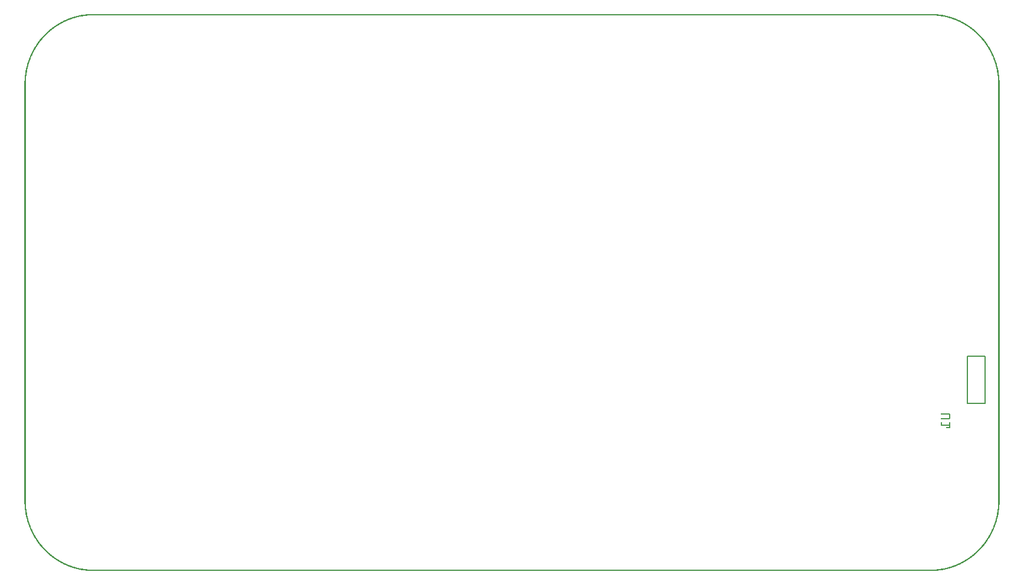
<source format=gbo>
G04 MADE WITH FRITZING*
G04 WWW.FRITZING.ORG*
G04 DOUBLE SIDED*
G04 HOLES PLATED*
G04 CONTOUR ON CENTER OF CONTOUR VECTOR*
%ASAXBY*%
%FSLAX23Y23*%
%MOIN*%
%OFA0B0*%
%SFA1.0B1.0*%
%ADD10C,0.005000*%
%ADD11R,0.001000X0.001000*%
%LNSILK0*%
G90*
G70*
G54D10*
X5327Y1215D02*
X5429Y1215D01*
D02*
X5429Y1215D02*
X5429Y951D01*
D02*
X5429Y951D02*
X5327Y951D01*
D02*
X5327Y951D02*
X5327Y1215D01*
G54D11*
X370Y3150D02*
X5140Y3150D01*
X356Y3149D02*
X5154Y3149D01*
X346Y3148D02*
X5164Y3148D01*
X338Y3147D02*
X5172Y3147D01*
X331Y3146D02*
X5179Y3146D01*
X325Y3145D02*
X5185Y3145D01*
X319Y3144D02*
X5191Y3144D01*
X314Y3143D02*
X5196Y3143D01*
X309Y3142D02*
X369Y3142D01*
X5141Y3142D02*
X5201Y3142D01*
X304Y3141D02*
X355Y3141D01*
X5155Y3141D02*
X5206Y3141D01*
X300Y3140D02*
X345Y3140D01*
X5165Y3140D02*
X5210Y3140D01*
X296Y3139D02*
X337Y3139D01*
X5173Y3139D02*
X5214Y3139D01*
X292Y3138D02*
X330Y3138D01*
X5180Y3138D02*
X5218Y3138D01*
X288Y3137D02*
X324Y3137D01*
X5186Y3137D02*
X5222Y3137D01*
X285Y3136D02*
X318Y3136D01*
X5192Y3136D02*
X5225Y3136D01*
X281Y3135D02*
X313Y3135D01*
X5197Y3135D02*
X5229Y3135D01*
X278Y3134D02*
X308Y3134D01*
X5202Y3134D02*
X5232Y3134D01*
X275Y3133D02*
X304Y3133D01*
X5206Y3133D02*
X5235Y3133D01*
X272Y3132D02*
X300Y3132D01*
X5210Y3132D02*
X5238Y3132D01*
X269Y3131D02*
X296Y3131D01*
X5214Y3131D02*
X5241Y3131D01*
X266Y3130D02*
X292Y3130D01*
X5218Y3130D02*
X5244Y3130D01*
X263Y3129D02*
X288Y3129D01*
X5222Y3129D02*
X5247Y3129D01*
X260Y3128D02*
X284Y3128D01*
X5226Y3128D02*
X5250Y3128D01*
X257Y3127D02*
X281Y3127D01*
X5229Y3127D02*
X5253Y3127D01*
X254Y3126D02*
X278Y3126D01*
X5232Y3126D02*
X5256Y3126D01*
X252Y3125D02*
X275Y3125D01*
X5235Y3125D02*
X5258Y3125D01*
X250Y3124D02*
X272Y3124D01*
X5238Y3124D02*
X5260Y3124D01*
X247Y3123D02*
X269Y3123D01*
X5241Y3123D02*
X5263Y3123D01*
X245Y3122D02*
X266Y3122D01*
X5244Y3122D02*
X5265Y3122D01*
X242Y3121D02*
X263Y3121D01*
X5247Y3121D02*
X5268Y3121D01*
X240Y3120D02*
X260Y3120D01*
X5250Y3120D02*
X5270Y3120D01*
X237Y3119D02*
X257Y3119D01*
X5253Y3119D02*
X5273Y3119D01*
X235Y3118D02*
X255Y3118D01*
X5255Y3118D02*
X5275Y3118D01*
X233Y3117D02*
X252Y3117D01*
X5258Y3117D02*
X5277Y3117D01*
X231Y3116D02*
X250Y3116D01*
X5260Y3116D02*
X5279Y3116D01*
X228Y3115D02*
X247Y3115D01*
X5263Y3115D02*
X5282Y3115D01*
X226Y3114D02*
X245Y3114D01*
X5265Y3114D02*
X5284Y3114D01*
X224Y3113D02*
X242Y3113D01*
X5268Y3113D02*
X5286Y3113D01*
X222Y3112D02*
X240Y3112D01*
X5270Y3112D02*
X5288Y3112D01*
X220Y3111D02*
X238Y3111D01*
X5272Y3111D02*
X5290Y3111D01*
X218Y3110D02*
X235Y3110D01*
X5275Y3110D02*
X5292Y3110D01*
X216Y3109D02*
X233Y3109D01*
X5277Y3109D02*
X5294Y3109D01*
X214Y3108D02*
X231Y3108D01*
X5279Y3108D02*
X5296Y3108D01*
X212Y3107D02*
X229Y3107D01*
X5281Y3107D02*
X5298Y3107D01*
X210Y3106D02*
X227Y3106D01*
X5283Y3106D02*
X5300Y3106D01*
X208Y3105D02*
X225Y3105D01*
X5285Y3105D02*
X5302Y3105D01*
X206Y3104D02*
X222Y3104D01*
X5288Y3104D02*
X5304Y3104D01*
X205Y3103D02*
X221Y3103D01*
X5289Y3103D02*
X5305Y3103D01*
X203Y3102D02*
X219Y3102D01*
X5291Y3102D02*
X5307Y3102D01*
X201Y3101D02*
X217Y3101D01*
X5293Y3101D02*
X5309Y3101D01*
X199Y3100D02*
X215Y3100D01*
X5295Y3100D02*
X5311Y3100D01*
X198Y3099D02*
X213Y3099D01*
X5297Y3099D02*
X5312Y3099D01*
X196Y3098D02*
X211Y3098D01*
X5299Y3098D02*
X5314Y3098D01*
X194Y3097D02*
X209Y3097D01*
X5301Y3097D02*
X5316Y3097D01*
X192Y3096D02*
X207Y3096D01*
X5303Y3096D02*
X5318Y3096D01*
X191Y3095D02*
X205Y3095D01*
X5305Y3095D02*
X5319Y3095D01*
X189Y3094D02*
X204Y3094D01*
X5306Y3094D02*
X5321Y3094D01*
X187Y3093D02*
X202Y3093D01*
X5308Y3093D02*
X5323Y3093D01*
X186Y3092D02*
X200Y3092D01*
X5310Y3092D02*
X5324Y3092D01*
X184Y3091D02*
X199Y3091D01*
X5311Y3091D02*
X5326Y3091D01*
X183Y3090D02*
X197Y3090D01*
X5313Y3090D02*
X5327Y3090D01*
X181Y3089D02*
X195Y3089D01*
X5315Y3089D02*
X5329Y3089D01*
X180Y3088D02*
X193Y3088D01*
X5317Y3088D02*
X5330Y3088D01*
X178Y3087D02*
X192Y3087D01*
X5318Y3087D02*
X5332Y3087D01*
X177Y3086D02*
X190Y3086D01*
X5320Y3086D02*
X5333Y3086D01*
X175Y3085D02*
X189Y3085D01*
X5321Y3085D02*
X5335Y3085D01*
X174Y3084D02*
X187Y3084D01*
X5323Y3084D02*
X5336Y3084D01*
X172Y3083D02*
X185Y3083D01*
X5325Y3083D02*
X5338Y3083D01*
X171Y3082D02*
X184Y3082D01*
X5326Y3082D02*
X5339Y3082D01*
X169Y3081D02*
X182Y3081D01*
X5328Y3081D02*
X5341Y3081D01*
X168Y3080D02*
X181Y3080D01*
X5329Y3080D02*
X5342Y3080D01*
X166Y3079D02*
X179Y3079D01*
X5331Y3079D02*
X5344Y3079D01*
X165Y3078D02*
X178Y3078D01*
X5332Y3078D02*
X5345Y3078D01*
X164Y3077D02*
X176Y3077D01*
X5334Y3077D02*
X5346Y3077D01*
X162Y3076D02*
X175Y3076D01*
X5335Y3076D02*
X5348Y3076D01*
X161Y3075D02*
X173Y3075D01*
X5337Y3075D02*
X5349Y3075D01*
X160Y3074D02*
X172Y3074D01*
X5338Y3074D02*
X5350Y3074D01*
X158Y3073D02*
X171Y3073D01*
X5339Y3073D02*
X5352Y3073D01*
X157Y3072D02*
X169Y3072D01*
X5341Y3072D02*
X5353Y3072D01*
X155Y3071D02*
X168Y3071D01*
X5342Y3071D02*
X5355Y3071D01*
X154Y3070D02*
X167Y3070D01*
X5343Y3070D02*
X5356Y3070D01*
X153Y3069D02*
X165Y3069D01*
X5345Y3069D02*
X5357Y3069D01*
X152Y3068D02*
X164Y3068D01*
X5346Y3068D02*
X5358Y3068D01*
X150Y3067D02*
X162Y3067D01*
X5348Y3067D02*
X5360Y3067D01*
X149Y3066D02*
X161Y3066D01*
X5349Y3066D02*
X5361Y3066D01*
X148Y3065D02*
X160Y3065D01*
X5350Y3065D02*
X5362Y3065D01*
X147Y3064D02*
X158Y3064D01*
X5352Y3064D02*
X5363Y3064D01*
X145Y3063D02*
X157Y3063D01*
X5353Y3063D02*
X5365Y3063D01*
X144Y3062D02*
X156Y3062D01*
X5354Y3062D02*
X5366Y3062D01*
X143Y3061D02*
X155Y3061D01*
X5355Y3061D02*
X5367Y3061D01*
X142Y3060D02*
X153Y3060D01*
X5357Y3060D02*
X5368Y3060D01*
X141Y3059D02*
X152Y3059D01*
X5358Y3059D02*
X5369Y3059D01*
X139Y3058D02*
X151Y3058D01*
X5359Y3058D02*
X5371Y3058D01*
X138Y3057D02*
X150Y3057D01*
X5360Y3057D02*
X5372Y3057D01*
X137Y3056D02*
X148Y3056D01*
X5362Y3056D02*
X5373Y3056D01*
X136Y3055D02*
X147Y3055D01*
X5363Y3055D02*
X5374Y3055D01*
X135Y3054D02*
X146Y3054D01*
X5364Y3054D02*
X5375Y3054D01*
X134Y3053D02*
X145Y3053D01*
X5365Y3053D02*
X5376Y3053D01*
X133Y3052D02*
X144Y3052D01*
X5366Y3052D02*
X5377Y3052D01*
X132Y3051D02*
X143Y3051D01*
X5367Y3051D02*
X5378Y3051D01*
X130Y3050D02*
X141Y3050D01*
X5369Y3050D02*
X5380Y3050D01*
X129Y3049D02*
X140Y3049D01*
X5370Y3049D02*
X5381Y3049D01*
X128Y3048D02*
X139Y3048D01*
X5371Y3048D02*
X5382Y3048D01*
X127Y3047D02*
X138Y3047D01*
X5372Y3047D02*
X5383Y3047D01*
X126Y3046D02*
X137Y3046D01*
X5373Y3046D02*
X5384Y3046D01*
X125Y3045D02*
X136Y3045D01*
X5374Y3045D02*
X5385Y3045D01*
X124Y3044D02*
X135Y3044D01*
X5375Y3044D02*
X5386Y3044D01*
X123Y3043D02*
X134Y3043D01*
X5376Y3043D02*
X5387Y3043D01*
X122Y3042D02*
X132Y3042D01*
X5378Y3042D02*
X5388Y3042D01*
X121Y3041D02*
X131Y3041D01*
X5379Y3041D02*
X5389Y3041D01*
X120Y3040D02*
X130Y3040D01*
X5380Y3040D02*
X5390Y3040D01*
X119Y3039D02*
X129Y3039D01*
X5381Y3039D02*
X5391Y3039D01*
X118Y3038D02*
X128Y3038D01*
X5382Y3038D02*
X5392Y3038D01*
X117Y3037D02*
X127Y3037D01*
X5383Y3037D02*
X5393Y3037D01*
X116Y3036D02*
X126Y3036D01*
X5384Y3036D02*
X5394Y3036D01*
X115Y3035D02*
X125Y3035D01*
X5385Y3035D02*
X5395Y3035D01*
X114Y3034D02*
X124Y3034D01*
X5386Y3034D02*
X5396Y3034D01*
X113Y3033D02*
X123Y3033D01*
X5387Y3033D02*
X5397Y3033D01*
X112Y3032D02*
X122Y3032D01*
X5388Y3032D02*
X5398Y3032D01*
X111Y3031D02*
X121Y3031D01*
X5389Y3031D02*
X5399Y3031D01*
X110Y3030D02*
X120Y3030D01*
X5390Y3030D02*
X5400Y3030D01*
X109Y3029D02*
X119Y3029D01*
X5391Y3029D02*
X5401Y3029D01*
X108Y3028D02*
X118Y3028D01*
X5392Y3028D02*
X5402Y3028D01*
X107Y3027D02*
X117Y3027D01*
X5393Y3027D02*
X5403Y3027D01*
X106Y3026D02*
X116Y3026D01*
X5394Y3026D02*
X5404Y3026D01*
X105Y3025D02*
X115Y3025D01*
X5395Y3025D02*
X5405Y3025D01*
X104Y3024D02*
X114Y3024D01*
X5396Y3024D02*
X5406Y3024D01*
X103Y3023D02*
X113Y3023D01*
X5397Y3023D02*
X5407Y3023D01*
X102Y3022D02*
X112Y3022D01*
X5398Y3022D02*
X5408Y3022D01*
X102Y3021D02*
X111Y3021D01*
X5399Y3021D02*
X5408Y3021D01*
X101Y3020D02*
X111Y3020D01*
X5399Y3020D02*
X5409Y3020D01*
X100Y3019D02*
X110Y3019D01*
X5400Y3019D02*
X5410Y3019D01*
X99Y3018D02*
X109Y3018D01*
X5401Y3018D02*
X5411Y3018D01*
X98Y3017D02*
X108Y3017D01*
X5402Y3017D02*
X5412Y3017D01*
X97Y3016D02*
X107Y3016D01*
X5403Y3016D02*
X5413Y3016D01*
X96Y3015D02*
X106Y3015D01*
X5404Y3015D02*
X5414Y3015D01*
X96Y3014D02*
X105Y3014D01*
X5405Y3014D02*
X5414Y3014D01*
X95Y3013D02*
X104Y3013D01*
X5406Y3013D02*
X5415Y3013D01*
X94Y3012D02*
X103Y3012D01*
X5407Y3012D02*
X5416Y3012D01*
X93Y3011D02*
X102Y3011D01*
X5408Y3011D02*
X5417Y3011D01*
X92Y3010D02*
X102Y3010D01*
X5408Y3010D02*
X5418Y3010D01*
X91Y3009D02*
X101Y3009D01*
X5409Y3009D02*
X5419Y3009D01*
X90Y3008D02*
X100Y3008D01*
X5410Y3008D02*
X5420Y3008D01*
X90Y3007D02*
X99Y3007D01*
X5411Y3007D02*
X5420Y3007D01*
X89Y3006D02*
X98Y3006D01*
X5412Y3006D02*
X5421Y3006D01*
X88Y3005D02*
X97Y3005D01*
X5413Y3005D02*
X5422Y3005D01*
X87Y3004D02*
X97Y3004D01*
X5413Y3004D02*
X5423Y3004D01*
X86Y3003D02*
X96Y3003D01*
X5414Y3003D02*
X5424Y3003D01*
X86Y3002D02*
X95Y3002D01*
X5415Y3002D02*
X5424Y3002D01*
X85Y3001D02*
X94Y3001D01*
X5416Y3001D02*
X5425Y3001D01*
X84Y3000D02*
X93Y3000D01*
X5417Y3000D02*
X5426Y3000D01*
X83Y2999D02*
X92Y2999D01*
X5418Y2999D02*
X5427Y2999D01*
X83Y2998D02*
X92Y2998D01*
X5418Y2998D02*
X5427Y2998D01*
X82Y2997D02*
X91Y2997D01*
X5419Y2997D02*
X5428Y2997D01*
X81Y2996D02*
X90Y2996D01*
X5420Y2996D02*
X5429Y2996D01*
X80Y2995D02*
X89Y2995D01*
X5421Y2995D02*
X5430Y2995D01*
X80Y2994D02*
X89Y2994D01*
X5421Y2994D02*
X5430Y2994D01*
X79Y2993D02*
X88Y2993D01*
X5422Y2993D02*
X5431Y2993D01*
X78Y2992D02*
X87Y2992D01*
X5423Y2992D02*
X5432Y2992D01*
X77Y2991D02*
X86Y2991D01*
X5424Y2991D02*
X5433Y2991D01*
X77Y2990D02*
X85Y2990D01*
X5425Y2990D02*
X5433Y2990D01*
X76Y2989D02*
X85Y2989D01*
X5425Y2989D02*
X5434Y2989D01*
X75Y2988D02*
X84Y2988D01*
X5426Y2988D02*
X5435Y2988D01*
X74Y2987D02*
X83Y2987D01*
X5427Y2987D02*
X5436Y2987D01*
X74Y2986D02*
X82Y2986D01*
X5428Y2986D02*
X5436Y2986D01*
X73Y2985D02*
X82Y2985D01*
X5428Y2985D02*
X5437Y2985D01*
X72Y2984D02*
X81Y2984D01*
X5429Y2984D02*
X5438Y2984D01*
X72Y2983D02*
X80Y2983D01*
X5430Y2983D02*
X5438Y2983D01*
X71Y2982D02*
X80Y2982D01*
X5430Y2982D02*
X5439Y2982D01*
X70Y2981D02*
X79Y2981D01*
X5431Y2981D02*
X5440Y2981D01*
X70Y2980D02*
X78Y2980D01*
X5432Y2980D02*
X5440Y2980D01*
X69Y2979D02*
X78Y2979D01*
X5432Y2979D02*
X5441Y2979D01*
X68Y2978D02*
X77Y2978D01*
X5433Y2978D02*
X5442Y2978D01*
X67Y2977D02*
X76Y2977D01*
X5434Y2977D02*
X5443Y2977D01*
X67Y2976D02*
X75Y2976D01*
X5435Y2976D02*
X5443Y2976D01*
X66Y2975D02*
X75Y2975D01*
X5435Y2975D02*
X5444Y2975D01*
X65Y2974D02*
X74Y2974D01*
X5436Y2974D02*
X5445Y2974D01*
X65Y2973D02*
X73Y2973D01*
X5437Y2973D02*
X5445Y2973D01*
X64Y2972D02*
X73Y2972D01*
X5437Y2972D02*
X5446Y2972D01*
X64Y2971D02*
X72Y2971D01*
X5438Y2971D02*
X5446Y2971D01*
X63Y2970D02*
X71Y2970D01*
X5439Y2970D02*
X5447Y2970D01*
X62Y2969D02*
X71Y2969D01*
X5439Y2969D02*
X5448Y2969D01*
X62Y2968D02*
X70Y2968D01*
X5440Y2968D02*
X5448Y2968D01*
X61Y2967D02*
X69Y2967D01*
X5441Y2967D02*
X5449Y2967D01*
X60Y2966D02*
X69Y2966D01*
X5441Y2966D02*
X5450Y2966D01*
X60Y2965D02*
X68Y2965D01*
X5442Y2965D02*
X5450Y2965D01*
X59Y2964D02*
X68Y2964D01*
X5442Y2964D02*
X5451Y2964D01*
X59Y2963D02*
X67Y2963D01*
X5443Y2963D02*
X5451Y2963D01*
X58Y2962D02*
X66Y2962D01*
X5444Y2962D02*
X5452Y2962D01*
X57Y2961D02*
X66Y2961D01*
X5444Y2961D02*
X5453Y2961D01*
X57Y2960D02*
X65Y2960D01*
X5445Y2960D02*
X5453Y2960D01*
X56Y2959D02*
X64Y2959D01*
X5446Y2959D02*
X5454Y2959D01*
X56Y2958D02*
X64Y2958D01*
X5446Y2958D02*
X5454Y2958D01*
X55Y2957D02*
X63Y2957D01*
X5447Y2957D02*
X5455Y2957D01*
X54Y2956D02*
X63Y2956D01*
X5447Y2956D02*
X5456Y2956D01*
X54Y2955D02*
X62Y2955D01*
X5448Y2955D02*
X5456Y2955D01*
X53Y2954D02*
X61Y2954D01*
X5449Y2954D02*
X5457Y2954D01*
X53Y2953D02*
X61Y2953D01*
X5449Y2953D02*
X5457Y2953D01*
X52Y2952D02*
X60Y2952D01*
X5450Y2952D02*
X5458Y2952D01*
X52Y2951D02*
X60Y2951D01*
X5450Y2951D02*
X5458Y2951D01*
X51Y2950D02*
X59Y2950D01*
X5451Y2950D02*
X5459Y2950D01*
X50Y2949D02*
X59Y2949D01*
X5451Y2949D02*
X5460Y2949D01*
X50Y2948D02*
X58Y2948D01*
X5452Y2948D02*
X5460Y2948D01*
X49Y2947D02*
X57Y2947D01*
X5453Y2947D02*
X5461Y2947D01*
X49Y2946D02*
X57Y2946D01*
X5453Y2946D02*
X5461Y2946D01*
X48Y2945D02*
X56Y2945D01*
X5454Y2945D02*
X5462Y2945D01*
X48Y2944D02*
X56Y2944D01*
X5454Y2944D02*
X5462Y2944D01*
X47Y2943D02*
X55Y2943D01*
X5455Y2943D02*
X5463Y2943D01*
X47Y2942D02*
X55Y2942D01*
X5455Y2942D02*
X5463Y2942D01*
X46Y2941D02*
X54Y2941D01*
X5456Y2941D02*
X5464Y2941D01*
X46Y2940D02*
X53Y2940D01*
X5457Y2940D02*
X5464Y2940D01*
X45Y2939D02*
X53Y2939D01*
X5457Y2939D02*
X5465Y2939D01*
X45Y2938D02*
X52Y2938D01*
X5458Y2938D02*
X5465Y2938D01*
X44Y2937D02*
X52Y2937D01*
X5458Y2937D02*
X5466Y2937D01*
X44Y2936D02*
X51Y2936D01*
X5459Y2936D02*
X5466Y2936D01*
X43Y2935D02*
X51Y2935D01*
X5459Y2935D02*
X5467Y2935D01*
X43Y2934D02*
X50Y2934D01*
X5460Y2934D02*
X5467Y2934D01*
X42Y2933D02*
X50Y2933D01*
X5460Y2933D02*
X5468Y2933D01*
X42Y2932D02*
X49Y2932D01*
X5461Y2932D02*
X5468Y2932D01*
X41Y2931D02*
X49Y2931D01*
X5461Y2931D02*
X5469Y2931D01*
X41Y2930D02*
X48Y2930D01*
X5462Y2930D02*
X5469Y2930D01*
X40Y2929D02*
X48Y2929D01*
X5462Y2929D02*
X5470Y2929D01*
X40Y2928D02*
X47Y2928D01*
X5463Y2928D02*
X5470Y2928D01*
X39Y2927D02*
X47Y2927D01*
X5463Y2927D02*
X5471Y2927D01*
X39Y2926D02*
X46Y2926D01*
X5464Y2926D02*
X5471Y2926D01*
X38Y2925D02*
X46Y2925D01*
X5464Y2925D02*
X5472Y2925D01*
X38Y2924D02*
X45Y2924D01*
X5465Y2924D02*
X5472Y2924D01*
X37Y2923D02*
X45Y2923D01*
X5465Y2923D02*
X5473Y2923D01*
X37Y2922D02*
X44Y2922D01*
X5466Y2922D02*
X5473Y2922D01*
X36Y2921D02*
X44Y2921D01*
X5466Y2921D02*
X5474Y2921D01*
X36Y2920D02*
X43Y2920D01*
X5467Y2920D02*
X5474Y2920D01*
X35Y2919D02*
X43Y2919D01*
X5467Y2919D02*
X5475Y2919D01*
X35Y2918D02*
X43Y2918D01*
X5467Y2918D02*
X5475Y2918D01*
X35Y2917D02*
X42Y2917D01*
X5468Y2917D02*
X5475Y2917D01*
X34Y2916D02*
X42Y2916D01*
X5468Y2916D02*
X5476Y2916D01*
X34Y2915D02*
X41Y2915D01*
X5469Y2915D02*
X5476Y2915D01*
X33Y2914D02*
X41Y2914D01*
X5469Y2914D02*
X5477Y2914D01*
X33Y2913D02*
X40Y2913D01*
X5470Y2913D02*
X5477Y2913D01*
X32Y2912D02*
X40Y2912D01*
X5470Y2912D02*
X5478Y2912D01*
X32Y2911D02*
X39Y2911D01*
X5471Y2911D02*
X5478Y2911D01*
X31Y2910D02*
X39Y2910D01*
X5471Y2910D02*
X5479Y2910D01*
X31Y2909D02*
X39Y2909D01*
X5471Y2909D02*
X5479Y2909D01*
X31Y2908D02*
X38Y2908D01*
X5472Y2908D02*
X5479Y2908D01*
X30Y2907D02*
X38Y2907D01*
X5472Y2907D02*
X5480Y2907D01*
X30Y2906D02*
X37Y2906D01*
X5473Y2906D02*
X5480Y2906D01*
X29Y2905D02*
X37Y2905D01*
X5473Y2905D02*
X5481Y2905D01*
X29Y2904D02*
X36Y2904D01*
X5474Y2904D02*
X5481Y2904D01*
X29Y2903D02*
X36Y2903D01*
X5474Y2903D02*
X5481Y2903D01*
X28Y2902D02*
X36Y2902D01*
X5474Y2902D02*
X5482Y2902D01*
X28Y2901D02*
X35Y2901D01*
X5475Y2901D02*
X5482Y2901D01*
X27Y2900D02*
X35Y2900D01*
X5475Y2900D02*
X5483Y2900D01*
X27Y2899D02*
X35Y2899D01*
X5476Y2899D02*
X5483Y2899D01*
X27Y2898D02*
X34Y2898D01*
X5476Y2898D02*
X5483Y2898D01*
X26Y2897D02*
X34Y2897D01*
X5476Y2897D02*
X5484Y2897D01*
X26Y2896D02*
X33Y2896D01*
X5477Y2896D02*
X5484Y2896D01*
X26Y2895D02*
X33Y2895D01*
X5477Y2895D02*
X5484Y2895D01*
X25Y2894D02*
X33Y2894D01*
X5477Y2894D02*
X5485Y2894D01*
X25Y2893D02*
X32Y2893D01*
X5478Y2893D02*
X5485Y2893D01*
X24Y2892D02*
X32Y2892D01*
X5478Y2892D02*
X5486Y2892D01*
X24Y2891D02*
X31Y2891D01*
X5479Y2891D02*
X5486Y2891D01*
X24Y2890D02*
X31Y2890D01*
X5479Y2890D02*
X5486Y2890D01*
X23Y2889D02*
X31Y2889D01*
X5479Y2889D02*
X5487Y2889D01*
X23Y2888D02*
X30Y2888D01*
X5480Y2888D02*
X5487Y2888D01*
X23Y2887D02*
X30Y2887D01*
X5480Y2887D02*
X5487Y2887D01*
X22Y2886D02*
X30Y2886D01*
X5480Y2886D02*
X5488Y2886D01*
X22Y2885D02*
X29Y2885D01*
X5481Y2885D02*
X5488Y2885D01*
X22Y2884D02*
X29Y2884D01*
X5481Y2884D02*
X5488Y2884D01*
X21Y2883D02*
X29Y2883D01*
X5481Y2883D02*
X5489Y2883D01*
X21Y2882D02*
X28Y2882D01*
X5482Y2882D02*
X5489Y2882D01*
X21Y2881D02*
X28Y2881D01*
X5482Y2881D02*
X5489Y2881D01*
X20Y2880D02*
X28Y2880D01*
X5482Y2880D02*
X5490Y2880D01*
X20Y2879D02*
X27Y2879D01*
X5483Y2879D02*
X5490Y2879D01*
X20Y2878D02*
X27Y2878D01*
X5483Y2878D02*
X5490Y2878D01*
X19Y2877D02*
X27Y2877D01*
X5483Y2877D02*
X5491Y2877D01*
X19Y2876D02*
X26Y2876D01*
X5484Y2876D02*
X5491Y2876D01*
X19Y2875D02*
X26Y2875D01*
X5484Y2875D02*
X5491Y2875D01*
X18Y2874D02*
X26Y2874D01*
X5484Y2874D02*
X5492Y2874D01*
X18Y2873D02*
X25Y2873D01*
X5485Y2873D02*
X5492Y2873D01*
X18Y2872D02*
X25Y2872D01*
X5485Y2872D02*
X5492Y2872D01*
X17Y2871D02*
X25Y2871D01*
X5485Y2871D02*
X5493Y2871D01*
X17Y2870D02*
X24Y2870D01*
X5486Y2870D02*
X5493Y2870D01*
X17Y2869D02*
X24Y2869D01*
X5486Y2869D02*
X5493Y2869D01*
X16Y2868D02*
X24Y2868D01*
X5486Y2868D02*
X5494Y2868D01*
X16Y2867D02*
X23Y2867D01*
X5487Y2867D02*
X5494Y2867D01*
X16Y2866D02*
X23Y2866D01*
X5487Y2866D02*
X5494Y2866D01*
X16Y2865D02*
X23Y2865D01*
X5487Y2865D02*
X5494Y2865D01*
X15Y2864D02*
X22Y2864D01*
X5488Y2864D02*
X5495Y2864D01*
X15Y2863D02*
X22Y2863D01*
X5488Y2863D02*
X5495Y2863D01*
X15Y2862D02*
X22Y2862D01*
X5488Y2862D02*
X5495Y2862D01*
X14Y2861D02*
X22Y2861D01*
X5488Y2861D02*
X5496Y2861D01*
X14Y2860D02*
X21Y2860D01*
X5489Y2860D02*
X5496Y2860D01*
X14Y2859D02*
X21Y2859D01*
X5489Y2859D02*
X5496Y2859D01*
X14Y2858D02*
X21Y2858D01*
X5489Y2858D02*
X5496Y2858D01*
X13Y2857D02*
X21Y2857D01*
X5489Y2857D02*
X5497Y2857D01*
X13Y2856D02*
X20Y2856D01*
X5490Y2856D02*
X5497Y2856D01*
X13Y2855D02*
X20Y2855D01*
X5490Y2855D02*
X5497Y2855D01*
X13Y2854D02*
X20Y2854D01*
X5490Y2854D02*
X5497Y2854D01*
X12Y2853D02*
X19Y2853D01*
X5491Y2853D02*
X5498Y2853D01*
X12Y2852D02*
X19Y2852D01*
X5491Y2852D02*
X5498Y2852D01*
X12Y2851D02*
X19Y2851D01*
X5491Y2851D02*
X5498Y2851D01*
X12Y2850D02*
X19Y2850D01*
X5491Y2850D02*
X5498Y2850D01*
X11Y2849D02*
X18Y2849D01*
X5492Y2849D02*
X5499Y2849D01*
X11Y2848D02*
X18Y2848D01*
X5492Y2848D02*
X5499Y2848D01*
X11Y2847D02*
X18Y2847D01*
X5492Y2847D02*
X5499Y2847D01*
X11Y2846D02*
X18Y2846D01*
X5492Y2846D02*
X5499Y2846D01*
X10Y2845D02*
X18Y2845D01*
X5492Y2845D02*
X5500Y2845D01*
X10Y2844D02*
X17Y2844D01*
X5493Y2844D02*
X5500Y2844D01*
X10Y2843D02*
X17Y2843D01*
X5493Y2843D02*
X5500Y2843D01*
X10Y2842D02*
X17Y2842D01*
X5493Y2842D02*
X5500Y2842D01*
X9Y2841D02*
X17Y2841D01*
X5493Y2841D02*
X5501Y2841D01*
X9Y2840D02*
X16Y2840D01*
X5494Y2840D02*
X5501Y2840D01*
X9Y2839D02*
X16Y2839D01*
X5494Y2839D02*
X5501Y2839D01*
X9Y2838D02*
X16Y2838D01*
X5494Y2838D02*
X5501Y2838D01*
X9Y2837D02*
X16Y2837D01*
X5494Y2837D02*
X5501Y2837D01*
X8Y2836D02*
X16Y2836D01*
X5494Y2836D02*
X5502Y2836D01*
X8Y2835D02*
X15Y2835D01*
X5495Y2835D02*
X5502Y2835D01*
X8Y2834D02*
X15Y2834D01*
X5495Y2834D02*
X5502Y2834D01*
X8Y2833D02*
X15Y2833D01*
X5495Y2833D02*
X5502Y2833D01*
X8Y2832D02*
X15Y2832D01*
X5495Y2832D02*
X5502Y2832D01*
X7Y2831D02*
X14Y2831D01*
X5496Y2831D02*
X5503Y2831D01*
X7Y2830D02*
X14Y2830D01*
X5496Y2830D02*
X5503Y2830D01*
X7Y2829D02*
X14Y2829D01*
X5496Y2829D02*
X5503Y2829D01*
X7Y2828D02*
X14Y2828D01*
X5496Y2828D02*
X5503Y2828D01*
X7Y2827D02*
X14Y2827D01*
X5496Y2827D02*
X5503Y2827D01*
X6Y2826D02*
X14Y2826D01*
X5496Y2826D02*
X5504Y2826D01*
X6Y2825D02*
X13Y2825D01*
X5497Y2825D02*
X5504Y2825D01*
X6Y2824D02*
X13Y2824D01*
X5497Y2824D02*
X5504Y2824D01*
X6Y2823D02*
X13Y2823D01*
X5497Y2823D02*
X5504Y2823D01*
X6Y2822D02*
X13Y2822D01*
X5497Y2822D02*
X5504Y2822D01*
X6Y2821D02*
X13Y2821D01*
X5497Y2821D02*
X5504Y2821D01*
X5Y2820D02*
X12Y2820D01*
X5498Y2820D02*
X5505Y2820D01*
X5Y2819D02*
X12Y2819D01*
X5498Y2819D02*
X5505Y2819D01*
X5Y2818D02*
X12Y2818D01*
X5498Y2818D02*
X5505Y2818D01*
X5Y2817D02*
X12Y2817D01*
X5498Y2817D02*
X5505Y2817D01*
X5Y2816D02*
X12Y2816D01*
X5498Y2816D02*
X5505Y2816D01*
X5Y2815D02*
X12Y2815D01*
X5498Y2815D02*
X5505Y2815D01*
X4Y2814D02*
X12Y2814D01*
X5498Y2814D02*
X5506Y2814D01*
X4Y2813D02*
X11Y2813D01*
X5499Y2813D02*
X5506Y2813D01*
X4Y2812D02*
X11Y2812D01*
X5499Y2812D02*
X5506Y2812D01*
X4Y2811D02*
X11Y2811D01*
X5499Y2811D02*
X5506Y2811D01*
X4Y2810D02*
X11Y2810D01*
X5499Y2810D02*
X5506Y2810D01*
X4Y2809D02*
X11Y2809D01*
X5499Y2809D02*
X5506Y2809D01*
X4Y2808D02*
X11Y2808D01*
X5499Y2808D02*
X5506Y2808D01*
X4Y2807D02*
X11Y2807D01*
X5499Y2807D02*
X5507Y2807D01*
X3Y2806D02*
X10Y2806D01*
X5500Y2806D02*
X5507Y2806D01*
X3Y2805D02*
X10Y2805D01*
X5500Y2805D02*
X5507Y2805D01*
X3Y2804D02*
X10Y2804D01*
X5500Y2804D02*
X5507Y2804D01*
X3Y2803D02*
X10Y2803D01*
X5500Y2803D02*
X5507Y2803D01*
X3Y2802D02*
X10Y2802D01*
X5500Y2802D02*
X5507Y2802D01*
X3Y2801D02*
X10Y2801D01*
X5500Y2801D02*
X5507Y2801D01*
X3Y2800D02*
X10Y2800D01*
X5500Y2800D02*
X5507Y2800D01*
X3Y2799D02*
X10Y2799D01*
X5500Y2799D02*
X5507Y2799D01*
X2Y2798D02*
X9Y2798D01*
X5501Y2798D02*
X5508Y2798D01*
X2Y2797D02*
X9Y2797D01*
X5501Y2797D02*
X5508Y2797D01*
X2Y2796D02*
X9Y2796D01*
X5501Y2796D02*
X5508Y2796D01*
X2Y2795D02*
X9Y2795D01*
X5501Y2795D02*
X5508Y2795D01*
X2Y2794D02*
X9Y2794D01*
X5501Y2794D02*
X5508Y2794D01*
X2Y2793D02*
X9Y2793D01*
X5501Y2793D02*
X5508Y2793D01*
X2Y2792D02*
X9Y2792D01*
X5501Y2792D02*
X5508Y2792D01*
X2Y2791D02*
X9Y2791D01*
X5501Y2791D02*
X5508Y2791D01*
X2Y2790D02*
X9Y2790D01*
X5501Y2790D02*
X5508Y2790D01*
X2Y2789D02*
X9Y2789D01*
X5501Y2789D02*
X5508Y2789D01*
X1Y2788D02*
X8Y2788D01*
X5502Y2788D02*
X5509Y2788D01*
X1Y2787D02*
X8Y2787D01*
X5502Y2787D02*
X5509Y2787D01*
X1Y2786D02*
X8Y2786D01*
X5502Y2786D02*
X5509Y2786D01*
X1Y2785D02*
X8Y2785D01*
X5502Y2785D02*
X5509Y2785D01*
X1Y2784D02*
X8Y2784D01*
X5502Y2784D02*
X5509Y2784D01*
X1Y2783D02*
X8Y2783D01*
X5502Y2783D02*
X5509Y2783D01*
X1Y2782D02*
X8Y2782D01*
X5502Y2782D02*
X5509Y2782D01*
X1Y2781D02*
X8Y2781D01*
X5502Y2781D02*
X5509Y2781D01*
X1Y2780D02*
X8Y2780D01*
X5502Y2780D02*
X5509Y2780D01*
X1Y2779D02*
X8Y2779D01*
X5502Y2779D02*
X5509Y2779D01*
X1Y2778D02*
X8Y2778D01*
X5502Y2778D02*
X5509Y2778D01*
X1Y2777D02*
X8Y2777D01*
X5502Y2777D02*
X5509Y2777D01*
X1Y2776D02*
X8Y2776D01*
X5502Y2776D02*
X5509Y2776D01*
X1Y2775D02*
X8Y2775D01*
X5502Y2775D02*
X5509Y2775D01*
X1Y2774D02*
X8Y2774D01*
X5503Y2774D02*
X5510Y2774D01*
X0Y2773D02*
X7Y2773D01*
X5503Y2773D02*
X5510Y2773D01*
X0Y2772D02*
X7Y2772D01*
X5503Y2772D02*
X5510Y2772D01*
X0Y2771D02*
X7Y2771D01*
X5503Y2771D02*
X5510Y2771D01*
X0Y2770D02*
X7Y2770D01*
X5503Y2770D02*
X5510Y2770D01*
X0Y2769D02*
X7Y2769D01*
X5503Y2769D02*
X5510Y2769D01*
X0Y2768D02*
X7Y2768D01*
X5503Y2768D02*
X5510Y2768D01*
X0Y2767D02*
X7Y2767D01*
X5503Y2767D02*
X5510Y2767D01*
X0Y2766D02*
X7Y2766D01*
X5503Y2766D02*
X5510Y2766D01*
X0Y2765D02*
X7Y2765D01*
X5503Y2765D02*
X5510Y2765D01*
X0Y2764D02*
X7Y2764D01*
X5503Y2764D02*
X5510Y2764D01*
X0Y2763D02*
X7Y2763D01*
X5503Y2763D02*
X5510Y2763D01*
X0Y2762D02*
X7Y2762D01*
X5503Y2762D02*
X5510Y2762D01*
X0Y2761D02*
X7Y2761D01*
X5503Y2761D02*
X5510Y2761D01*
X0Y2760D02*
X7Y2760D01*
X5503Y2760D02*
X5510Y2760D01*
X0Y2759D02*
X7Y2759D01*
X5503Y2759D02*
X5510Y2759D01*
X0Y2758D02*
X7Y2758D01*
X5503Y2758D02*
X5510Y2758D01*
X0Y2757D02*
X7Y2757D01*
X5503Y2757D02*
X5510Y2757D01*
X0Y2756D02*
X7Y2756D01*
X5503Y2756D02*
X5510Y2756D01*
X0Y2755D02*
X7Y2755D01*
X5503Y2755D02*
X5510Y2755D01*
X0Y2754D02*
X7Y2754D01*
X5503Y2754D02*
X5510Y2754D01*
X0Y2753D02*
X7Y2753D01*
X5503Y2753D02*
X5510Y2753D01*
X0Y2752D02*
X7Y2752D01*
X5503Y2752D02*
X5510Y2752D01*
X0Y2751D02*
X7Y2751D01*
X5503Y2751D02*
X5510Y2751D01*
X0Y2750D02*
X7Y2750D01*
X5503Y2750D02*
X5510Y2750D01*
X0Y2749D02*
X7Y2749D01*
X5503Y2749D02*
X5510Y2749D01*
X0Y2748D02*
X7Y2748D01*
X5503Y2748D02*
X5510Y2748D01*
X0Y2747D02*
X7Y2747D01*
X5503Y2747D02*
X5510Y2747D01*
X0Y2746D02*
X7Y2746D01*
X5503Y2746D02*
X5510Y2746D01*
X0Y2745D02*
X7Y2745D01*
X5503Y2745D02*
X5510Y2745D01*
X0Y2744D02*
X7Y2744D01*
X5503Y2744D02*
X5510Y2744D01*
X0Y2743D02*
X7Y2743D01*
X5503Y2743D02*
X5510Y2743D01*
X0Y2742D02*
X7Y2742D01*
X5503Y2742D02*
X5510Y2742D01*
X0Y2741D02*
X7Y2741D01*
X5503Y2741D02*
X5510Y2741D01*
X0Y2740D02*
X7Y2740D01*
X5503Y2740D02*
X5510Y2740D01*
X0Y2739D02*
X7Y2739D01*
X5503Y2739D02*
X5510Y2739D01*
X0Y2738D02*
X7Y2738D01*
X5503Y2738D02*
X5510Y2738D01*
X0Y2737D02*
X7Y2737D01*
X5503Y2737D02*
X5510Y2737D01*
X0Y2736D02*
X7Y2736D01*
X5503Y2736D02*
X5510Y2736D01*
X0Y2735D02*
X7Y2735D01*
X5503Y2735D02*
X5510Y2735D01*
X0Y2734D02*
X7Y2734D01*
X5503Y2734D02*
X5510Y2734D01*
X0Y2733D02*
X7Y2733D01*
X5503Y2733D02*
X5510Y2733D01*
X0Y2732D02*
X7Y2732D01*
X5503Y2732D02*
X5510Y2732D01*
X0Y2731D02*
X7Y2731D01*
X5503Y2731D02*
X5510Y2731D01*
X0Y2730D02*
X7Y2730D01*
X5503Y2730D02*
X5510Y2730D01*
X0Y2729D02*
X7Y2729D01*
X5503Y2729D02*
X5510Y2729D01*
X0Y2728D02*
X7Y2728D01*
X5503Y2728D02*
X5510Y2728D01*
X0Y2727D02*
X7Y2727D01*
X5503Y2727D02*
X5510Y2727D01*
X0Y2726D02*
X7Y2726D01*
X5503Y2726D02*
X5510Y2726D01*
X0Y2725D02*
X7Y2725D01*
X5503Y2725D02*
X5510Y2725D01*
X0Y2724D02*
X7Y2724D01*
X5503Y2724D02*
X5510Y2724D01*
X0Y2723D02*
X7Y2723D01*
X5503Y2723D02*
X5510Y2723D01*
X0Y2722D02*
X7Y2722D01*
X5503Y2722D02*
X5510Y2722D01*
X0Y2721D02*
X7Y2721D01*
X5503Y2721D02*
X5510Y2721D01*
X0Y2720D02*
X7Y2720D01*
X5503Y2720D02*
X5510Y2720D01*
X0Y2719D02*
X7Y2719D01*
X5503Y2719D02*
X5510Y2719D01*
X0Y2718D02*
X7Y2718D01*
X5503Y2718D02*
X5510Y2718D01*
X0Y2717D02*
X7Y2717D01*
X5503Y2717D02*
X5510Y2717D01*
X0Y2716D02*
X7Y2716D01*
X5503Y2716D02*
X5510Y2716D01*
X0Y2715D02*
X7Y2715D01*
X5503Y2715D02*
X5510Y2715D01*
X0Y2714D02*
X7Y2714D01*
X5503Y2714D02*
X5510Y2714D01*
X0Y2713D02*
X7Y2713D01*
X5503Y2713D02*
X5510Y2713D01*
X0Y2712D02*
X7Y2712D01*
X5503Y2712D02*
X5510Y2712D01*
X0Y2711D02*
X7Y2711D01*
X5503Y2711D02*
X5510Y2711D01*
X0Y2710D02*
X7Y2710D01*
X5503Y2710D02*
X5510Y2710D01*
X0Y2709D02*
X7Y2709D01*
X5503Y2709D02*
X5510Y2709D01*
X0Y2708D02*
X7Y2708D01*
X5503Y2708D02*
X5510Y2708D01*
X0Y2707D02*
X7Y2707D01*
X5503Y2707D02*
X5510Y2707D01*
X0Y2706D02*
X7Y2706D01*
X5503Y2706D02*
X5510Y2706D01*
X0Y2705D02*
X7Y2705D01*
X5503Y2705D02*
X5510Y2705D01*
X0Y2704D02*
X7Y2704D01*
X5503Y2704D02*
X5510Y2704D01*
X0Y2703D02*
X7Y2703D01*
X5503Y2703D02*
X5510Y2703D01*
X0Y2702D02*
X7Y2702D01*
X5503Y2702D02*
X5510Y2702D01*
X0Y2701D02*
X7Y2701D01*
X5503Y2701D02*
X5510Y2701D01*
X0Y2700D02*
X7Y2700D01*
X5503Y2700D02*
X5510Y2700D01*
X0Y2699D02*
X7Y2699D01*
X5503Y2699D02*
X5510Y2699D01*
X0Y2698D02*
X7Y2698D01*
X5503Y2698D02*
X5510Y2698D01*
X0Y2697D02*
X7Y2697D01*
X5503Y2697D02*
X5510Y2697D01*
X0Y2696D02*
X7Y2696D01*
X5503Y2696D02*
X5510Y2696D01*
X0Y2695D02*
X7Y2695D01*
X5503Y2695D02*
X5510Y2695D01*
X0Y2694D02*
X7Y2694D01*
X5503Y2694D02*
X5510Y2694D01*
X0Y2693D02*
X7Y2693D01*
X5503Y2693D02*
X5510Y2693D01*
X0Y2692D02*
X7Y2692D01*
X5503Y2692D02*
X5510Y2692D01*
X0Y2691D02*
X7Y2691D01*
X5503Y2691D02*
X5510Y2691D01*
X0Y2690D02*
X7Y2690D01*
X5503Y2690D02*
X5510Y2690D01*
X0Y2689D02*
X7Y2689D01*
X5503Y2689D02*
X5510Y2689D01*
X0Y2688D02*
X7Y2688D01*
X5503Y2688D02*
X5510Y2688D01*
X0Y2687D02*
X7Y2687D01*
X5503Y2687D02*
X5510Y2687D01*
X0Y2686D02*
X7Y2686D01*
X5503Y2686D02*
X5510Y2686D01*
X0Y2685D02*
X7Y2685D01*
X5503Y2685D02*
X5510Y2685D01*
X0Y2684D02*
X7Y2684D01*
X5503Y2684D02*
X5510Y2684D01*
X0Y2683D02*
X7Y2683D01*
X5503Y2683D02*
X5510Y2683D01*
X0Y2682D02*
X7Y2682D01*
X5503Y2682D02*
X5510Y2682D01*
X0Y2681D02*
X7Y2681D01*
X5503Y2681D02*
X5510Y2681D01*
X0Y2680D02*
X7Y2680D01*
X5503Y2680D02*
X5510Y2680D01*
X0Y2679D02*
X7Y2679D01*
X5503Y2679D02*
X5510Y2679D01*
X0Y2678D02*
X7Y2678D01*
X5503Y2678D02*
X5510Y2678D01*
X0Y2677D02*
X7Y2677D01*
X5503Y2677D02*
X5510Y2677D01*
X0Y2676D02*
X7Y2676D01*
X5503Y2676D02*
X5510Y2676D01*
X0Y2675D02*
X7Y2675D01*
X5503Y2675D02*
X5510Y2675D01*
X0Y2674D02*
X7Y2674D01*
X5503Y2674D02*
X5510Y2674D01*
X0Y2673D02*
X7Y2673D01*
X5503Y2673D02*
X5510Y2673D01*
X0Y2672D02*
X7Y2672D01*
X5503Y2672D02*
X5510Y2672D01*
X0Y2671D02*
X7Y2671D01*
X5503Y2671D02*
X5510Y2671D01*
X0Y2670D02*
X7Y2670D01*
X5503Y2670D02*
X5510Y2670D01*
X0Y2669D02*
X7Y2669D01*
X5503Y2669D02*
X5510Y2669D01*
X0Y2668D02*
X7Y2668D01*
X5503Y2668D02*
X5510Y2668D01*
X0Y2667D02*
X7Y2667D01*
X5503Y2667D02*
X5510Y2667D01*
X0Y2666D02*
X7Y2666D01*
X5503Y2666D02*
X5510Y2666D01*
X0Y2665D02*
X7Y2665D01*
X5503Y2665D02*
X5510Y2665D01*
X0Y2664D02*
X7Y2664D01*
X5503Y2664D02*
X5510Y2664D01*
X0Y2663D02*
X7Y2663D01*
X5503Y2663D02*
X5510Y2663D01*
X0Y2662D02*
X7Y2662D01*
X5503Y2662D02*
X5510Y2662D01*
X0Y2661D02*
X7Y2661D01*
X5503Y2661D02*
X5510Y2661D01*
X0Y2660D02*
X7Y2660D01*
X5503Y2660D02*
X5510Y2660D01*
X0Y2659D02*
X7Y2659D01*
X5503Y2659D02*
X5510Y2659D01*
X0Y2658D02*
X7Y2658D01*
X5503Y2658D02*
X5510Y2658D01*
X0Y2657D02*
X7Y2657D01*
X5503Y2657D02*
X5510Y2657D01*
X0Y2656D02*
X7Y2656D01*
X5503Y2656D02*
X5510Y2656D01*
X0Y2655D02*
X7Y2655D01*
X5503Y2655D02*
X5510Y2655D01*
X0Y2654D02*
X7Y2654D01*
X5503Y2654D02*
X5510Y2654D01*
X0Y2653D02*
X7Y2653D01*
X5503Y2653D02*
X5510Y2653D01*
X0Y2652D02*
X7Y2652D01*
X5503Y2652D02*
X5510Y2652D01*
X0Y2651D02*
X7Y2651D01*
X5503Y2651D02*
X5510Y2651D01*
X0Y2650D02*
X7Y2650D01*
X5503Y2650D02*
X5510Y2650D01*
X0Y2649D02*
X7Y2649D01*
X5503Y2649D02*
X5510Y2649D01*
X0Y2648D02*
X7Y2648D01*
X5503Y2648D02*
X5510Y2648D01*
X0Y2647D02*
X7Y2647D01*
X5503Y2647D02*
X5510Y2647D01*
X0Y2646D02*
X7Y2646D01*
X5503Y2646D02*
X5510Y2646D01*
X0Y2645D02*
X7Y2645D01*
X5503Y2645D02*
X5510Y2645D01*
X0Y2644D02*
X7Y2644D01*
X5503Y2644D02*
X5510Y2644D01*
X0Y2643D02*
X7Y2643D01*
X5503Y2643D02*
X5510Y2643D01*
X0Y2642D02*
X7Y2642D01*
X5503Y2642D02*
X5510Y2642D01*
X0Y2641D02*
X7Y2641D01*
X5503Y2641D02*
X5510Y2641D01*
X0Y2640D02*
X7Y2640D01*
X5503Y2640D02*
X5510Y2640D01*
X0Y2639D02*
X7Y2639D01*
X5503Y2639D02*
X5510Y2639D01*
X0Y2638D02*
X7Y2638D01*
X5503Y2638D02*
X5510Y2638D01*
X0Y2637D02*
X7Y2637D01*
X5503Y2637D02*
X5510Y2637D01*
X0Y2636D02*
X7Y2636D01*
X5503Y2636D02*
X5510Y2636D01*
X0Y2635D02*
X7Y2635D01*
X5503Y2635D02*
X5510Y2635D01*
X0Y2634D02*
X7Y2634D01*
X5503Y2634D02*
X5510Y2634D01*
X0Y2633D02*
X7Y2633D01*
X5503Y2633D02*
X5510Y2633D01*
X0Y2632D02*
X7Y2632D01*
X5503Y2632D02*
X5510Y2632D01*
X0Y2631D02*
X7Y2631D01*
X5503Y2631D02*
X5510Y2631D01*
X0Y2630D02*
X7Y2630D01*
X5503Y2630D02*
X5510Y2630D01*
X0Y2629D02*
X7Y2629D01*
X5503Y2629D02*
X5510Y2629D01*
X0Y2628D02*
X7Y2628D01*
X5503Y2628D02*
X5510Y2628D01*
X0Y2627D02*
X7Y2627D01*
X5503Y2627D02*
X5510Y2627D01*
X0Y2626D02*
X7Y2626D01*
X5503Y2626D02*
X5510Y2626D01*
X0Y2625D02*
X7Y2625D01*
X5503Y2625D02*
X5510Y2625D01*
X0Y2624D02*
X7Y2624D01*
X5503Y2624D02*
X5510Y2624D01*
X0Y2623D02*
X7Y2623D01*
X5503Y2623D02*
X5510Y2623D01*
X0Y2622D02*
X7Y2622D01*
X5503Y2622D02*
X5510Y2622D01*
X0Y2621D02*
X7Y2621D01*
X5503Y2621D02*
X5510Y2621D01*
X0Y2620D02*
X7Y2620D01*
X5503Y2620D02*
X5510Y2620D01*
X0Y2619D02*
X7Y2619D01*
X5503Y2619D02*
X5510Y2619D01*
X0Y2618D02*
X7Y2618D01*
X5503Y2618D02*
X5510Y2618D01*
X0Y2617D02*
X7Y2617D01*
X5503Y2617D02*
X5510Y2617D01*
X0Y2616D02*
X7Y2616D01*
X5503Y2616D02*
X5510Y2616D01*
X0Y2615D02*
X7Y2615D01*
X5503Y2615D02*
X5510Y2615D01*
X0Y2614D02*
X7Y2614D01*
X5503Y2614D02*
X5510Y2614D01*
X0Y2613D02*
X7Y2613D01*
X5503Y2613D02*
X5510Y2613D01*
X0Y2612D02*
X7Y2612D01*
X5503Y2612D02*
X5510Y2612D01*
X0Y2611D02*
X7Y2611D01*
X5503Y2611D02*
X5510Y2611D01*
X0Y2610D02*
X7Y2610D01*
X5503Y2610D02*
X5510Y2610D01*
X0Y2609D02*
X7Y2609D01*
X5503Y2609D02*
X5510Y2609D01*
X0Y2608D02*
X7Y2608D01*
X5503Y2608D02*
X5510Y2608D01*
X0Y2607D02*
X7Y2607D01*
X5503Y2607D02*
X5510Y2607D01*
X0Y2606D02*
X7Y2606D01*
X5503Y2606D02*
X5510Y2606D01*
X0Y2605D02*
X7Y2605D01*
X5503Y2605D02*
X5510Y2605D01*
X0Y2604D02*
X7Y2604D01*
X5503Y2604D02*
X5510Y2604D01*
X0Y2603D02*
X7Y2603D01*
X5503Y2603D02*
X5510Y2603D01*
X0Y2602D02*
X7Y2602D01*
X5503Y2602D02*
X5510Y2602D01*
X0Y2601D02*
X7Y2601D01*
X5503Y2601D02*
X5510Y2601D01*
X0Y2600D02*
X7Y2600D01*
X5503Y2600D02*
X5510Y2600D01*
X0Y2599D02*
X7Y2599D01*
X5503Y2599D02*
X5510Y2599D01*
X0Y2598D02*
X7Y2598D01*
X5503Y2598D02*
X5510Y2598D01*
X0Y2597D02*
X7Y2597D01*
X5503Y2597D02*
X5510Y2597D01*
X0Y2596D02*
X7Y2596D01*
X5503Y2596D02*
X5510Y2596D01*
X0Y2595D02*
X7Y2595D01*
X5503Y2595D02*
X5510Y2595D01*
X0Y2594D02*
X7Y2594D01*
X5503Y2594D02*
X5510Y2594D01*
X0Y2593D02*
X7Y2593D01*
X5503Y2593D02*
X5510Y2593D01*
X0Y2592D02*
X7Y2592D01*
X5503Y2592D02*
X5510Y2592D01*
X0Y2591D02*
X7Y2591D01*
X5503Y2591D02*
X5510Y2591D01*
X0Y2590D02*
X7Y2590D01*
X5503Y2590D02*
X5510Y2590D01*
X0Y2589D02*
X7Y2589D01*
X5503Y2589D02*
X5510Y2589D01*
X0Y2588D02*
X7Y2588D01*
X5503Y2588D02*
X5510Y2588D01*
X0Y2587D02*
X7Y2587D01*
X5503Y2587D02*
X5510Y2587D01*
X0Y2586D02*
X7Y2586D01*
X5503Y2586D02*
X5510Y2586D01*
X0Y2585D02*
X7Y2585D01*
X5503Y2585D02*
X5510Y2585D01*
X0Y2584D02*
X7Y2584D01*
X5503Y2584D02*
X5510Y2584D01*
X0Y2583D02*
X7Y2583D01*
X5503Y2583D02*
X5510Y2583D01*
X0Y2582D02*
X7Y2582D01*
X5503Y2582D02*
X5510Y2582D01*
X0Y2581D02*
X7Y2581D01*
X5503Y2581D02*
X5510Y2581D01*
X0Y2580D02*
X7Y2580D01*
X5503Y2580D02*
X5510Y2580D01*
X0Y2579D02*
X7Y2579D01*
X5503Y2579D02*
X5510Y2579D01*
X0Y2578D02*
X7Y2578D01*
X5503Y2578D02*
X5510Y2578D01*
X0Y2577D02*
X7Y2577D01*
X5503Y2577D02*
X5510Y2577D01*
X0Y2576D02*
X7Y2576D01*
X5503Y2576D02*
X5510Y2576D01*
X0Y2575D02*
X7Y2575D01*
X5503Y2575D02*
X5510Y2575D01*
X0Y2574D02*
X7Y2574D01*
X5503Y2574D02*
X5510Y2574D01*
X0Y2573D02*
X7Y2573D01*
X5503Y2573D02*
X5510Y2573D01*
X0Y2572D02*
X7Y2572D01*
X5503Y2572D02*
X5510Y2572D01*
X0Y2571D02*
X7Y2571D01*
X5503Y2571D02*
X5510Y2571D01*
X0Y2570D02*
X7Y2570D01*
X5503Y2570D02*
X5510Y2570D01*
X0Y2569D02*
X7Y2569D01*
X5503Y2569D02*
X5510Y2569D01*
X0Y2568D02*
X7Y2568D01*
X5503Y2568D02*
X5510Y2568D01*
X0Y2567D02*
X7Y2567D01*
X5503Y2567D02*
X5510Y2567D01*
X0Y2566D02*
X7Y2566D01*
X5503Y2566D02*
X5510Y2566D01*
X0Y2565D02*
X7Y2565D01*
X5503Y2565D02*
X5510Y2565D01*
X0Y2564D02*
X7Y2564D01*
X5503Y2564D02*
X5510Y2564D01*
X0Y2563D02*
X7Y2563D01*
X5503Y2563D02*
X5510Y2563D01*
X0Y2562D02*
X7Y2562D01*
X5503Y2562D02*
X5510Y2562D01*
X0Y2561D02*
X7Y2561D01*
X5503Y2561D02*
X5510Y2561D01*
X0Y2560D02*
X7Y2560D01*
X5503Y2560D02*
X5510Y2560D01*
X0Y2559D02*
X7Y2559D01*
X5503Y2559D02*
X5510Y2559D01*
X0Y2558D02*
X7Y2558D01*
X5503Y2558D02*
X5510Y2558D01*
X0Y2557D02*
X7Y2557D01*
X5503Y2557D02*
X5510Y2557D01*
X0Y2556D02*
X7Y2556D01*
X5503Y2556D02*
X5510Y2556D01*
X0Y2555D02*
X7Y2555D01*
X5503Y2555D02*
X5510Y2555D01*
X0Y2554D02*
X7Y2554D01*
X5503Y2554D02*
X5510Y2554D01*
X0Y2553D02*
X7Y2553D01*
X5503Y2553D02*
X5510Y2553D01*
X0Y2552D02*
X7Y2552D01*
X5503Y2552D02*
X5510Y2552D01*
X0Y2551D02*
X7Y2551D01*
X5503Y2551D02*
X5510Y2551D01*
X0Y2550D02*
X7Y2550D01*
X5503Y2550D02*
X5510Y2550D01*
X0Y2549D02*
X7Y2549D01*
X5503Y2549D02*
X5510Y2549D01*
X0Y2548D02*
X7Y2548D01*
X5503Y2548D02*
X5510Y2548D01*
X0Y2547D02*
X7Y2547D01*
X5503Y2547D02*
X5510Y2547D01*
X0Y2546D02*
X7Y2546D01*
X5503Y2546D02*
X5510Y2546D01*
X0Y2545D02*
X7Y2545D01*
X5503Y2545D02*
X5510Y2545D01*
X0Y2544D02*
X7Y2544D01*
X5503Y2544D02*
X5510Y2544D01*
X0Y2543D02*
X7Y2543D01*
X5503Y2543D02*
X5510Y2543D01*
X0Y2542D02*
X7Y2542D01*
X5503Y2542D02*
X5510Y2542D01*
X0Y2541D02*
X7Y2541D01*
X5503Y2541D02*
X5510Y2541D01*
X0Y2540D02*
X7Y2540D01*
X5503Y2540D02*
X5510Y2540D01*
X0Y2539D02*
X7Y2539D01*
X5503Y2539D02*
X5510Y2539D01*
X0Y2538D02*
X7Y2538D01*
X5503Y2538D02*
X5510Y2538D01*
X0Y2537D02*
X7Y2537D01*
X5503Y2537D02*
X5510Y2537D01*
X0Y2536D02*
X7Y2536D01*
X5503Y2536D02*
X5510Y2536D01*
X0Y2535D02*
X7Y2535D01*
X5503Y2535D02*
X5510Y2535D01*
X0Y2534D02*
X7Y2534D01*
X5503Y2534D02*
X5510Y2534D01*
X0Y2533D02*
X7Y2533D01*
X5503Y2533D02*
X5510Y2533D01*
X0Y2532D02*
X7Y2532D01*
X5503Y2532D02*
X5510Y2532D01*
X0Y2531D02*
X7Y2531D01*
X5503Y2531D02*
X5510Y2531D01*
X0Y2530D02*
X7Y2530D01*
X5503Y2530D02*
X5510Y2530D01*
X0Y2529D02*
X7Y2529D01*
X5503Y2529D02*
X5510Y2529D01*
X0Y2528D02*
X7Y2528D01*
X5503Y2528D02*
X5510Y2528D01*
X0Y2527D02*
X7Y2527D01*
X5503Y2527D02*
X5510Y2527D01*
X0Y2526D02*
X7Y2526D01*
X5503Y2526D02*
X5510Y2526D01*
X0Y2525D02*
X7Y2525D01*
X5503Y2525D02*
X5510Y2525D01*
X0Y2524D02*
X7Y2524D01*
X5503Y2524D02*
X5510Y2524D01*
X0Y2523D02*
X7Y2523D01*
X5503Y2523D02*
X5510Y2523D01*
X0Y2522D02*
X7Y2522D01*
X5503Y2522D02*
X5510Y2522D01*
X0Y2521D02*
X7Y2521D01*
X5503Y2521D02*
X5510Y2521D01*
X0Y2520D02*
X7Y2520D01*
X5503Y2520D02*
X5510Y2520D01*
X0Y2519D02*
X7Y2519D01*
X5503Y2519D02*
X5510Y2519D01*
X0Y2518D02*
X7Y2518D01*
X5503Y2518D02*
X5510Y2518D01*
X0Y2517D02*
X7Y2517D01*
X5503Y2517D02*
X5510Y2517D01*
X0Y2516D02*
X7Y2516D01*
X5503Y2516D02*
X5510Y2516D01*
X0Y2515D02*
X7Y2515D01*
X5503Y2515D02*
X5510Y2515D01*
X0Y2514D02*
X7Y2514D01*
X5503Y2514D02*
X5510Y2514D01*
X0Y2513D02*
X7Y2513D01*
X5503Y2513D02*
X5510Y2513D01*
X0Y2512D02*
X7Y2512D01*
X5503Y2512D02*
X5510Y2512D01*
X0Y2511D02*
X7Y2511D01*
X5503Y2511D02*
X5510Y2511D01*
X0Y2510D02*
X7Y2510D01*
X5503Y2510D02*
X5510Y2510D01*
X0Y2509D02*
X7Y2509D01*
X5503Y2509D02*
X5510Y2509D01*
X0Y2508D02*
X7Y2508D01*
X5503Y2508D02*
X5510Y2508D01*
X0Y2507D02*
X7Y2507D01*
X5503Y2507D02*
X5510Y2507D01*
X0Y2506D02*
X7Y2506D01*
X5503Y2506D02*
X5510Y2506D01*
X0Y2505D02*
X7Y2505D01*
X5503Y2505D02*
X5510Y2505D01*
X0Y2504D02*
X7Y2504D01*
X5503Y2504D02*
X5510Y2504D01*
X0Y2503D02*
X7Y2503D01*
X5503Y2503D02*
X5510Y2503D01*
X0Y2502D02*
X7Y2502D01*
X5503Y2502D02*
X5510Y2502D01*
X0Y2501D02*
X7Y2501D01*
X5503Y2501D02*
X5510Y2501D01*
X0Y2500D02*
X7Y2500D01*
X5503Y2500D02*
X5510Y2500D01*
X0Y2499D02*
X7Y2499D01*
X5503Y2499D02*
X5510Y2499D01*
X0Y2498D02*
X7Y2498D01*
X5503Y2498D02*
X5510Y2498D01*
X0Y2497D02*
X7Y2497D01*
X5503Y2497D02*
X5510Y2497D01*
X0Y2496D02*
X7Y2496D01*
X5503Y2496D02*
X5510Y2496D01*
X0Y2495D02*
X7Y2495D01*
X5503Y2495D02*
X5510Y2495D01*
X0Y2494D02*
X7Y2494D01*
X5503Y2494D02*
X5510Y2494D01*
X0Y2493D02*
X7Y2493D01*
X5503Y2493D02*
X5510Y2493D01*
X0Y2492D02*
X7Y2492D01*
X5503Y2492D02*
X5510Y2492D01*
X0Y2491D02*
X7Y2491D01*
X5503Y2491D02*
X5510Y2491D01*
X0Y2490D02*
X7Y2490D01*
X5503Y2490D02*
X5510Y2490D01*
X0Y2489D02*
X7Y2489D01*
X5503Y2489D02*
X5510Y2489D01*
X0Y2488D02*
X7Y2488D01*
X5503Y2488D02*
X5510Y2488D01*
X0Y2487D02*
X7Y2487D01*
X5503Y2487D02*
X5510Y2487D01*
X0Y2486D02*
X7Y2486D01*
X5503Y2486D02*
X5510Y2486D01*
X0Y2485D02*
X7Y2485D01*
X5503Y2485D02*
X5510Y2485D01*
X0Y2484D02*
X7Y2484D01*
X5503Y2484D02*
X5510Y2484D01*
X0Y2483D02*
X7Y2483D01*
X5503Y2483D02*
X5510Y2483D01*
X0Y2482D02*
X7Y2482D01*
X5503Y2482D02*
X5510Y2482D01*
X0Y2481D02*
X7Y2481D01*
X5503Y2481D02*
X5510Y2481D01*
X0Y2480D02*
X7Y2480D01*
X5503Y2480D02*
X5510Y2480D01*
X0Y2479D02*
X7Y2479D01*
X5503Y2479D02*
X5510Y2479D01*
X0Y2478D02*
X7Y2478D01*
X5503Y2478D02*
X5510Y2478D01*
X0Y2477D02*
X7Y2477D01*
X5503Y2477D02*
X5510Y2477D01*
X0Y2476D02*
X7Y2476D01*
X5503Y2476D02*
X5510Y2476D01*
X0Y2475D02*
X7Y2475D01*
X5503Y2475D02*
X5510Y2475D01*
X0Y2474D02*
X7Y2474D01*
X5503Y2474D02*
X5510Y2474D01*
X0Y2473D02*
X7Y2473D01*
X5503Y2473D02*
X5510Y2473D01*
X0Y2472D02*
X7Y2472D01*
X5503Y2472D02*
X5510Y2472D01*
X0Y2471D02*
X7Y2471D01*
X5503Y2471D02*
X5510Y2471D01*
X0Y2470D02*
X7Y2470D01*
X5503Y2470D02*
X5510Y2470D01*
X0Y2469D02*
X7Y2469D01*
X5503Y2469D02*
X5510Y2469D01*
X0Y2468D02*
X7Y2468D01*
X5503Y2468D02*
X5510Y2468D01*
X0Y2467D02*
X7Y2467D01*
X5503Y2467D02*
X5510Y2467D01*
X0Y2466D02*
X7Y2466D01*
X5503Y2466D02*
X5510Y2466D01*
X0Y2465D02*
X7Y2465D01*
X5503Y2465D02*
X5510Y2465D01*
X0Y2464D02*
X7Y2464D01*
X5503Y2464D02*
X5510Y2464D01*
X0Y2463D02*
X7Y2463D01*
X5503Y2463D02*
X5510Y2463D01*
X0Y2462D02*
X7Y2462D01*
X5503Y2462D02*
X5510Y2462D01*
X0Y2461D02*
X7Y2461D01*
X5503Y2461D02*
X5510Y2461D01*
X0Y2460D02*
X7Y2460D01*
X5503Y2460D02*
X5510Y2460D01*
X0Y2459D02*
X7Y2459D01*
X5503Y2459D02*
X5510Y2459D01*
X0Y2458D02*
X7Y2458D01*
X5503Y2458D02*
X5510Y2458D01*
X0Y2457D02*
X7Y2457D01*
X5503Y2457D02*
X5510Y2457D01*
X0Y2456D02*
X7Y2456D01*
X5503Y2456D02*
X5510Y2456D01*
X0Y2455D02*
X7Y2455D01*
X5503Y2455D02*
X5510Y2455D01*
X0Y2454D02*
X7Y2454D01*
X5503Y2454D02*
X5510Y2454D01*
X0Y2453D02*
X7Y2453D01*
X5503Y2453D02*
X5510Y2453D01*
X0Y2452D02*
X7Y2452D01*
X5503Y2452D02*
X5510Y2452D01*
X0Y2451D02*
X7Y2451D01*
X5503Y2451D02*
X5510Y2451D01*
X0Y2450D02*
X7Y2450D01*
X5503Y2450D02*
X5510Y2450D01*
X0Y2449D02*
X7Y2449D01*
X5503Y2449D02*
X5510Y2449D01*
X0Y2448D02*
X7Y2448D01*
X5503Y2448D02*
X5510Y2448D01*
X0Y2447D02*
X7Y2447D01*
X5503Y2447D02*
X5510Y2447D01*
X0Y2446D02*
X7Y2446D01*
X5503Y2446D02*
X5510Y2446D01*
X0Y2445D02*
X7Y2445D01*
X5503Y2445D02*
X5510Y2445D01*
X0Y2444D02*
X7Y2444D01*
X5503Y2444D02*
X5510Y2444D01*
X0Y2443D02*
X7Y2443D01*
X5503Y2443D02*
X5510Y2443D01*
X0Y2442D02*
X7Y2442D01*
X5503Y2442D02*
X5510Y2442D01*
X0Y2441D02*
X7Y2441D01*
X5503Y2441D02*
X5510Y2441D01*
X0Y2440D02*
X7Y2440D01*
X5503Y2440D02*
X5510Y2440D01*
X0Y2439D02*
X7Y2439D01*
X5503Y2439D02*
X5510Y2439D01*
X0Y2438D02*
X7Y2438D01*
X5503Y2438D02*
X5510Y2438D01*
X0Y2437D02*
X7Y2437D01*
X5503Y2437D02*
X5510Y2437D01*
X0Y2436D02*
X7Y2436D01*
X5503Y2436D02*
X5510Y2436D01*
X0Y2435D02*
X7Y2435D01*
X5503Y2435D02*
X5510Y2435D01*
X0Y2434D02*
X7Y2434D01*
X5503Y2434D02*
X5510Y2434D01*
X0Y2433D02*
X7Y2433D01*
X5503Y2433D02*
X5510Y2433D01*
X0Y2432D02*
X7Y2432D01*
X5503Y2432D02*
X5510Y2432D01*
X0Y2431D02*
X7Y2431D01*
X5503Y2431D02*
X5510Y2431D01*
X0Y2430D02*
X7Y2430D01*
X5503Y2430D02*
X5510Y2430D01*
X0Y2429D02*
X7Y2429D01*
X5503Y2429D02*
X5510Y2429D01*
X0Y2428D02*
X7Y2428D01*
X5503Y2428D02*
X5510Y2428D01*
X0Y2427D02*
X7Y2427D01*
X5503Y2427D02*
X5510Y2427D01*
X0Y2426D02*
X7Y2426D01*
X5503Y2426D02*
X5510Y2426D01*
X0Y2425D02*
X7Y2425D01*
X5503Y2425D02*
X5510Y2425D01*
X0Y2424D02*
X7Y2424D01*
X5503Y2424D02*
X5510Y2424D01*
X0Y2423D02*
X7Y2423D01*
X5503Y2423D02*
X5510Y2423D01*
X0Y2422D02*
X7Y2422D01*
X5503Y2422D02*
X5510Y2422D01*
X0Y2421D02*
X7Y2421D01*
X5503Y2421D02*
X5510Y2421D01*
X0Y2420D02*
X7Y2420D01*
X5503Y2420D02*
X5510Y2420D01*
X0Y2419D02*
X7Y2419D01*
X5503Y2419D02*
X5510Y2419D01*
X0Y2418D02*
X7Y2418D01*
X5503Y2418D02*
X5510Y2418D01*
X0Y2417D02*
X7Y2417D01*
X5503Y2417D02*
X5510Y2417D01*
X0Y2416D02*
X7Y2416D01*
X5503Y2416D02*
X5510Y2416D01*
X0Y2415D02*
X7Y2415D01*
X5503Y2415D02*
X5510Y2415D01*
X0Y2414D02*
X7Y2414D01*
X5503Y2414D02*
X5510Y2414D01*
X0Y2413D02*
X7Y2413D01*
X5503Y2413D02*
X5510Y2413D01*
X0Y2412D02*
X7Y2412D01*
X5503Y2412D02*
X5510Y2412D01*
X0Y2411D02*
X7Y2411D01*
X5503Y2411D02*
X5510Y2411D01*
X0Y2410D02*
X7Y2410D01*
X5503Y2410D02*
X5510Y2410D01*
X0Y2409D02*
X7Y2409D01*
X5503Y2409D02*
X5510Y2409D01*
X0Y2408D02*
X7Y2408D01*
X5503Y2408D02*
X5510Y2408D01*
X0Y2407D02*
X7Y2407D01*
X5503Y2407D02*
X5510Y2407D01*
X0Y2406D02*
X7Y2406D01*
X5503Y2406D02*
X5510Y2406D01*
X0Y2405D02*
X7Y2405D01*
X5503Y2405D02*
X5510Y2405D01*
X0Y2404D02*
X7Y2404D01*
X5503Y2404D02*
X5510Y2404D01*
X0Y2403D02*
X7Y2403D01*
X5503Y2403D02*
X5510Y2403D01*
X0Y2402D02*
X7Y2402D01*
X5503Y2402D02*
X5510Y2402D01*
X0Y2401D02*
X7Y2401D01*
X5503Y2401D02*
X5510Y2401D01*
X0Y2400D02*
X7Y2400D01*
X5503Y2400D02*
X5510Y2400D01*
X0Y2399D02*
X7Y2399D01*
X5503Y2399D02*
X5510Y2399D01*
X0Y2398D02*
X7Y2398D01*
X5503Y2398D02*
X5510Y2398D01*
X0Y2397D02*
X7Y2397D01*
X5503Y2397D02*
X5510Y2397D01*
X0Y2396D02*
X7Y2396D01*
X5503Y2396D02*
X5510Y2396D01*
X0Y2395D02*
X7Y2395D01*
X5503Y2395D02*
X5510Y2395D01*
X0Y2394D02*
X7Y2394D01*
X5503Y2394D02*
X5510Y2394D01*
X0Y2393D02*
X7Y2393D01*
X5503Y2393D02*
X5510Y2393D01*
X0Y2392D02*
X7Y2392D01*
X5503Y2392D02*
X5510Y2392D01*
X0Y2391D02*
X7Y2391D01*
X5503Y2391D02*
X5510Y2391D01*
X0Y2390D02*
X7Y2390D01*
X5503Y2390D02*
X5510Y2390D01*
X0Y2389D02*
X7Y2389D01*
X5503Y2389D02*
X5510Y2389D01*
X0Y2388D02*
X7Y2388D01*
X5503Y2388D02*
X5510Y2388D01*
X0Y2387D02*
X7Y2387D01*
X5503Y2387D02*
X5510Y2387D01*
X0Y2386D02*
X7Y2386D01*
X5503Y2386D02*
X5510Y2386D01*
X0Y2385D02*
X7Y2385D01*
X5503Y2385D02*
X5510Y2385D01*
X0Y2384D02*
X7Y2384D01*
X5503Y2384D02*
X5510Y2384D01*
X0Y2383D02*
X7Y2383D01*
X5503Y2383D02*
X5510Y2383D01*
X0Y2382D02*
X7Y2382D01*
X5503Y2382D02*
X5510Y2382D01*
X0Y2381D02*
X7Y2381D01*
X5503Y2381D02*
X5510Y2381D01*
X0Y2380D02*
X7Y2380D01*
X5503Y2380D02*
X5510Y2380D01*
X0Y2379D02*
X7Y2379D01*
X5503Y2379D02*
X5510Y2379D01*
X0Y2378D02*
X7Y2378D01*
X5503Y2378D02*
X5510Y2378D01*
X0Y2377D02*
X7Y2377D01*
X5503Y2377D02*
X5510Y2377D01*
X0Y2376D02*
X7Y2376D01*
X5503Y2376D02*
X5510Y2376D01*
X0Y2375D02*
X7Y2375D01*
X5503Y2375D02*
X5510Y2375D01*
X0Y2374D02*
X7Y2374D01*
X5503Y2374D02*
X5510Y2374D01*
X0Y2373D02*
X7Y2373D01*
X5503Y2373D02*
X5510Y2373D01*
X0Y2372D02*
X7Y2372D01*
X5503Y2372D02*
X5510Y2372D01*
X0Y2371D02*
X7Y2371D01*
X5503Y2371D02*
X5510Y2371D01*
X0Y2370D02*
X7Y2370D01*
X5503Y2370D02*
X5510Y2370D01*
X0Y2369D02*
X7Y2369D01*
X5503Y2369D02*
X5510Y2369D01*
X0Y2368D02*
X7Y2368D01*
X5503Y2368D02*
X5510Y2368D01*
X0Y2367D02*
X7Y2367D01*
X5503Y2367D02*
X5510Y2367D01*
X0Y2366D02*
X7Y2366D01*
X5503Y2366D02*
X5510Y2366D01*
X0Y2365D02*
X7Y2365D01*
X5503Y2365D02*
X5510Y2365D01*
X0Y2364D02*
X7Y2364D01*
X5503Y2364D02*
X5510Y2364D01*
X0Y2363D02*
X7Y2363D01*
X5503Y2363D02*
X5510Y2363D01*
X0Y2362D02*
X7Y2362D01*
X5503Y2362D02*
X5510Y2362D01*
X0Y2361D02*
X7Y2361D01*
X5503Y2361D02*
X5510Y2361D01*
X0Y2360D02*
X7Y2360D01*
X5503Y2360D02*
X5510Y2360D01*
X0Y2359D02*
X7Y2359D01*
X5503Y2359D02*
X5510Y2359D01*
X0Y2358D02*
X7Y2358D01*
X5503Y2358D02*
X5510Y2358D01*
X0Y2357D02*
X7Y2357D01*
X5503Y2357D02*
X5510Y2357D01*
X0Y2356D02*
X7Y2356D01*
X5503Y2356D02*
X5510Y2356D01*
X0Y2355D02*
X7Y2355D01*
X5503Y2355D02*
X5510Y2355D01*
X0Y2354D02*
X7Y2354D01*
X5503Y2354D02*
X5510Y2354D01*
X0Y2353D02*
X7Y2353D01*
X5503Y2353D02*
X5510Y2353D01*
X0Y2352D02*
X7Y2352D01*
X5503Y2352D02*
X5510Y2352D01*
X0Y2351D02*
X7Y2351D01*
X5503Y2351D02*
X5510Y2351D01*
X0Y2350D02*
X7Y2350D01*
X5503Y2350D02*
X5510Y2350D01*
X0Y2349D02*
X7Y2349D01*
X5503Y2349D02*
X5510Y2349D01*
X0Y2348D02*
X7Y2348D01*
X5503Y2348D02*
X5510Y2348D01*
X0Y2347D02*
X7Y2347D01*
X5503Y2347D02*
X5510Y2347D01*
X0Y2346D02*
X7Y2346D01*
X5503Y2346D02*
X5510Y2346D01*
X0Y2345D02*
X7Y2345D01*
X5503Y2345D02*
X5510Y2345D01*
X0Y2344D02*
X7Y2344D01*
X5503Y2344D02*
X5510Y2344D01*
X0Y2343D02*
X7Y2343D01*
X5503Y2343D02*
X5510Y2343D01*
X0Y2342D02*
X7Y2342D01*
X5503Y2342D02*
X5510Y2342D01*
X0Y2341D02*
X7Y2341D01*
X5503Y2341D02*
X5510Y2341D01*
X0Y2340D02*
X7Y2340D01*
X5503Y2340D02*
X5510Y2340D01*
X0Y2339D02*
X7Y2339D01*
X5503Y2339D02*
X5510Y2339D01*
X0Y2338D02*
X7Y2338D01*
X5503Y2338D02*
X5510Y2338D01*
X0Y2337D02*
X7Y2337D01*
X5503Y2337D02*
X5510Y2337D01*
X0Y2336D02*
X7Y2336D01*
X5503Y2336D02*
X5510Y2336D01*
X0Y2335D02*
X7Y2335D01*
X5503Y2335D02*
X5510Y2335D01*
X0Y2334D02*
X7Y2334D01*
X5503Y2334D02*
X5510Y2334D01*
X0Y2333D02*
X7Y2333D01*
X5503Y2333D02*
X5510Y2333D01*
X0Y2332D02*
X7Y2332D01*
X5503Y2332D02*
X5510Y2332D01*
X0Y2331D02*
X7Y2331D01*
X5503Y2331D02*
X5510Y2331D01*
X0Y2330D02*
X7Y2330D01*
X5503Y2330D02*
X5510Y2330D01*
X0Y2329D02*
X7Y2329D01*
X5503Y2329D02*
X5510Y2329D01*
X0Y2328D02*
X7Y2328D01*
X5503Y2328D02*
X5510Y2328D01*
X0Y2327D02*
X7Y2327D01*
X5503Y2327D02*
X5510Y2327D01*
X0Y2326D02*
X7Y2326D01*
X5503Y2326D02*
X5510Y2326D01*
X0Y2325D02*
X7Y2325D01*
X5503Y2325D02*
X5510Y2325D01*
X0Y2324D02*
X7Y2324D01*
X5503Y2324D02*
X5510Y2324D01*
X0Y2323D02*
X7Y2323D01*
X5503Y2323D02*
X5510Y2323D01*
X0Y2322D02*
X7Y2322D01*
X5503Y2322D02*
X5510Y2322D01*
X0Y2321D02*
X7Y2321D01*
X5503Y2321D02*
X5510Y2321D01*
X0Y2320D02*
X7Y2320D01*
X5503Y2320D02*
X5510Y2320D01*
X0Y2319D02*
X7Y2319D01*
X5503Y2319D02*
X5510Y2319D01*
X0Y2318D02*
X7Y2318D01*
X5503Y2318D02*
X5510Y2318D01*
X0Y2317D02*
X7Y2317D01*
X5503Y2317D02*
X5510Y2317D01*
X0Y2316D02*
X7Y2316D01*
X5503Y2316D02*
X5510Y2316D01*
X0Y2315D02*
X7Y2315D01*
X5503Y2315D02*
X5510Y2315D01*
X0Y2314D02*
X7Y2314D01*
X5503Y2314D02*
X5510Y2314D01*
X0Y2313D02*
X7Y2313D01*
X5503Y2313D02*
X5510Y2313D01*
X0Y2312D02*
X7Y2312D01*
X5503Y2312D02*
X5510Y2312D01*
X0Y2311D02*
X7Y2311D01*
X5503Y2311D02*
X5510Y2311D01*
X0Y2310D02*
X7Y2310D01*
X5503Y2310D02*
X5510Y2310D01*
X0Y2309D02*
X7Y2309D01*
X5503Y2309D02*
X5510Y2309D01*
X0Y2308D02*
X7Y2308D01*
X5503Y2308D02*
X5510Y2308D01*
X0Y2307D02*
X7Y2307D01*
X5503Y2307D02*
X5510Y2307D01*
X0Y2306D02*
X7Y2306D01*
X5503Y2306D02*
X5510Y2306D01*
X0Y2305D02*
X7Y2305D01*
X5503Y2305D02*
X5510Y2305D01*
X0Y2304D02*
X7Y2304D01*
X5503Y2304D02*
X5510Y2304D01*
X0Y2303D02*
X7Y2303D01*
X5503Y2303D02*
X5510Y2303D01*
X0Y2302D02*
X7Y2302D01*
X5503Y2302D02*
X5510Y2302D01*
X0Y2301D02*
X7Y2301D01*
X5503Y2301D02*
X5510Y2301D01*
X0Y2300D02*
X7Y2300D01*
X5503Y2300D02*
X5510Y2300D01*
X0Y2299D02*
X7Y2299D01*
X5503Y2299D02*
X5510Y2299D01*
X0Y2298D02*
X7Y2298D01*
X5503Y2298D02*
X5510Y2298D01*
X0Y2297D02*
X7Y2297D01*
X5503Y2297D02*
X5510Y2297D01*
X0Y2296D02*
X7Y2296D01*
X5503Y2296D02*
X5510Y2296D01*
X0Y2295D02*
X7Y2295D01*
X5503Y2295D02*
X5510Y2295D01*
X0Y2294D02*
X7Y2294D01*
X5503Y2294D02*
X5510Y2294D01*
X0Y2293D02*
X7Y2293D01*
X5503Y2293D02*
X5510Y2293D01*
X0Y2292D02*
X7Y2292D01*
X5503Y2292D02*
X5510Y2292D01*
X0Y2291D02*
X7Y2291D01*
X5503Y2291D02*
X5510Y2291D01*
X0Y2290D02*
X7Y2290D01*
X5503Y2290D02*
X5510Y2290D01*
X0Y2289D02*
X7Y2289D01*
X5503Y2289D02*
X5510Y2289D01*
X0Y2288D02*
X7Y2288D01*
X5503Y2288D02*
X5510Y2288D01*
X0Y2287D02*
X7Y2287D01*
X5503Y2287D02*
X5510Y2287D01*
X0Y2286D02*
X7Y2286D01*
X5503Y2286D02*
X5510Y2286D01*
X0Y2285D02*
X7Y2285D01*
X5503Y2285D02*
X5510Y2285D01*
X0Y2284D02*
X7Y2284D01*
X5503Y2284D02*
X5510Y2284D01*
X0Y2283D02*
X7Y2283D01*
X5503Y2283D02*
X5510Y2283D01*
X0Y2282D02*
X7Y2282D01*
X5503Y2282D02*
X5510Y2282D01*
X0Y2281D02*
X7Y2281D01*
X5503Y2281D02*
X5510Y2281D01*
X0Y2280D02*
X7Y2280D01*
X5503Y2280D02*
X5510Y2280D01*
X0Y2279D02*
X7Y2279D01*
X5503Y2279D02*
X5510Y2279D01*
X0Y2278D02*
X7Y2278D01*
X5503Y2278D02*
X5510Y2278D01*
X0Y2277D02*
X7Y2277D01*
X5503Y2277D02*
X5510Y2277D01*
X0Y2276D02*
X7Y2276D01*
X5503Y2276D02*
X5510Y2276D01*
X0Y2275D02*
X7Y2275D01*
X5503Y2275D02*
X5510Y2275D01*
X0Y2274D02*
X7Y2274D01*
X5503Y2274D02*
X5510Y2274D01*
X0Y2273D02*
X7Y2273D01*
X5503Y2273D02*
X5510Y2273D01*
X0Y2272D02*
X7Y2272D01*
X5503Y2272D02*
X5510Y2272D01*
X0Y2271D02*
X7Y2271D01*
X5503Y2271D02*
X5510Y2271D01*
X0Y2270D02*
X7Y2270D01*
X5503Y2270D02*
X5510Y2270D01*
X0Y2269D02*
X7Y2269D01*
X5503Y2269D02*
X5510Y2269D01*
X0Y2268D02*
X7Y2268D01*
X5503Y2268D02*
X5510Y2268D01*
X0Y2267D02*
X7Y2267D01*
X5503Y2267D02*
X5510Y2267D01*
X0Y2266D02*
X7Y2266D01*
X5503Y2266D02*
X5510Y2266D01*
X0Y2265D02*
X7Y2265D01*
X5503Y2265D02*
X5510Y2265D01*
X0Y2264D02*
X7Y2264D01*
X5503Y2264D02*
X5510Y2264D01*
X0Y2263D02*
X7Y2263D01*
X5503Y2263D02*
X5510Y2263D01*
X0Y2262D02*
X7Y2262D01*
X5503Y2262D02*
X5510Y2262D01*
X0Y2261D02*
X7Y2261D01*
X5503Y2261D02*
X5510Y2261D01*
X0Y2260D02*
X7Y2260D01*
X5503Y2260D02*
X5510Y2260D01*
X0Y2259D02*
X7Y2259D01*
X5503Y2259D02*
X5510Y2259D01*
X0Y2258D02*
X7Y2258D01*
X5503Y2258D02*
X5510Y2258D01*
X0Y2257D02*
X7Y2257D01*
X5503Y2257D02*
X5510Y2257D01*
X0Y2256D02*
X7Y2256D01*
X5503Y2256D02*
X5510Y2256D01*
X0Y2255D02*
X7Y2255D01*
X5503Y2255D02*
X5510Y2255D01*
X0Y2254D02*
X7Y2254D01*
X5503Y2254D02*
X5510Y2254D01*
X0Y2253D02*
X7Y2253D01*
X5503Y2253D02*
X5510Y2253D01*
X0Y2252D02*
X7Y2252D01*
X5503Y2252D02*
X5510Y2252D01*
X0Y2251D02*
X7Y2251D01*
X5503Y2251D02*
X5510Y2251D01*
X0Y2250D02*
X7Y2250D01*
X5503Y2250D02*
X5510Y2250D01*
X0Y2249D02*
X7Y2249D01*
X5503Y2249D02*
X5510Y2249D01*
X0Y2248D02*
X7Y2248D01*
X5503Y2248D02*
X5510Y2248D01*
X0Y2247D02*
X7Y2247D01*
X5503Y2247D02*
X5510Y2247D01*
X0Y2246D02*
X7Y2246D01*
X5503Y2246D02*
X5510Y2246D01*
X0Y2245D02*
X7Y2245D01*
X5503Y2245D02*
X5510Y2245D01*
X0Y2244D02*
X7Y2244D01*
X5503Y2244D02*
X5510Y2244D01*
X0Y2243D02*
X7Y2243D01*
X5503Y2243D02*
X5510Y2243D01*
X0Y2242D02*
X7Y2242D01*
X5503Y2242D02*
X5510Y2242D01*
X0Y2241D02*
X7Y2241D01*
X5503Y2241D02*
X5510Y2241D01*
X0Y2240D02*
X7Y2240D01*
X5503Y2240D02*
X5510Y2240D01*
X0Y2239D02*
X7Y2239D01*
X5503Y2239D02*
X5510Y2239D01*
X0Y2238D02*
X7Y2238D01*
X5503Y2238D02*
X5510Y2238D01*
X0Y2237D02*
X7Y2237D01*
X5503Y2237D02*
X5510Y2237D01*
X0Y2236D02*
X7Y2236D01*
X5503Y2236D02*
X5510Y2236D01*
X0Y2235D02*
X7Y2235D01*
X5503Y2235D02*
X5510Y2235D01*
X0Y2234D02*
X7Y2234D01*
X5503Y2234D02*
X5510Y2234D01*
X0Y2233D02*
X7Y2233D01*
X5503Y2233D02*
X5510Y2233D01*
X0Y2232D02*
X7Y2232D01*
X5503Y2232D02*
X5510Y2232D01*
X0Y2231D02*
X7Y2231D01*
X5503Y2231D02*
X5510Y2231D01*
X0Y2230D02*
X7Y2230D01*
X5503Y2230D02*
X5510Y2230D01*
X0Y2229D02*
X7Y2229D01*
X5503Y2229D02*
X5510Y2229D01*
X0Y2228D02*
X7Y2228D01*
X5503Y2228D02*
X5510Y2228D01*
X0Y2227D02*
X7Y2227D01*
X5503Y2227D02*
X5510Y2227D01*
X0Y2226D02*
X7Y2226D01*
X5503Y2226D02*
X5510Y2226D01*
X0Y2225D02*
X7Y2225D01*
X5503Y2225D02*
X5510Y2225D01*
X0Y2224D02*
X7Y2224D01*
X5503Y2224D02*
X5510Y2224D01*
X0Y2223D02*
X7Y2223D01*
X5503Y2223D02*
X5510Y2223D01*
X0Y2222D02*
X7Y2222D01*
X5503Y2222D02*
X5510Y2222D01*
X0Y2221D02*
X7Y2221D01*
X5503Y2221D02*
X5510Y2221D01*
X0Y2220D02*
X7Y2220D01*
X5503Y2220D02*
X5510Y2220D01*
X0Y2219D02*
X7Y2219D01*
X5503Y2219D02*
X5510Y2219D01*
X0Y2218D02*
X7Y2218D01*
X5503Y2218D02*
X5510Y2218D01*
X0Y2217D02*
X7Y2217D01*
X5503Y2217D02*
X5510Y2217D01*
X0Y2216D02*
X7Y2216D01*
X5503Y2216D02*
X5510Y2216D01*
X0Y2215D02*
X7Y2215D01*
X5503Y2215D02*
X5510Y2215D01*
X0Y2214D02*
X7Y2214D01*
X5503Y2214D02*
X5510Y2214D01*
X0Y2213D02*
X7Y2213D01*
X5503Y2213D02*
X5510Y2213D01*
X0Y2212D02*
X7Y2212D01*
X5503Y2212D02*
X5510Y2212D01*
X0Y2211D02*
X7Y2211D01*
X5503Y2211D02*
X5510Y2211D01*
X0Y2210D02*
X7Y2210D01*
X5503Y2210D02*
X5510Y2210D01*
X0Y2209D02*
X7Y2209D01*
X5503Y2209D02*
X5510Y2209D01*
X0Y2208D02*
X7Y2208D01*
X5503Y2208D02*
X5510Y2208D01*
X0Y2207D02*
X7Y2207D01*
X5503Y2207D02*
X5510Y2207D01*
X0Y2206D02*
X7Y2206D01*
X5503Y2206D02*
X5510Y2206D01*
X0Y2205D02*
X7Y2205D01*
X5503Y2205D02*
X5510Y2205D01*
X0Y2204D02*
X7Y2204D01*
X5503Y2204D02*
X5510Y2204D01*
X0Y2203D02*
X7Y2203D01*
X5503Y2203D02*
X5510Y2203D01*
X0Y2202D02*
X7Y2202D01*
X5503Y2202D02*
X5510Y2202D01*
X0Y2201D02*
X7Y2201D01*
X5503Y2201D02*
X5510Y2201D01*
X0Y2200D02*
X7Y2200D01*
X5503Y2200D02*
X5510Y2200D01*
X0Y2199D02*
X7Y2199D01*
X5503Y2199D02*
X5510Y2199D01*
X0Y2198D02*
X7Y2198D01*
X5503Y2198D02*
X5510Y2198D01*
X0Y2197D02*
X7Y2197D01*
X5503Y2197D02*
X5510Y2197D01*
X0Y2196D02*
X7Y2196D01*
X5503Y2196D02*
X5510Y2196D01*
X0Y2195D02*
X7Y2195D01*
X5503Y2195D02*
X5510Y2195D01*
X0Y2194D02*
X7Y2194D01*
X5503Y2194D02*
X5510Y2194D01*
X0Y2193D02*
X7Y2193D01*
X5503Y2193D02*
X5510Y2193D01*
X0Y2192D02*
X7Y2192D01*
X5503Y2192D02*
X5510Y2192D01*
X0Y2191D02*
X7Y2191D01*
X5503Y2191D02*
X5510Y2191D01*
X0Y2190D02*
X7Y2190D01*
X5503Y2190D02*
X5510Y2190D01*
X0Y2189D02*
X7Y2189D01*
X5503Y2189D02*
X5510Y2189D01*
X0Y2188D02*
X7Y2188D01*
X5503Y2188D02*
X5510Y2188D01*
X0Y2187D02*
X7Y2187D01*
X5503Y2187D02*
X5510Y2187D01*
X0Y2186D02*
X7Y2186D01*
X5503Y2186D02*
X5510Y2186D01*
X0Y2185D02*
X7Y2185D01*
X5503Y2185D02*
X5510Y2185D01*
X0Y2184D02*
X7Y2184D01*
X5503Y2184D02*
X5510Y2184D01*
X0Y2183D02*
X7Y2183D01*
X5503Y2183D02*
X5510Y2183D01*
X0Y2182D02*
X7Y2182D01*
X5503Y2182D02*
X5510Y2182D01*
X0Y2181D02*
X7Y2181D01*
X5503Y2181D02*
X5510Y2181D01*
X0Y2180D02*
X7Y2180D01*
X5503Y2180D02*
X5510Y2180D01*
X0Y2179D02*
X7Y2179D01*
X5503Y2179D02*
X5510Y2179D01*
X0Y2178D02*
X7Y2178D01*
X5503Y2178D02*
X5510Y2178D01*
X0Y2177D02*
X7Y2177D01*
X5503Y2177D02*
X5510Y2177D01*
X0Y2176D02*
X7Y2176D01*
X5503Y2176D02*
X5510Y2176D01*
X0Y2175D02*
X7Y2175D01*
X5503Y2175D02*
X5510Y2175D01*
X0Y2174D02*
X7Y2174D01*
X5503Y2174D02*
X5510Y2174D01*
X0Y2173D02*
X7Y2173D01*
X5503Y2173D02*
X5510Y2173D01*
X0Y2172D02*
X7Y2172D01*
X5503Y2172D02*
X5510Y2172D01*
X0Y2171D02*
X7Y2171D01*
X5503Y2171D02*
X5510Y2171D01*
X0Y2170D02*
X7Y2170D01*
X5503Y2170D02*
X5510Y2170D01*
X0Y2169D02*
X7Y2169D01*
X5503Y2169D02*
X5510Y2169D01*
X0Y2168D02*
X7Y2168D01*
X5503Y2168D02*
X5510Y2168D01*
X0Y2167D02*
X7Y2167D01*
X5503Y2167D02*
X5510Y2167D01*
X0Y2166D02*
X7Y2166D01*
X5503Y2166D02*
X5510Y2166D01*
X0Y2165D02*
X7Y2165D01*
X5503Y2165D02*
X5510Y2165D01*
X0Y2164D02*
X7Y2164D01*
X5503Y2164D02*
X5510Y2164D01*
X0Y2163D02*
X7Y2163D01*
X5503Y2163D02*
X5510Y2163D01*
X0Y2162D02*
X7Y2162D01*
X5503Y2162D02*
X5510Y2162D01*
X0Y2161D02*
X7Y2161D01*
X5503Y2161D02*
X5510Y2161D01*
X0Y2160D02*
X7Y2160D01*
X5503Y2160D02*
X5510Y2160D01*
X0Y2159D02*
X7Y2159D01*
X5503Y2159D02*
X5510Y2159D01*
X0Y2158D02*
X7Y2158D01*
X5503Y2158D02*
X5510Y2158D01*
X0Y2157D02*
X7Y2157D01*
X5503Y2157D02*
X5510Y2157D01*
X0Y2156D02*
X7Y2156D01*
X5503Y2156D02*
X5510Y2156D01*
X0Y2155D02*
X7Y2155D01*
X5503Y2155D02*
X5510Y2155D01*
X0Y2154D02*
X7Y2154D01*
X5503Y2154D02*
X5510Y2154D01*
X0Y2153D02*
X7Y2153D01*
X5503Y2153D02*
X5510Y2153D01*
X0Y2152D02*
X7Y2152D01*
X5503Y2152D02*
X5510Y2152D01*
X0Y2151D02*
X7Y2151D01*
X5503Y2151D02*
X5510Y2151D01*
X0Y2150D02*
X7Y2150D01*
X5503Y2150D02*
X5510Y2150D01*
X0Y2149D02*
X7Y2149D01*
X5503Y2149D02*
X5510Y2149D01*
X0Y2148D02*
X7Y2148D01*
X5503Y2148D02*
X5510Y2148D01*
X0Y2147D02*
X7Y2147D01*
X5503Y2147D02*
X5510Y2147D01*
X0Y2146D02*
X7Y2146D01*
X5503Y2146D02*
X5510Y2146D01*
X0Y2145D02*
X7Y2145D01*
X5503Y2145D02*
X5510Y2145D01*
X0Y2144D02*
X7Y2144D01*
X5503Y2144D02*
X5510Y2144D01*
X0Y2143D02*
X7Y2143D01*
X5503Y2143D02*
X5510Y2143D01*
X0Y2142D02*
X7Y2142D01*
X5503Y2142D02*
X5510Y2142D01*
X0Y2141D02*
X7Y2141D01*
X5503Y2141D02*
X5510Y2141D01*
X0Y2140D02*
X7Y2140D01*
X5503Y2140D02*
X5510Y2140D01*
X0Y2139D02*
X7Y2139D01*
X5503Y2139D02*
X5510Y2139D01*
X0Y2138D02*
X7Y2138D01*
X5503Y2138D02*
X5510Y2138D01*
X0Y2137D02*
X7Y2137D01*
X5503Y2137D02*
X5510Y2137D01*
X0Y2136D02*
X7Y2136D01*
X5503Y2136D02*
X5510Y2136D01*
X0Y2135D02*
X7Y2135D01*
X5503Y2135D02*
X5510Y2135D01*
X0Y2134D02*
X7Y2134D01*
X5503Y2134D02*
X5510Y2134D01*
X0Y2133D02*
X7Y2133D01*
X5503Y2133D02*
X5510Y2133D01*
X0Y2132D02*
X7Y2132D01*
X5503Y2132D02*
X5510Y2132D01*
X0Y2131D02*
X7Y2131D01*
X5503Y2131D02*
X5510Y2131D01*
X0Y2130D02*
X7Y2130D01*
X5503Y2130D02*
X5510Y2130D01*
X0Y2129D02*
X7Y2129D01*
X5503Y2129D02*
X5510Y2129D01*
X0Y2128D02*
X7Y2128D01*
X5503Y2128D02*
X5510Y2128D01*
X0Y2127D02*
X7Y2127D01*
X5503Y2127D02*
X5510Y2127D01*
X0Y2126D02*
X7Y2126D01*
X5503Y2126D02*
X5510Y2126D01*
X0Y2125D02*
X7Y2125D01*
X5503Y2125D02*
X5510Y2125D01*
X0Y2124D02*
X7Y2124D01*
X5503Y2124D02*
X5510Y2124D01*
X0Y2123D02*
X7Y2123D01*
X5503Y2123D02*
X5510Y2123D01*
X0Y2122D02*
X7Y2122D01*
X5503Y2122D02*
X5510Y2122D01*
X0Y2121D02*
X7Y2121D01*
X5503Y2121D02*
X5510Y2121D01*
X0Y2120D02*
X7Y2120D01*
X5503Y2120D02*
X5510Y2120D01*
X0Y2119D02*
X7Y2119D01*
X5503Y2119D02*
X5510Y2119D01*
X0Y2118D02*
X7Y2118D01*
X5503Y2118D02*
X5510Y2118D01*
X0Y2117D02*
X7Y2117D01*
X5503Y2117D02*
X5510Y2117D01*
X0Y2116D02*
X7Y2116D01*
X5503Y2116D02*
X5510Y2116D01*
X0Y2115D02*
X7Y2115D01*
X5503Y2115D02*
X5510Y2115D01*
X0Y2114D02*
X7Y2114D01*
X5503Y2114D02*
X5510Y2114D01*
X0Y2113D02*
X7Y2113D01*
X5503Y2113D02*
X5510Y2113D01*
X0Y2112D02*
X7Y2112D01*
X5503Y2112D02*
X5510Y2112D01*
X0Y2111D02*
X7Y2111D01*
X5503Y2111D02*
X5510Y2111D01*
X0Y2110D02*
X7Y2110D01*
X5503Y2110D02*
X5510Y2110D01*
X0Y2109D02*
X7Y2109D01*
X5503Y2109D02*
X5510Y2109D01*
X0Y2108D02*
X7Y2108D01*
X5503Y2108D02*
X5510Y2108D01*
X0Y2107D02*
X7Y2107D01*
X5503Y2107D02*
X5510Y2107D01*
X0Y2106D02*
X7Y2106D01*
X5503Y2106D02*
X5510Y2106D01*
X0Y2105D02*
X7Y2105D01*
X5503Y2105D02*
X5510Y2105D01*
X0Y2104D02*
X7Y2104D01*
X5503Y2104D02*
X5510Y2104D01*
X0Y2103D02*
X7Y2103D01*
X5503Y2103D02*
X5510Y2103D01*
X0Y2102D02*
X7Y2102D01*
X5503Y2102D02*
X5510Y2102D01*
X0Y2101D02*
X7Y2101D01*
X5503Y2101D02*
X5510Y2101D01*
X0Y2100D02*
X7Y2100D01*
X5503Y2100D02*
X5510Y2100D01*
X0Y2099D02*
X7Y2099D01*
X5503Y2099D02*
X5510Y2099D01*
X0Y2098D02*
X7Y2098D01*
X5503Y2098D02*
X5510Y2098D01*
X0Y2097D02*
X7Y2097D01*
X5503Y2097D02*
X5510Y2097D01*
X0Y2096D02*
X7Y2096D01*
X5503Y2096D02*
X5510Y2096D01*
X0Y2095D02*
X7Y2095D01*
X5503Y2095D02*
X5510Y2095D01*
X0Y2094D02*
X7Y2094D01*
X5503Y2094D02*
X5510Y2094D01*
X0Y2093D02*
X7Y2093D01*
X5503Y2093D02*
X5510Y2093D01*
X0Y2092D02*
X7Y2092D01*
X5503Y2092D02*
X5510Y2092D01*
X0Y2091D02*
X7Y2091D01*
X5503Y2091D02*
X5510Y2091D01*
X0Y2090D02*
X7Y2090D01*
X5503Y2090D02*
X5510Y2090D01*
X0Y2089D02*
X7Y2089D01*
X5503Y2089D02*
X5510Y2089D01*
X0Y2088D02*
X7Y2088D01*
X5503Y2088D02*
X5510Y2088D01*
X0Y2087D02*
X7Y2087D01*
X5503Y2087D02*
X5510Y2087D01*
X0Y2086D02*
X7Y2086D01*
X5503Y2086D02*
X5510Y2086D01*
X0Y2085D02*
X7Y2085D01*
X5503Y2085D02*
X5510Y2085D01*
X0Y2084D02*
X7Y2084D01*
X5503Y2084D02*
X5510Y2084D01*
X0Y2083D02*
X7Y2083D01*
X5503Y2083D02*
X5510Y2083D01*
X0Y2082D02*
X7Y2082D01*
X5503Y2082D02*
X5510Y2082D01*
X0Y2081D02*
X7Y2081D01*
X5503Y2081D02*
X5510Y2081D01*
X0Y2080D02*
X7Y2080D01*
X5503Y2080D02*
X5510Y2080D01*
X0Y2079D02*
X7Y2079D01*
X5503Y2079D02*
X5510Y2079D01*
X0Y2078D02*
X7Y2078D01*
X5503Y2078D02*
X5510Y2078D01*
X0Y2077D02*
X7Y2077D01*
X5503Y2077D02*
X5510Y2077D01*
X0Y2076D02*
X7Y2076D01*
X5503Y2076D02*
X5510Y2076D01*
X0Y2075D02*
X7Y2075D01*
X5503Y2075D02*
X5510Y2075D01*
X0Y2074D02*
X7Y2074D01*
X5503Y2074D02*
X5510Y2074D01*
X0Y2073D02*
X7Y2073D01*
X5503Y2073D02*
X5510Y2073D01*
X0Y2072D02*
X7Y2072D01*
X5503Y2072D02*
X5510Y2072D01*
X0Y2071D02*
X7Y2071D01*
X5503Y2071D02*
X5510Y2071D01*
X0Y2070D02*
X7Y2070D01*
X5503Y2070D02*
X5510Y2070D01*
X0Y2069D02*
X7Y2069D01*
X5503Y2069D02*
X5510Y2069D01*
X0Y2068D02*
X7Y2068D01*
X5503Y2068D02*
X5510Y2068D01*
X0Y2067D02*
X7Y2067D01*
X5503Y2067D02*
X5510Y2067D01*
X0Y2066D02*
X7Y2066D01*
X5503Y2066D02*
X5510Y2066D01*
X0Y2065D02*
X7Y2065D01*
X5503Y2065D02*
X5510Y2065D01*
X0Y2064D02*
X7Y2064D01*
X5503Y2064D02*
X5510Y2064D01*
X0Y2063D02*
X7Y2063D01*
X5503Y2063D02*
X5510Y2063D01*
X0Y2062D02*
X7Y2062D01*
X5503Y2062D02*
X5510Y2062D01*
X0Y2061D02*
X7Y2061D01*
X5503Y2061D02*
X5510Y2061D01*
X0Y2060D02*
X7Y2060D01*
X5503Y2060D02*
X5510Y2060D01*
X0Y2059D02*
X7Y2059D01*
X5503Y2059D02*
X5510Y2059D01*
X0Y2058D02*
X7Y2058D01*
X5503Y2058D02*
X5510Y2058D01*
X0Y2057D02*
X7Y2057D01*
X5503Y2057D02*
X5510Y2057D01*
X0Y2056D02*
X7Y2056D01*
X5503Y2056D02*
X5510Y2056D01*
X0Y2055D02*
X7Y2055D01*
X5503Y2055D02*
X5510Y2055D01*
X0Y2054D02*
X7Y2054D01*
X5503Y2054D02*
X5510Y2054D01*
X0Y2053D02*
X7Y2053D01*
X5503Y2053D02*
X5510Y2053D01*
X0Y2052D02*
X7Y2052D01*
X5503Y2052D02*
X5510Y2052D01*
X0Y2051D02*
X7Y2051D01*
X5503Y2051D02*
X5510Y2051D01*
X0Y2050D02*
X7Y2050D01*
X5503Y2050D02*
X5510Y2050D01*
X0Y2049D02*
X7Y2049D01*
X5503Y2049D02*
X5510Y2049D01*
X0Y2048D02*
X7Y2048D01*
X5503Y2048D02*
X5510Y2048D01*
X0Y2047D02*
X7Y2047D01*
X5503Y2047D02*
X5510Y2047D01*
X0Y2046D02*
X7Y2046D01*
X5503Y2046D02*
X5510Y2046D01*
X0Y2045D02*
X7Y2045D01*
X5503Y2045D02*
X5510Y2045D01*
X0Y2044D02*
X7Y2044D01*
X5503Y2044D02*
X5510Y2044D01*
X0Y2043D02*
X7Y2043D01*
X5503Y2043D02*
X5510Y2043D01*
X0Y2042D02*
X7Y2042D01*
X5503Y2042D02*
X5510Y2042D01*
X0Y2041D02*
X7Y2041D01*
X5503Y2041D02*
X5510Y2041D01*
X0Y2040D02*
X7Y2040D01*
X5503Y2040D02*
X5510Y2040D01*
X0Y2039D02*
X7Y2039D01*
X5503Y2039D02*
X5510Y2039D01*
X0Y2038D02*
X7Y2038D01*
X5503Y2038D02*
X5510Y2038D01*
X0Y2037D02*
X7Y2037D01*
X5503Y2037D02*
X5510Y2037D01*
X0Y2036D02*
X7Y2036D01*
X5503Y2036D02*
X5510Y2036D01*
X0Y2035D02*
X7Y2035D01*
X5503Y2035D02*
X5510Y2035D01*
X0Y2034D02*
X7Y2034D01*
X5503Y2034D02*
X5510Y2034D01*
X0Y2033D02*
X7Y2033D01*
X5503Y2033D02*
X5510Y2033D01*
X0Y2032D02*
X7Y2032D01*
X5503Y2032D02*
X5510Y2032D01*
X0Y2031D02*
X7Y2031D01*
X5503Y2031D02*
X5510Y2031D01*
X0Y2030D02*
X7Y2030D01*
X5503Y2030D02*
X5510Y2030D01*
X0Y2029D02*
X7Y2029D01*
X5503Y2029D02*
X5510Y2029D01*
X0Y2028D02*
X7Y2028D01*
X5503Y2028D02*
X5510Y2028D01*
X0Y2027D02*
X7Y2027D01*
X5503Y2027D02*
X5510Y2027D01*
X0Y2026D02*
X7Y2026D01*
X5503Y2026D02*
X5510Y2026D01*
X0Y2025D02*
X7Y2025D01*
X5503Y2025D02*
X5510Y2025D01*
X0Y2024D02*
X7Y2024D01*
X5503Y2024D02*
X5510Y2024D01*
X0Y2023D02*
X7Y2023D01*
X5503Y2023D02*
X5510Y2023D01*
X0Y2022D02*
X7Y2022D01*
X5503Y2022D02*
X5510Y2022D01*
X0Y2021D02*
X7Y2021D01*
X5503Y2021D02*
X5510Y2021D01*
X0Y2020D02*
X7Y2020D01*
X5503Y2020D02*
X5510Y2020D01*
X0Y2019D02*
X7Y2019D01*
X5503Y2019D02*
X5510Y2019D01*
X0Y2018D02*
X7Y2018D01*
X5503Y2018D02*
X5510Y2018D01*
X0Y2017D02*
X7Y2017D01*
X5503Y2017D02*
X5510Y2017D01*
X0Y2016D02*
X7Y2016D01*
X5503Y2016D02*
X5510Y2016D01*
X0Y2015D02*
X7Y2015D01*
X5503Y2015D02*
X5510Y2015D01*
X0Y2014D02*
X7Y2014D01*
X5503Y2014D02*
X5510Y2014D01*
X0Y2013D02*
X7Y2013D01*
X5503Y2013D02*
X5510Y2013D01*
X0Y2012D02*
X7Y2012D01*
X5503Y2012D02*
X5510Y2012D01*
X0Y2011D02*
X7Y2011D01*
X5503Y2011D02*
X5510Y2011D01*
X0Y2010D02*
X7Y2010D01*
X5503Y2010D02*
X5510Y2010D01*
X0Y2009D02*
X7Y2009D01*
X5503Y2009D02*
X5510Y2009D01*
X0Y2008D02*
X7Y2008D01*
X5503Y2008D02*
X5510Y2008D01*
X0Y2007D02*
X7Y2007D01*
X5503Y2007D02*
X5510Y2007D01*
X0Y2006D02*
X7Y2006D01*
X5503Y2006D02*
X5510Y2006D01*
X0Y2005D02*
X7Y2005D01*
X5503Y2005D02*
X5510Y2005D01*
X0Y2004D02*
X7Y2004D01*
X5503Y2004D02*
X5510Y2004D01*
X0Y2003D02*
X7Y2003D01*
X5503Y2003D02*
X5510Y2003D01*
X0Y2002D02*
X7Y2002D01*
X5503Y2002D02*
X5510Y2002D01*
X0Y2001D02*
X7Y2001D01*
X5503Y2001D02*
X5510Y2001D01*
X0Y2000D02*
X7Y2000D01*
X5503Y2000D02*
X5510Y2000D01*
X0Y1999D02*
X7Y1999D01*
X5503Y1999D02*
X5510Y1999D01*
X0Y1998D02*
X7Y1998D01*
X5503Y1998D02*
X5510Y1998D01*
X0Y1997D02*
X7Y1997D01*
X5503Y1997D02*
X5510Y1997D01*
X0Y1996D02*
X7Y1996D01*
X5503Y1996D02*
X5510Y1996D01*
X0Y1995D02*
X7Y1995D01*
X5503Y1995D02*
X5510Y1995D01*
X0Y1994D02*
X7Y1994D01*
X5503Y1994D02*
X5510Y1994D01*
X0Y1993D02*
X7Y1993D01*
X5503Y1993D02*
X5510Y1993D01*
X0Y1992D02*
X7Y1992D01*
X5503Y1992D02*
X5510Y1992D01*
X0Y1991D02*
X7Y1991D01*
X5503Y1991D02*
X5510Y1991D01*
X0Y1990D02*
X7Y1990D01*
X5503Y1990D02*
X5510Y1990D01*
X0Y1989D02*
X7Y1989D01*
X5503Y1989D02*
X5510Y1989D01*
X0Y1988D02*
X7Y1988D01*
X5503Y1988D02*
X5510Y1988D01*
X0Y1987D02*
X7Y1987D01*
X5503Y1987D02*
X5510Y1987D01*
X0Y1986D02*
X7Y1986D01*
X5503Y1986D02*
X5510Y1986D01*
X0Y1985D02*
X7Y1985D01*
X5503Y1985D02*
X5510Y1985D01*
X0Y1984D02*
X7Y1984D01*
X5503Y1984D02*
X5510Y1984D01*
X0Y1983D02*
X7Y1983D01*
X5503Y1983D02*
X5510Y1983D01*
X0Y1982D02*
X7Y1982D01*
X5503Y1982D02*
X5510Y1982D01*
X0Y1981D02*
X7Y1981D01*
X5503Y1981D02*
X5510Y1981D01*
X0Y1980D02*
X7Y1980D01*
X5503Y1980D02*
X5510Y1980D01*
X0Y1979D02*
X7Y1979D01*
X5503Y1979D02*
X5510Y1979D01*
X0Y1978D02*
X7Y1978D01*
X5503Y1978D02*
X5510Y1978D01*
X0Y1977D02*
X7Y1977D01*
X5503Y1977D02*
X5510Y1977D01*
X0Y1976D02*
X7Y1976D01*
X5503Y1976D02*
X5510Y1976D01*
X0Y1975D02*
X7Y1975D01*
X5503Y1975D02*
X5510Y1975D01*
X0Y1974D02*
X7Y1974D01*
X5503Y1974D02*
X5510Y1974D01*
X0Y1973D02*
X7Y1973D01*
X5503Y1973D02*
X5510Y1973D01*
X0Y1972D02*
X7Y1972D01*
X5503Y1972D02*
X5510Y1972D01*
X0Y1971D02*
X7Y1971D01*
X5503Y1971D02*
X5510Y1971D01*
X0Y1970D02*
X7Y1970D01*
X5503Y1970D02*
X5510Y1970D01*
X0Y1969D02*
X7Y1969D01*
X5503Y1969D02*
X5510Y1969D01*
X0Y1968D02*
X7Y1968D01*
X5503Y1968D02*
X5510Y1968D01*
X0Y1967D02*
X7Y1967D01*
X5503Y1967D02*
X5510Y1967D01*
X0Y1966D02*
X7Y1966D01*
X5503Y1966D02*
X5510Y1966D01*
X0Y1965D02*
X7Y1965D01*
X5503Y1965D02*
X5510Y1965D01*
X0Y1964D02*
X7Y1964D01*
X5503Y1964D02*
X5510Y1964D01*
X0Y1963D02*
X7Y1963D01*
X5503Y1963D02*
X5510Y1963D01*
X0Y1962D02*
X7Y1962D01*
X5503Y1962D02*
X5510Y1962D01*
X0Y1961D02*
X7Y1961D01*
X5503Y1961D02*
X5510Y1961D01*
X0Y1960D02*
X7Y1960D01*
X5503Y1960D02*
X5510Y1960D01*
X0Y1959D02*
X7Y1959D01*
X5503Y1959D02*
X5510Y1959D01*
X0Y1958D02*
X7Y1958D01*
X5503Y1958D02*
X5510Y1958D01*
X0Y1957D02*
X7Y1957D01*
X5503Y1957D02*
X5510Y1957D01*
X0Y1956D02*
X7Y1956D01*
X5503Y1956D02*
X5510Y1956D01*
X0Y1955D02*
X7Y1955D01*
X5503Y1955D02*
X5510Y1955D01*
X0Y1954D02*
X7Y1954D01*
X5503Y1954D02*
X5510Y1954D01*
X0Y1953D02*
X7Y1953D01*
X5503Y1953D02*
X5510Y1953D01*
X0Y1952D02*
X7Y1952D01*
X5503Y1952D02*
X5510Y1952D01*
X0Y1951D02*
X7Y1951D01*
X5503Y1951D02*
X5510Y1951D01*
X0Y1950D02*
X7Y1950D01*
X5503Y1950D02*
X5510Y1950D01*
X0Y1949D02*
X7Y1949D01*
X5503Y1949D02*
X5510Y1949D01*
X0Y1948D02*
X7Y1948D01*
X5503Y1948D02*
X5510Y1948D01*
X0Y1947D02*
X7Y1947D01*
X5503Y1947D02*
X5510Y1947D01*
X0Y1946D02*
X7Y1946D01*
X5503Y1946D02*
X5510Y1946D01*
X0Y1945D02*
X7Y1945D01*
X5503Y1945D02*
X5510Y1945D01*
X0Y1944D02*
X7Y1944D01*
X5503Y1944D02*
X5510Y1944D01*
X0Y1943D02*
X7Y1943D01*
X5503Y1943D02*
X5510Y1943D01*
X0Y1942D02*
X7Y1942D01*
X5503Y1942D02*
X5510Y1942D01*
X0Y1941D02*
X7Y1941D01*
X5503Y1941D02*
X5510Y1941D01*
X0Y1940D02*
X7Y1940D01*
X5503Y1940D02*
X5510Y1940D01*
X0Y1939D02*
X7Y1939D01*
X5503Y1939D02*
X5510Y1939D01*
X0Y1938D02*
X7Y1938D01*
X5503Y1938D02*
X5510Y1938D01*
X0Y1937D02*
X7Y1937D01*
X5503Y1937D02*
X5510Y1937D01*
X0Y1936D02*
X7Y1936D01*
X5503Y1936D02*
X5510Y1936D01*
X0Y1935D02*
X7Y1935D01*
X5503Y1935D02*
X5510Y1935D01*
X0Y1934D02*
X7Y1934D01*
X5503Y1934D02*
X5510Y1934D01*
X0Y1933D02*
X7Y1933D01*
X5503Y1933D02*
X5510Y1933D01*
X0Y1932D02*
X7Y1932D01*
X5503Y1932D02*
X5510Y1932D01*
X0Y1931D02*
X7Y1931D01*
X5503Y1931D02*
X5510Y1931D01*
X0Y1930D02*
X7Y1930D01*
X5503Y1930D02*
X5510Y1930D01*
X0Y1929D02*
X7Y1929D01*
X5503Y1929D02*
X5510Y1929D01*
X0Y1928D02*
X7Y1928D01*
X5503Y1928D02*
X5510Y1928D01*
X0Y1927D02*
X7Y1927D01*
X5503Y1927D02*
X5510Y1927D01*
X0Y1926D02*
X7Y1926D01*
X5503Y1926D02*
X5510Y1926D01*
X0Y1925D02*
X7Y1925D01*
X5503Y1925D02*
X5510Y1925D01*
X0Y1924D02*
X7Y1924D01*
X5503Y1924D02*
X5510Y1924D01*
X0Y1923D02*
X7Y1923D01*
X5503Y1923D02*
X5510Y1923D01*
X0Y1922D02*
X7Y1922D01*
X5503Y1922D02*
X5510Y1922D01*
X0Y1921D02*
X7Y1921D01*
X5503Y1921D02*
X5510Y1921D01*
X0Y1920D02*
X7Y1920D01*
X5503Y1920D02*
X5510Y1920D01*
X0Y1919D02*
X7Y1919D01*
X5503Y1919D02*
X5510Y1919D01*
X0Y1918D02*
X7Y1918D01*
X5503Y1918D02*
X5510Y1918D01*
X0Y1917D02*
X7Y1917D01*
X5503Y1917D02*
X5510Y1917D01*
X0Y1916D02*
X7Y1916D01*
X5503Y1916D02*
X5510Y1916D01*
X0Y1915D02*
X7Y1915D01*
X5503Y1915D02*
X5510Y1915D01*
X0Y1914D02*
X7Y1914D01*
X5503Y1914D02*
X5510Y1914D01*
X0Y1913D02*
X7Y1913D01*
X5503Y1913D02*
X5510Y1913D01*
X0Y1912D02*
X7Y1912D01*
X5503Y1912D02*
X5510Y1912D01*
X0Y1911D02*
X7Y1911D01*
X5503Y1911D02*
X5510Y1911D01*
X0Y1910D02*
X7Y1910D01*
X5503Y1910D02*
X5510Y1910D01*
X0Y1909D02*
X7Y1909D01*
X5503Y1909D02*
X5510Y1909D01*
X0Y1908D02*
X7Y1908D01*
X5503Y1908D02*
X5510Y1908D01*
X0Y1907D02*
X7Y1907D01*
X5503Y1907D02*
X5510Y1907D01*
X0Y1906D02*
X7Y1906D01*
X5503Y1906D02*
X5510Y1906D01*
X0Y1905D02*
X7Y1905D01*
X5503Y1905D02*
X5510Y1905D01*
X0Y1904D02*
X7Y1904D01*
X5503Y1904D02*
X5510Y1904D01*
X0Y1903D02*
X7Y1903D01*
X5503Y1903D02*
X5510Y1903D01*
X0Y1902D02*
X7Y1902D01*
X5503Y1902D02*
X5510Y1902D01*
X0Y1901D02*
X7Y1901D01*
X5503Y1901D02*
X5510Y1901D01*
X0Y1900D02*
X7Y1900D01*
X5503Y1900D02*
X5510Y1900D01*
X0Y1899D02*
X7Y1899D01*
X5503Y1899D02*
X5510Y1899D01*
X0Y1898D02*
X7Y1898D01*
X5503Y1898D02*
X5510Y1898D01*
X0Y1897D02*
X7Y1897D01*
X5503Y1897D02*
X5510Y1897D01*
X0Y1896D02*
X7Y1896D01*
X5503Y1896D02*
X5510Y1896D01*
X0Y1895D02*
X7Y1895D01*
X5503Y1895D02*
X5510Y1895D01*
X0Y1894D02*
X7Y1894D01*
X5503Y1894D02*
X5510Y1894D01*
X0Y1893D02*
X7Y1893D01*
X5503Y1893D02*
X5510Y1893D01*
X0Y1892D02*
X7Y1892D01*
X5503Y1892D02*
X5510Y1892D01*
X0Y1891D02*
X7Y1891D01*
X5503Y1891D02*
X5510Y1891D01*
X0Y1890D02*
X7Y1890D01*
X5503Y1890D02*
X5510Y1890D01*
X0Y1889D02*
X7Y1889D01*
X5503Y1889D02*
X5510Y1889D01*
X0Y1888D02*
X7Y1888D01*
X5503Y1888D02*
X5510Y1888D01*
X0Y1887D02*
X7Y1887D01*
X5503Y1887D02*
X5510Y1887D01*
X0Y1886D02*
X7Y1886D01*
X5503Y1886D02*
X5510Y1886D01*
X0Y1885D02*
X7Y1885D01*
X5503Y1885D02*
X5510Y1885D01*
X0Y1884D02*
X7Y1884D01*
X5503Y1884D02*
X5510Y1884D01*
X0Y1883D02*
X7Y1883D01*
X5503Y1883D02*
X5510Y1883D01*
X0Y1882D02*
X7Y1882D01*
X5503Y1882D02*
X5510Y1882D01*
X0Y1881D02*
X7Y1881D01*
X5503Y1881D02*
X5510Y1881D01*
X0Y1880D02*
X7Y1880D01*
X5503Y1880D02*
X5510Y1880D01*
X0Y1879D02*
X7Y1879D01*
X5503Y1879D02*
X5510Y1879D01*
X0Y1878D02*
X7Y1878D01*
X5503Y1878D02*
X5510Y1878D01*
X0Y1877D02*
X7Y1877D01*
X5503Y1877D02*
X5510Y1877D01*
X0Y1876D02*
X7Y1876D01*
X5503Y1876D02*
X5510Y1876D01*
X0Y1875D02*
X7Y1875D01*
X5503Y1875D02*
X5510Y1875D01*
X0Y1874D02*
X7Y1874D01*
X5503Y1874D02*
X5510Y1874D01*
X0Y1873D02*
X7Y1873D01*
X5503Y1873D02*
X5510Y1873D01*
X0Y1872D02*
X7Y1872D01*
X5503Y1872D02*
X5510Y1872D01*
X0Y1871D02*
X7Y1871D01*
X5503Y1871D02*
X5510Y1871D01*
X0Y1870D02*
X7Y1870D01*
X5503Y1870D02*
X5510Y1870D01*
X0Y1869D02*
X7Y1869D01*
X5503Y1869D02*
X5510Y1869D01*
X0Y1868D02*
X7Y1868D01*
X5503Y1868D02*
X5510Y1868D01*
X0Y1867D02*
X7Y1867D01*
X5503Y1867D02*
X5510Y1867D01*
X0Y1866D02*
X7Y1866D01*
X5503Y1866D02*
X5510Y1866D01*
X0Y1865D02*
X7Y1865D01*
X5503Y1865D02*
X5510Y1865D01*
X0Y1864D02*
X7Y1864D01*
X5503Y1864D02*
X5510Y1864D01*
X0Y1863D02*
X7Y1863D01*
X5503Y1863D02*
X5510Y1863D01*
X0Y1862D02*
X7Y1862D01*
X5503Y1862D02*
X5510Y1862D01*
X0Y1861D02*
X7Y1861D01*
X5503Y1861D02*
X5510Y1861D01*
X0Y1860D02*
X7Y1860D01*
X5503Y1860D02*
X5510Y1860D01*
X0Y1859D02*
X7Y1859D01*
X5503Y1859D02*
X5510Y1859D01*
X0Y1858D02*
X7Y1858D01*
X5503Y1858D02*
X5510Y1858D01*
X0Y1857D02*
X7Y1857D01*
X5503Y1857D02*
X5510Y1857D01*
X0Y1856D02*
X7Y1856D01*
X5503Y1856D02*
X5510Y1856D01*
X0Y1855D02*
X7Y1855D01*
X5503Y1855D02*
X5510Y1855D01*
X0Y1854D02*
X7Y1854D01*
X5503Y1854D02*
X5510Y1854D01*
X0Y1853D02*
X7Y1853D01*
X5503Y1853D02*
X5510Y1853D01*
X0Y1852D02*
X7Y1852D01*
X5503Y1852D02*
X5510Y1852D01*
X0Y1851D02*
X7Y1851D01*
X5503Y1851D02*
X5510Y1851D01*
X0Y1850D02*
X7Y1850D01*
X5503Y1850D02*
X5510Y1850D01*
X0Y1849D02*
X7Y1849D01*
X5503Y1849D02*
X5510Y1849D01*
X0Y1848D02*
X7Y1848D01*
X5503Y1848D02*
X5510Y1848D01*
X0Y1847D02*
X7Y1847D01*
X5503Y1847D02*
X5510Y1847D01*
X0Y1846D02*
X7Y1846D01*
X5503Y1846D02*
X5510Y1846D01*
X0Y1845D02*
X7Y1845D01*
X5503Y1845D02*
X5510Y1845D01*
X0Y1844D02*
X7Y1844D01*
X5503Y1844D02*
X5510Y1844D01*
X0Y1843D02*
X7Y1843D01*
X5503Y1843D02*
X5510Y1843D01*
X0Y1842D02*
X7Y1842D01*
X5503Y1842D02*
X5510Y1842D01*
X0Y1841D02*
X7Y1841D01*
X5503Y1841D02*
X5510Y1841D01*
X0Y1840D02*
X7Y1840D01*
X5503Y1840D02*
X5510Y1840D01*
X0Y1839D02*
X7Y1839D01*
X5503Y1839D02*
X5510Y1839D01*
X0Y1838D02*
X7Y1838D01*
X5503Y1838D02*
X5510Y1838D01*
X0Y1837D02*
X7Y1837D01*
X5503Y1837D02*
X5510Y1837D01*
X0Y1836D02*
X7Y1836D01*
X5503Y1836D02*
X5510Y1836D01*
X0Y1835D02*
X7Y1835D01*
X5503Y1835D02*
X5510Y1835D01*
X0Y1834D02*
X7Y1834D01*
X5503Y1834D02*
X5510Y1834D01*
X0Y1833D02*
X7Y1833D01*
X5503Y1833D02*
X5510Y1833D01*
X0Y1832D02*
X7Y1832D01*
X5503Y1832D02*
X5510Y1832D01*
X0Y1831D02*
X7Y1831D01*
X5503Y1831D02*
X5510Y1831D01*
X0Y1830D02*
X7Y1830D01*
X5503Y1830D02*
X5510Y1830D01*
X0Y1829D02*
X7Y1829D01*
X5503Y1829D02*
X5510Y1829D01*
X0Y1828D02*
X7Y1828D01*
X5503Y1828D02*
X5510Y1828D01*
X0Y1827D02*
X7Y1827D01*
X5503Y1827D02*
X5510Y1827D01*
X0Y1826D02*
X7Y1826D01*
X5503Y1826D02*
X5510Y1826D01*
X0Y1825D02*
X7Y1825D01*
X5503Y1825D02*
X5510Y1825D01*
X0Y1824D02*
X7Y1824D01*
X5503Y1824D02*
X5510Y1824D01*
X0Y1823D02*
X7Y1823D01*
X5503Y1823D02*
X5510Y1823D01*
X0Y1822D02*
X7Y1822D01*
X5503Y1822D02*
X5510Y1822D01*
X0Y1821D02*
X7Y1821D01*
X5503Y1821D02*
X5510Y1821D01*
X0Y1820D02*
X7Y1820D01*
X5503Y1820D02*
X5510Y1820D01*
X0Y1819D02*
X7Y1819D01*
X5503Y1819D02*
X5510Y1819D01*
X0Y1818D02*
X7Y1818D01*
X5503Y1818D02*
X5510Y1818D01*
X0Y1817D02*
X7Y1817D01*
X5503Y1817D02*
X5510Y1817D01*
X0Y1816D02*
X7Y1816D01*
X5503Y1816D02*
X5510Y1816D01*
X0Y1815D02*
X7Y1815D01*
X5503Y1815D02*
X5510Y1815D01*
X0Y1814D02*
X7Y1814D01*
X5503Y1814D02*
X5510Y1814D01*
X0Y1813D02*
X7Y1813D01*
X5503Y1813D02*
X5510Y1813D01*
X0Y1812D02*
X7Y1812D01*
X5503Y1812D02*
X5510Y1812D01*
X0Y1811D02*
X7Y1811D01*
X5503Y1811D02*
X5510Y1811D01*
X0Y1810D02*
X7Y1810D01*
X5503Y1810D02*
X5510Y1810D01*
X0Y1809D02*
X7Y1809D01*
X5503Y1809D02*
X5510Y1809D01*
X0Y1808D02*
X7Y1808D01*
X5503Y1808D02*
X5510Y1808D01*
X0Y1807D02*
X7Y1807D01*
X5503Y1807D02*
X5510Y1807D01*
X0Y1806D02*
X7Y1806D01*
X5503Y1806D02*
X5510Y1806D01*
X0Y1805D02*
X7Y1805D01*
X5503Y1805D02*
X5510Y1805D01*
X0Y1804D02*
X7Y1804D01*
X5503Y1804D02*
X5510Y1804D01*
X0Y1803D02*
X7Y1803D01*
X5503Y1803D02*
X5510Y1803D01*
X0Y1802D02*
X7Y1802D01*
X5503Y1802D02*
X5510Y1802D01*
X0Y1801D02*
X7Y1801D01*
X5503Y1801D02*
X5510Y1801D01*
X0Y1800D02*
X7Y1800D01*
X5503Y1800D02*
X5510Y1800D01*
X0Y1799D02*
X7Y1799D01*
X5503Y1799D02*
X5510Y1799D01*
X0Y1798D02*
X7Y1798D01*
X5503Y1798D02*
X5510Y1798D01*
X0Y1797D02*
X7Y1797D01*
X5503Y1797D02*
X5510Y1797D01*
X0Y1796D02*
X7Y1796D01*
X5503Y1796D02*
X5510Y1796D01*
X0Y1795D02*
X7Y1795D01*
X5503Y1795D02*
X5510Y1795D01*
X0Y1794D02*
X7Y1794D01*
X5503Y1794D02*
X5510Y1794D01*
X0Y1793D02*
X7Y1793D01*
X5503Y1793D02*
X5510Y1793D01*
X0Y1792D02*
X7Y1792D01*
X5503Y1792D02*
X5510Y1792D01*
X0Y1791D02*
X7Y1791D01*
X5503Y1791D02*
X5510Y1791D01*
X0Y1790D02*
X7Y1790D01*
X5503Y1790D02*
X5510Y1790D01*
X0Y1789D02*
X7Y1789D01*
X5503Y1789D02*
X5510Y1789D01*
X0Y1788D02*
X7Y1788D01*
X5503Y1788D02*
X5510Y1788D01*
X0Y1787D02*
X7Y1787D01*
X5503Y1787D02*
X5510Y1787D01*
X0Y1786D02*
X7Y1786D01*
X5503Y1786D02*
X5510Y1786D01*
X0Y1785D02*
X7Y1785D01*
X5503Y1785D02*
X5510Y1785D01*
X0Y1784D02*
X7Y1784D01*
X5503Y1784D02*
X5510Y1784D01*
X0Y1783D02*
X7Y1783D01*
X5503Y1783D02*
X5510Y1783D01*
X0Y1782D02*
X7Y1782D01*
X5503Y1782D02*
X5510Y1782D01*
X0Y1781D02*
X7Y1781D01*
X5503Y1781D02*
X5510Y1781D01*
X0Y1780D02*
X7Y1780D01*
X5503Y1780D02*
X5510Y1780D01*
X0Y1779D02*
X7Y1779D01*
X5503Y1779D02*
X5510Y1779D01*
X0Y1778D02*
X7Y1778D01*
X5503Y1778D02*
X5510Y1778D01*
X0Y1777D02*
X7Y1777D01*
X5503Y1777D02*
X5510Y1777D01*
X0Y1776D02*
X7Y1776D01*
X5503Y1776D02*
X5510Y1776D01*
X0Y1775D02*
X7Y1775D01*
X5503Y1775D02*
X5510Y1775D01*
X0Y1774D02*
X7Y1774D01*
X5503Y1774D02*
X5510Y1774D01*
X0Y1773D02*
X7Y1773D01*
X5503Y1773D02*
X5510Y1773D01*
X0Y1772D02*
X7Y1772D01*
X5503Y1772D02*
X5510Y1772D01*
X0Y1771D02*
X7Y1771D01*
X5503Y1771D02*
X5510Y1771D01*
X0Y1770D02*
X7Y1770D01*
X5503Y1770D02*
X5510Y1770D01*
X0Y1769D02*
X7Y1769D01*
X5503Y1769D02*
X5510Y1769D01*
X0Y1768D02*
X7Y1768D01*
X5503Y1768D02*
X5510Y1768D01*
X0Y1767D02*
X7Y1767D01*
X5503Y1767D02*
X5510Y1767D01*
X0Y1766D02*
X7Y1766D01*
X5503Y1766D02*
X5510Y1766D01*
X0Y1765D02*
X7Y1765D01*
X5503Y1765D02*
X5510Y1765D01*
X0Y1764D02*
X7Y1764D01*
X5503Y1764D02*
X5510Y1764D01*
X0Y1763D02*
X7Y1763D01*
X5503Y1763D02*
X5510Y1763D01*
X0Y1762D02*
X7Y1762D01*
X5503Y1762D02*
X5510Y1762D01*
X0Y1761D02*
X7Y1761D01*
X5503Y1761D02*
X5510Y1761D01*
X0Y1760D02*
X7Y1760D01*
X5503Y1760D02*
X5510Y1760D01*
X0Y1759D02*
X7Y1759D01*
X5503Y1759D02*
X5510Y1759D01*
X0Y1758D02*
X7Y1758D01*
X5503Y1758D02*
X5510Y1758D01*
X0Y1757D02*
X7Y1757D01*
X5503Y1757D02*
X5510Y1757D01*
X0Y1756D02*
X7Y1756D01*
X5503Y1756D02*
X5510Y1756D01*
X0Y1755D02*
X7Y1755D01*
X5503Y1755D02*
X5510Y1755D01*
X0Y1754D02*
X7Y1754D01*
X5503Y1754D02*
X5510Y1754D01*
X0Y1753D02*
X7Y1753D01*
X5503Y1753D02*
X5510Y1753D01*
X0Y1752D02*
X7Y1752D01*
X5503Y1752D02*
X5510Y1752D01*
X0Y1751D02*
X7Y1751D01*
X5503Y1751D02*
X5510Y1751D01*
X0Y1750D02*
X7Y1750D01*
X5503Y1750D02*
X5510Y1750D01*
X0Y1749D02*
X7Y1749D01*
X5503Y1749D02*
X5510Y1749D01*
X0Y1748D02*
X7Y1748D01*
X5503Y1748D02*
X5510Y1748D01*
X0Y1747D02*
X7Y1747D01*
X5503Y1747D02*
X5510Y1747D01*
X0Y1746D02*
X7Y1746D01*
X5503Y1746D02*
X5510Y1746D01*
X0Y1745D02*
X7Y1745D01*
X5503Y1745D02*
X5510Y1745D01*
X0Y1744D02*
X7Y1744D01*
X5503Y1744D02*
X5510Y1744D01*
X0Y1743D02*
X7Y1743D01*
X5503Y1743D02*
X5510Y1743D01*
X0Y1742D02*
X7Y1742D01*
X5503Y1742D02*
X5510Y1742D01*
X0Y1741D02*
X7Y1741D01*
X5503Y1741D02*
X5510Y1741D01*
X0Y1740D02*
X7Y1740D01*
X5503Y1740D02*
X5510Y1740D01*
X0Y1739D02*
X7Y1739D01*
X5503Y1739D02*
X5510Y1739D01*
X0Y1738D02*
X7Y1738D01*
X5503Y1738D02*
X5510Y1738D01*
X0Y1737D02*
X7Y1737D01*
X5503Y1737D02*
X5510Y1737D01*
X0Y1736D02*
X7Y1736D01*
X5503Y1736D02*
X5510Y1736D01*
X0Y1735D02*
X7Y1735D01*
X5503Y1735D02*
X5510Y1735D01*
X0Y1734D02*
X7Y1734D01*
X5503Y1734D02*
X5510Y1734D01*
X0Y1733D02*
X7Y1733D01*
X5503Y1733D02*
X5510Y1733D01*
X0Y1732D02*
X7Y1732D01*
X5503Y1732D02*
X5510Y1732D01*
X0Y1731D02*
X7Y1731D01*
X5503Y1731D02*
X5510Y1731D01*
X0Y1730D02*
X7Y1730D01*
X5503Y1730D02*
X5510Y1730D01*
X0Y1729D02*
X7Y1729D01*
X5503Y1729D02*
X5510Y1729D01*
X0Y1728D02*
X7Y1728D01*
X5503Y1728D02*
X5510Y1728D01*
X0Y1727D02*
X7Y1727D01*
X5503Y1727D02*
X5510Y1727D01*
X0Y1726D02*
X7Y1726D01*
X5503Y1726D02*
X5510Y1726D01*
X0Y1725D02*
X7Y1725D01*
X5503Y1725D02*
X5510Y1725D01*
X0Y1724D02*
X7Y1724D01*
X5503Y1724D02*
X5510Y1724D01*
X0Y1723D02*
X7Y1723D01*
X5503Y1723D02*
X5510Y1723D01*
X0Y1722D02*
X7Y1722D01*
X5503Y1722D02*
X5510Y1722D01*
X0Y1721D02*
X7Y1721D01*
X5503Y1721D02*
X5510Y1721D01*
X0Y1720D02*
X7Y1720D01*
X5503Y1720D02*
X5510Y1720D01*
X0Y1719D02*
X7Y1719D01*
X5503Y1719D02*
X5510Y1719D01*
X0Y1718D02*
X7Y1718D01*
X5503Y1718D02*
X5510Y1718D01*
X0Y1717D02*
X7Y1717D01*
X5503Y1717D02*
X5510Y1717D01*
X0Y1716D02*
X7Y1716D01*
X5503Y1716D02*
X5510Y1716D01*
X0Y1715D02*
X7Y1715D01*
X5503Y1715D02*
X5510Y1715D01*
X0Y1714D02*
X7Y1714D01*
X5503Y1714D02*
X5510Y1714D01*
X0Y1713D02*
X7Y1713D01*
X5503Y1713D02*
X5510Y1713D01*
X0Y1712D02*
X7Y1712D01*
X5503Y1712D02*
X5510Y1712D01*
X0Y1711D02*
X7Y1711D01*
X5503Y1711D02*
X5510Y1711D01*
X0Y1710D02*
X7Y1710D01*
X5503Y1710D02*
X5510Y1710D01*
X0Y1709D02*
X7Y1709D01*
X5503Y1709D02*
X5510Y1709D01*
X0Y1708D02*
X7Y1708D01*
X5503Y1708D02*
X5510Y1708D01*
X0Y1707D02*
X7Y1707D01*
X5503Y1707D02*
X5510Y1707D01*
X0Y1706D02*
X7Y1706D01*
X5503Y1706D02*
X5510Y1706D01*
X0Y1705D02*
X7Y1705D01*
X5503Y1705D02*
X5510Y1705D01*
X0Y1704D02*
X7Y1704D01*
X5503Y1704D02*
X5510Y1704D01*
X0Y1703D02*
X7Y1703D01*
X5503Y1703D02*
X5510Y1703D01*
X0Y1702D02*
X7Y1702D01*
X5503Y1702D02*
X5510Y1702D01*
X0Y1701D02*
X7Y1701D01*
X5503Y1701D02*
X5510Y1701D01*
X0Y1700D02*
X7Y1700D01*
X5503Y1700D02*
X5510Y1700D01*
X0Y1699D02*
X7Y1699D01*
X5503Y1699D02*
X5510Y1699D01*
X0Y1698D02*
X7Y1698D01*
X5503Y1698D02*
X5510Y1698D01*
X0Y1697D02*
X7Y1697D01*
X5503Y1697D02*
X5510Y1697D01*
X0Y1696D02*
X7Y1696D01*
X5503Y1696D02*
X5510Y1696D01*
X0Y1695D02*
X7Y1695D01*
X5503Y1695D02*
X5510Y1695D01*
X0Y1694D02*
X7Y1694D01*
X5503Y1694D02*
X5510Y1694D01*
X0Y1693D02*
X7Y1693D01*
X5503Y1693D02*
X5510Y1693D01*
X0Y1692D02*
X7Y1692D01*
X5503Y1692D02*
X5510Y1692D01*
X0Y1691D02*
X7Y1691D01*
X5503Y1691D02*
X5510Y1691D01*
X0Y1690D02*
X7Y1690D01*
X5503Y1690D02*
X5510Y1690D01*
X0Y1689D02*
X7Y1689D01*
X5503Y1689D02*
X5510Y1689D01*
X0Y1688D02*
X7Y1688D01*
X5503Y1688D02*
X5510Y1688D01*
X0Y1687D02*
X7Y1687D01*
X5503Y1687D02*
X5510Y1687D01*
X0Y1686D02*
X7Y1686D01*
X5503Y1686D02*
X5510Y1686D01*
X0Y1685D02*
X7Y1685D01*
X5503Y1685D02*
X5510Y1685D01*
X0Y1684D02*
X7Y1684D01*
X5503Y1684D02*
X5510Y1684D01*
X0Y1683D02*
X7Y1683D01*
X5503Y1683D02*
X5510Y1683D01*
X0Y1682D02*
X7Y1682D01*
X5503Y1682D02*
X5510Y1682D01*
X0Y1681D02*
X7Y1681D01*
X5503Y1681D02*
X5510Y1681D01*
X0Y1680D02*
X7Y1680D01*
X5503Y1680D02*
X5510Y1680D01*
X0Y1679D02*
X7Y1679D01*
X5503Y1679D02*
X5510Y1679D01*
X0Y1678D02*
X7Y1678D01*
X5503Y1678D02*
X5510Y1678D01*
X0Y1677D02*
X7Y1677D01*
X5503Y1677D02*
X5510Y1677D01*
X0Y1676D02*
X7Y1676D01*
X5503Y1676D02*
X5510Y1676D01*
X0Y1675D02*
X7Y1675D01*
X5503Y1675D02*
X5510Y1675D01*
X0Y1674D02*
X7Y1674D01*
X5503Y1674D02*
X5510Y1674D01*
X0Y1673D02*
X7Y1673D01*
X5503Y1673D02*
X5510Y1673D01*
X0Y1672D02*
X7Y1672D01*
X5503Y1672D02*
X5510Y1672D01*
X0Y1671D02*
X7Y1671D01*
X5503Y1671D02*
X5510Y1671D01*
X0Y1670D02*
X7Y1670D01*
X5503Y1670D02*
X5510Y1670D01*
X0Y1669D02*
X7Y1669D01*
X5503Y1669D02*
X5510Y1669D01*
X0Y1668D02*
X7Y1668D01*
X5503Y1668D02*
X5510Y1668D01*
X0Y1667D02*
X7Y1667D01*
X5503Y1667D02*
X5510Y1667D01*
X0Y1666D02*
X7Y1666D01*
X5503Y1666D02*
X5510Y1666D01*
X0Y1665D02*
X7Y1665D01*
X5503Y1665D02*
X5510Y1665D01*
X0Y1664D02*
X7Y1664D01*
X5503Y1664D02*
X5510Y1664D01*
X0Y1663D02*
X7Y1663D01*
X5503Y1663D02*
X5510Y1663D01*
X0Y1662D02*
X7Y1662D01*
X5503Y1662D02*
X5510Y1662D01*
X0Y1661D02*
X7Y1661D01*
X5503Y1661D02*
X5510Y1661D01*
X0Y1660D02*
X7Y1660D01*
X5503Y1660D02*
X5510Y1660D01*
X0Y1659D02*
X7Y1659D01*
X5503Y1659D02*
X5510Y1659D01*
X0Y1658D02*
X7Y1658D01*
X5503Y1658D02*
X5510Y1658D01*
X0Y1657D02*
X7Y1657D01*
X5503Y1657D02*
X5510Y1657D01*
X0Y1656D02*
X7Y1656D01*
X5503Y1656D02*
X5510Y1656D01*
X0Y1655D02*
X7Y1655D01*
X5503Y1655D02*
X5510Y1655D01*
X0Y1654D02*
X7Y1654D01*
X5503Y1654D02*
X5510Y1654D01*
X0Y1653D02*
X7Y1653D01*
X5503Y1653D02*
X5510Y1653D01*
X0Y1652D02*
X7Y1652D01*
X5503Y1652D02*
X5510Y1652D01*
X0Y1651D02*
X7Y1651D01*
X5503Y1651D02*
X5510Y1651D01*
X0Y1650D02*
X7Y1650D01*
X5503Y1650D02*
X5510Y1650D01*
X0Y1649D02*
X7Y1649D01*
X5503Y1649D02*
X5510Y1649D01*
X0Y1648D02*
X7Y1648D01*
X5503Y1648D02*
X5510Y1648D01*
X0Y1647D02*
X7Y1647D01*
X5503Y1647D02*
X5510Y1647D01*
X0Y1646D02*
X7Y1646D01*
X5503Y1646D02*
X5510Y1646D01*
X0Y1645D02*
X7Y1645D01*
X5503Y1645D02*
X5510Y1645D01*
X0Y1644D02*
X7Y1644D01*
X5503Y1644D02*
X5510Y1644D01*
X0Y1643D02*
X7Y1643D01*
X5503Y1643D02*
X5510Y1643D01*
X0Y1642D02*
X7Y1642D01*
X5503Y1642D02*
X5510Y1642D01*
X0Y1641D02*
X7Y1641D01*
X5503Y1641D02*
X5510Y1641D01*
X0Y1640D02*
X7Y1640D01*
X5503Y1640D02*
X5510Y1640D01*
X0Y1639D02*
X7Y1639D01*
X5503Y1639D02*
X5510Y1639D01*
X0Y1638D02*
X7Y1638D01*
X5503Y1638D02*
X5510Y1638D01*
X0Y1637D02*
X7Y1637D01*
X5503Y1637D02*
X5510Y1637D01*
X0Y1636D02*
X7Y1636D01*
X5503Y1636D02*
X5510Y1636D01*
X0Y1635D02*
X7Y1635D01*
X5503Y1635D02*
X5510Y1635D01*
X0Y1634D02*
X7Y1634D01*
X5503Y1634D02*
X5510Y1634D01*
X0Y1633D02*
X7Y1633D01*
X5503Y1633D02*
X5510Y1633D01*
X0Y1632D02*
X7Y1632D01*
X5503Y1632D02*
X5510Y1632D01*
X0Y1631D02*
X7Y1631D01*
X5503Y1631D02*
X5510Y1631D01*
X0Y1630D02*
X7Y1630D01*
X5503Y1630D02*
X5510Y1630D01*
X0Y1629D02*
X7Y1629D01*
X5503Y1629D02*
X5510Y1629D01*
X0Y1628D02*
X7Y1628D01*
X5503Y1628D02*
X5510Y1628D01*
X0Y1627D02*
X7Y1627D01*
X5503Y1627D02*
X5510Y1627D01*
X0Y1626D02*
X7Y1626D01*
X5503Y1626D02*
X5510Y1626D01*
X0Y1625D02*
X7Y1625D01*
X5503Y1625D02*
X5510Y1625D01*
X0Y1624D02*
X7Y1624D01*
X5503Y1624D02*
X5510Y1624D01*
X0Y1623D02*
X7Y1623D01*
X5503Y1623D02*
X5510Y1623D01*
X0Y1622D02*
X7Y1622D01*
X5503Y1622D02*
X5510Y1622D01*
X0Y1621D02*
X7Y1621D01*
X5503Y1621D02*
X5510Y1621D01*
X0Y1620D02*
X7Y1620D01*
X5503Y1620D02*
X5510Y1620D01*
X0Y1619D02*
X7Y1619D01*
X5503Y1619D02*
X5510Y1619D01*
X0Y1618D02*
X7Y1618D01*
X5503Y1618D02*
X5510Y1618D01*
X0Y1617D02*
X7Y1617D01*
X5503Y1617D02*
X5510Y1617D01*
X0Y1616D02*
X7Y1616D01*
X5503Y1616D02*
X5510Y1616D01*
X0Y1615D02*
X7Y1615D01*
X5503Y1615D02*
X5510Y1615D01*
X0Y1614D02*
X7Y1614D01*
X5503Y1614D02*
X5510Y1614D01*
X0Y1613D02*
X7Y1613D01*
X5503Y1613D02*
X5510Y1613D01*
X0Y1612D02*
X7Y1612D01*
X5503Y1612D02*
X5510Y1612D01*
X0Y1611D02*
X7Y1611D01*
X5503Y1611D02*
X5510Y1611D01*
X0Y1610D02*
X7Y1610D01*
X5503Y1610D02*
X5510Y1610D01*
X0Y1609D02*
X7Y1609D01*
X5503Y1609D02*
X5510Y1609D01*
X0Y1608D02*
X7Y1608D01*
X5503Y1608D02*
X5510Y1608D01*
X0Y1607D02*
X7Y1607D01*
X5503Y1607D02*
X5510Y1607D01*
X0Y1606D02*
X7Y1606D01*
X5503Y1606D02*
X5510Y1606D01*
X0Y1605D02*
X7Y1605D01*
X5503Y1605D02*
X5510Y1605D01*
X0Y1604D02*
X7Y1604D01*
X5503Y1604D02*
X5510Y1604D01*
X0Y1603D02*
X7Y1603D01*
X5503Y1603D02*
X5510Y1603D01*
X0Y1602D02*
X7Y1602D01*
X5503Y1602D02*
X5510Y1602D01*
X0Y1601D02*
X7Y1601D01*
X5503Y1601D02*
X5510Y1601D01*
X0Y1600D02*
X7Y1600D01*
X5503Y1600D02*
X5510Y1600D01*
X0Y1599D02*
X7Y1599D01*
X5503Y1599D02*
X5510Y1599D01*
X0Y1598D02*
X7Y1598D01*
X5503Y1598D02*
X5510Y1598D01*
X0Y1597D02*
X7Y1597D01*
X5503Y1597D02*
X5510Y1597D01*
X0Y1596D02*
X7Y1596D01*
X5503Y1596D02*
X5510Y1596D01*
X0Y1595D02*
X7Y1595D01*
X5503Y1595D02*
X5510Y1595D01*
X0Y1594D02*
X7Y1594D01*
X5503Y1594D02*
X5510Y1594D01*
X0Y1593D02*
X7Y1593D01*
X5503Y1593D02*
X5510Y1593D01*
X0Y1592D02*
X7Y1592D01*
X5503Y1592D02*
X5510Y1592D01*
X0Y1591D02*
X7Y1591D01*
X5503Y1591D02*
X5510Y1591D01*
X0Y1590D02*
X7Y1590D01*
X5503Y1590D02*
X5510Y1590D01*
X0Y1589D02*
X7Y1589D01*
X5503Y1589D02*
X5510Y1589D01*
X0Y1588D02*
X7Y1588D01*
X5503Y1588D02*
X5510Y1588D01*
X0Y1587D02*
X7Y1587D01*
X5503Y1587D02*
X5510Y1587D01*
X0Y1586D02*
X7Y1586D01*
X5503Y1586D02*
X5510Y1586D01*
X0Y1585D02*
X7Y1585D01*
X5503Y1585D02*
X5510Y1585D01*
X0Y1584D02*
X7Y1584D01*
X5503Y1584D02*
X5510Y1584D01*
X0Y1583D02*
X7Y1583D01*
X5503Y1583D02*
X5510Y1583D01*
X0Y1582D02*
X7Y1582D01*
X5503Y1582D02*
X5510Y1582D01*
X0Y1581D02*
X7Y1581D01*
X5503Y1581D02*
X5510Y1581D01*
X0Y1580D02*
X7Y1580D01*
X5503Y1580D02*
X5510Y1580D01*
X0Y1579D02*
X7Y1579D01*
X5503Y1579D02*
X5510Y1579D01*
X0Y1578D02*
X7Y1578D01*
X5503Y1578D02*
X5510Y1578D01*
X0Y1577D02*
X7Y1577D01*
X5503Y1577D02*
X5510Y1577D01*
X0Y1576D02*
X7Y1576D01*
X5503Y1576D02*
X5510Y1576D01*
X0Y1575D02*
X7Y1575D01*
X5503Y1575D02*
X5510Y1575D01*
X0Y1574D02*
X7Y1574D01*
X5503Y1574D02*
X5510Y1574D01*
X0Y1573D02*
X7Y1573D01*
X5503Y1573D02*
X5510Y1573D01*
X0Y1572D02*
X7Y1572D01*
X5503Y1572D02*
X5510Y1572D01*
X0Y1571D02*
X7Y1571D01*
X5503Y1571D02*
X5510Y1571D01*
X0Y1570D02*
X7Y1570D01*
X5503Y1570D02*
X5510Y1570D01*
X0Y1569D02*
X7Y1569D01*
X5503Y1569D02*
X5510Y1569D01*
X0Y1568D02*
X7Y1568D01*
X5503Y1568D02*
X5510Y1568D01*
X0Y1567D02*
X7Y1567D01*
X5503Y1567D02*
X5510Y1567D01*
X0Y1566D02*
X7Y1566D01*
X5503Y1566D02*
X5510Y1566D01*
X0Y1565D02*
X7Y1565D01*
X5503Y1565D02*
X5510Y1565D01*
X0Y1564D02*
X7Y1564D01*
X5503Y1564D02*
X5510Y1564D01*
X0Y1563D02*
X7Y1563D01*
X5503Y1563D02*
X5510Y1563D01*
X0Y1562D02*
X7Y1562D01*
X5503Y1562D02*
X5510Y1562D01*
X0Y1561D02*
X7Y1561D01*
X5503Y1561D02*
X5510Y1561D01*
X0Y1560D02*
X7Y1560D01*
X5503Y1560D02*
X5510Y1560D01*
X0Y1559D02*
X7Y1559D01*
X5503Y1559D02*
X5510Y1559D01*
X0Y1558D02*
X7Y1558D01*
X5503Y1558D02*
X5510Y1558D01*
X0Y1557D02*
X7Y1557D01*
X5503Y1557D02*
X5510Y1557D01*
X0Y1556D02*
X7Y1556D01*
X5503Y1556D02*
X5510Y1556D01*
X0Y1555D02*
X7Y1555D01*
X5503Y1555D02*
X5510Y1555D01*
X0Y1554D02*
X7Y1554D01*
X5503Y1554D02*
X5510Y1554D01*
X0Y1553D02*
X7Y1553D01*
X5503Y1553D02*
X5510Y1553D01*
X0Y1552D02*
X7Y1552D01*
X5503Y1552D02*
X5510Y1552D01*
X0Y1551D02*
X7Y1551D01*
X5503Y1551D02*
X5510Y1551D01*
X0Y1550D02*
X7Y1550D01*
X5503Y1550D02*
X5510Y1550D01*
X0Y1549D02*
X7Y1549D01*
X5503Y1549D02*
X5510Y1549D01*
X0Y1548D02*
X7Y1548D01*
X5503Y1548D02*
X5510Y1548D01*
X0Y1547D02*
X7Y1547D01*
X5503Y1547D02*
X5510Y1547D01*
X0Y1546D02*
X7Y1546D01*
X5503Y1546D02*
X5510Y1546D01*
X0Y1545D02*
X7Y1545D01*
X5503Y1545D02*
X5510Y1545D01*
X0Y1544D02*
X7Y1544D01*
X5503Y1544D02*
X5510Y1544D01*
X0Y1543D02*
X7Y1543D01*
X5503Y1543D02*
X5510Y1543D01*
X0Y1542D02*
X7Y1542D01*
X5503Y1542D02*
X5510Y1542D01*
X0Y1541D02*
X7Y1541D01*
X5503Y1541D02*
X5510Y1541D01*
X0Y1540D02*
X7Y1540D01*
X5503Y1540D02*
X5510Y1540D01*
X0Y1539D02*
X7Y1539D01*
X5503Y1539D02*
X5510Y1539D01*
X0Y1538D02*
X7Y1538D01*
X5503Y1538D02*
X5510Y1538D01*
X0Y1537D02*
X7Y1537D01*
X5503Y1537D02*
X5510Y1537D01*
X0Y1536D02*
X7Y1536D01*
X5503Y1536D02*
X5510Y1536D01*
X0Y1535D02*
X7Y1535D01*
X5503Y1535D02*
X5510Y1535D01*
X0Y1534D02*
X7Y1534D01*
X5503Y1534D02*
X5510Y1534D01*
X0Y1533D02*
X7Y1533D01*
X5503Y1533D02*
X5510Y1533D01*
X0Y1532D02*
X7Y1532D01*
X5503Y1532D02*
X5510Y1532D01*
X0Y1531D02*
X7Y1531D01*
X5503Y1531D02*
X5510Y1531D01*
X0Y1530D02*
X7Y1530D01*
X5503Y1530D02*
X5510Y1530D01*
X0Y1529D02*
X7Y1529D01*
X5503Y1529D02*
X5510Y1529D01*
X0Y1528D02*
X7Y1528D01*
X5503Y1528D02*
X5510Y1528D01*
X0Y1527D02*
X7Y1527D01*
X5503Y1527D02*
X5510Y1527D01*
X0Y1526D02*
X7Y1526D01*
X5503Y1526D02*
X5510Y1526D01*
X0Y1525D02*
X7Y1525D01*
X5503Y1525D02*
X5510Y1525D01*
X0Y1524D02*
X7Y1524D01*
X5503Y1524D02*
X5510Y1524D01*
X0Y1523D02*
X7Y1523D01*
X5503Y1523D02*
X5510Y1523D01*
X0Y1522D02*
X7Y1522D01*
X5503Y1522D02*
X5510Y1522D01*
X0Y1521D02*
X7Y1521D01*
X5503Y1521D02*
X5510Y1521D01*
X0Y1520D02*
X7Y1520D01*
X5503Y1520D02*
X5510Y1520D01*
X0Y1519D02*
X7Y1519D01*
X5503Y1519D02*
X5510Y1519D01*
X0Y1518D02*
X7Y1518D01*
X5503Y1518D02*
X5510Y1518D01*
X0Y1517D02*
X7Y1517D01*
X5503Y1517D02*
X5510Y1517D01*
X0Y1516D02*
X7Y1516D01*
X5503Y1516D02*
X5510Y1516D01*
X0Y1515D02*
X7Y1515D01*
X5503Y1515D02*
X5510Y1515D01*
X0Y1514D02*
X7Y1514D01*
X5503Y1514D02*
X5510Y1514D01*
X0Y1513D02*
X7Y1513D01*
X5503Y1513D02*
X5510Y1513D01*
X0Y1512D02*
X7Y1512D01*
X5503Y1512D02*
X5510Y1512D01*
X0Y1511D02*
X7Y1511D01*
X5503Y1511D02*
X5510Y1511D01*
X0Y1510D02*
X7Y1510D01*
X5503Y1510D02*
X5510Y1510D01*
X0Y1509D02*
X7Y1509D01*
X5503Y1509D02*
X5510Y1509D01*
X0Y1508D02*
X7Y1508D01*
X5503Y1508D02*
X5510Y1508D01*
X0Y1507D02*
X7Y1507D01*
X5503Y1507D02*
X5510Y1507D01*
X0Y1506D02*
X7Y1506D01*
X5503Y1506D02*
X5510Y1506D01*
X0Y1505D02*
X7Y1505D01*
X5503Y1505D02*
X5510Y1505D01*
X0Y1504D02*
X7Y1504D01*
X5503Y1504D02*
X5510Y1504D01*
X0Y1503D02*
X7Y1503D01*
X5503Y1503D02*
X5510Y1503D01*
X0Y1502D02*
X7Y1502D01*
X5503Y1502D02*
X5510Y1502D01*
X0Y1501D02*
X7Y1501D01*
X5503Y1501D02*
X5510Y1501D01*
X0Y1500D02*
X7Y1500D01*
X5503Y1500D02*
X5510Y1500D01*
X0Y1499D02*
X7Y1499D01*
X5503Y1499D02*
X5510Y1499D01*
X0Y1498D02*
X7Y1498D01*
X5503Y1498D02*
X5510Y1498D01*
X0Y1497D02*
X7Y1497D01*
X5503Y1497D02*
X5510Y1497D01*
X0Y1496D02*
X7Y1496D01*
X5503Y1496D02*
X5510Y1496D01*
X0Y1495D02*
X7Y1495D01*
X5503Y1495D02*
X5510Y1495D01*
X0Y1494D02*
X7Y1494D01*
X5503Y1494D02*
X5510Y1494D01*
X0Y1493D02*
X7Y1493D01*
X5503Y1493D02*
X5510Y1493D01*
X0Y1492D02*
X7Y1492D01*
X5503Y1492D02*
X5510Y1492D01*
X0Y1491D02*
X7Y1491D01*
X5503Y1491D02*
X5510Y1491D01*
X0Y1490D02*
X7Y1490D01*
X5503Y1490D02*
X5510Y1490D01*
X0Y1489D02*
X7Y1489D01*
X5503Y1489D02*
X5510Y1489D01*
X0Y1488D02*
X7Y1488D01*
X5503Y1488D02*
X5510Y1488D01*
X0Y1487D02*
X7Y1487D01*
X5503Y1487D02*
X5510Y1487D01*
X0Y1486D02*
X7Y1486D01*
X5503Y1486D02*
X5510Y1486D01*
X0Y1485D02*
X7Y1485D01*
X5503Y1485D02*
X5510Y1485D01*
X0Y1484D02*
X7Y1484D01*
X5503Y1484D02*
X5510Y1484D01*
X0Y1483D02*
X7Y1483D01*
X5503Y1483D02*
X5510Y1483D01*
X0Y1482D02*
X7Y1482D01*
X5503Y1482D02*
X5510Y1482D01*
X0Y1481D02*
X7Y1481D01*
X5503Y1481D02*
X5510Y1481D01*
X0Y1480D02*
X7Y1480D01*
X5503Y1480D02*
X5510Y1480D01*
X0Y1479D02*
X7Y1479D01*
X5503Y1479D02*
X5510Y1479D01*
X0Y1478D02*
X7Y1478D01*
X5503Y1478D02*
X5510Y1478D01*
X0Y1477D02*
X7Y1477D01*
X5503Y1477D02*
X5510Y1477D01*
X0Y1476D02*
X7Y1476D01*
X5503Y1476D02*
X5510Y1476D01*
X0Y1475D02*
X7Y1475D01*
X5503Y1475D02*
X5510Y1475D01*
X0Y1474D02*
X7Y1474D01*
X5503Y1474D02*
X5510Y1474D01*
X0Y1473D02*
X7Y1473D01*
X5503Y1473D02*
X5510Y1473D01*
X0Y1472D02*
X7Y1472D01*
X5503Y1472D02*
X5510Y1472D01*
X0Y1471D02*
X7Y1471D01*
X5503Y1471D02*
X5510Y1471D01*
X0Y1470D02*
X7Y1470D01*
X5503Y1470D02*
X5510Y1470D01*
X0Y1469D02*
X7Y1469D01*
X5503Y1469D02*
X5510Y1469D01*
X0Y1468D02*
X7Y1468D01*
X5503Y1468D02*
X5510Y1468D01*
X0Y1467D02*
X7Y1467D01*
X5503Y1467D02*
X5510Y1467D01*
X0Y1466D02*
X7Y1466D01*
X5503Y1466D02*
X5510Y1466D01*
X0Y1465D02*
X7Y1465D01*
X5503Y1465D02*
X5510Y1465D01*
X0Y1464D02*
X7Y1464D01*
X5503Y1464D02*
X5510Y1464D01*
X0Y1463D02*
X7Y1463D01*
X5503Y1463D02*
X5510Y1463D01*
X0Y1462D02*
X7Y1462D01*
X5503Y1462D02*
X5510Y1462D01*
X0Y1461D02*
X7Y1461D01*
X5503Y1461D02*
X5510Y1461D01*
X0Y1460D02*
X7Y1460D01*
X5503Y1460D02*
X5510Y1460D01*
X0Y1459D02*
X7Y1459D01*
X5503Y1459D02*
X5510Y1459D01*
X0Y1458D02*
X7Y1458D01*
X5503Y1458D02*
X5510Y1458D01*
X0Y1457D02*
X7Y1457D01*
X5503Y1457D02*
X5510Y1457D01*
X0Y1456D02*
X7Y1456D01*
X5503Y1456D02*
X5510Y1456D01*
X0Y1455D02*
X7Y1455D01*
X5503Y1455D02*
X5510Y1455D01*
X0Y1454D02*
X7Y1454D01*
X5503Y1454D02*
X5510Y1454D01*
X0Y1453D02*
X7Y1453D01*
X5503Y1453D02*
X5510Y1453D01*
X0Y1452D02*
X7Y1452D01*
X5503Y1452D02*
X5510Y1452D01*
X0Y1451D02*
X7Y1451D01*
X5503Y1451D02*
X5510Y1451D01*
X0Y1450D02*
X7Y1450D01*
X5503Y1450D02*
X5510Y1450D01*
X0Y1449D02*
X7Y1449D01*
X5503Y1449D02*
X5510Y1449D01*
X0Y1448D02*
X7Y1448D01*
X5503Y1448D02*
X5510Y1448D01*
X0Y1447D02*
X7Y1447D01*
X5503Y1447D02*
X5510Y1447D01*
X0Y1446D02*
X7Y1446D01*
X5503Y1446D02*
X5510Y1446D01*
X0Y1445D02*
X7Y1445D01*
X5503Y1445D02*
X5510Y1445D01*
X0Y1444D02*
X7Y1444D01*
X5503Y1444D02*
X5510Y1444D01*
X0Y1443D02*
X7Y1443D01*
X5503Y1443D02*
X5510Y1443D01*
X0Y1442D02*
X7Y1442D01*
X5503Y1442D02*
X5510Y1442D01*
X0Y1441D02*
X7Y1441D01*
X5503Y1441D02*
X5510Y1441D01*
X0Y1440D02*
X7Y1440D01*
X5503Y1440D02*
X5510Y1440D01*
X0Y1439D02*
X7Y1439D01*
X5503Y1439D02*
X5510Y1439D01*
X0Y1438D02*
X7Y1438D01*
X5503Y1438D02*
X5510Y1438D01*
X0Y1437D02*
X7Y1437D01*
X5503Y1437D02*
X5510Y1437D01*
X0Y1436D02*
X7Y1436D01*
X5503Y1436D02*
X5510Y1436D01*
X0Y1435D02*
X7Y1435D01*
X5503Y1435D02*
X5510Y1435D01*
X0Y1434D02*
X7Y1434D01*
X5503Y1434D02*
X5510Y1434D01*
X0Y1433D02*
X7Y1433D01*
X5503Y1433D02*
X5510Y1433D01*
X0Y1432D02*
X7Y1432D01*
X5503Y1432D02*
X5510Y1432D01*
X0Y1431D02*
X7Y1431D01*
X5503Y1431D02*
X5510Y1431D01*
X0Y1430D02*
X7Y1430D01*
X5503Y1430D02*
X5510Y1430D01*
X0Y1429D02*
X7Y1429D01*
X5503Y1429D02*
X5510Y1429D01*
X0Y1428D02*
X7Y1428D01*
X5503Y1428D02*
X5510Y1428D01*
X0Y1427D02*
X7Y1427D01*
X5503Y1427D02*
X5510Y1427D01*
X0Y1426D02*
X7Y1426D01*
X5503Y1426D02*
X5510Y1426D01*
X0Y1425D02*
X7Y1425D01*
X5503Y1425D02*
X5510Y1425D01*
X0Y1424D02*
X7Y1424D01*
X5503Y1424D02*
X5510Y1424D01*
X0Y1423D02*
X7Y1423D01*
X5503Y1423D02*
X5510Y1423D01*
X0Y1422D02*
X7Y1422D01*
X5503Y1422D02*
X5510Y1422D01*
X0Y1421D02*
X7Y1421D01*
X5503Y1421D02*
X5510Y1421D01*
X0Y1420D02*
X7Y1420D01*
X5503Y1420D02*
X5510Y1420D01*
X0Y1419D02*
X7Y1419D01*
X5503Y1419D02*
X5510Y1419D01*
X0Y1418D02*
X7Y1418D01*
X5503Y1418D02*
X5510Y1418D01*
X0Y1417D02*
X7Y1417D01*
X5503Y1417D02*
X5510Y1417D01*
X0Y1416D02*
X7Y1416D01*
X5503Y1416D02*
X5510Y1416D01*
X0Y1415D02*
X7Y1415D01*
X5503Y1415D02*
X5510Y1415D01*
X0Y1414D02*
X7Y1414D01*
X5503Y1414D02*
X5510Y1414D01*
X0Y1413D02*
X7Y1413D01*
X5503Y1413D02*
X5510Y1413D01*
X0Y1412D02*
X7Y1412D01*
X5503Y1412D02*
X5510Y1412D01*
X0Y1411D02*
X7Y1411D01*
X5503Y1411D02*
X5510Y1411D01*
X0Y1410D02*
X7Y1410D01*
X5503Y1410D02*
X5510Y1410D01*
X0Y1409D02*
X7Y1409D01*
X5503Y1409D02*
X5510Y1409D01*
X0Y1408D02*
X7Y1408D01*
X5503Y1408D02*
X5510Y1408D01*
X0Y1407D02*
X7Y1407D01*
X5503Y1407D02*
X5510Y1407D01*
X0Y1406D02*
X7Y1406D01*
X5503Y1406D02*
X5510Y1406D01*
X0Y1405D02*
X7Y1405D01*
X5503Y1405D02*
X5510Y1405D01*
X0Y1404D02*
X7Y1404D01*
X5503Y1404D02*
X5510Y1404D01*
X0Y1403D02*
X7Y1403D01*
X5503Y1403D02*
X5510Y1403D01*
X0Y1402D02*
X7Y1402D01*
X5503Y1402D02*
X5510Y1402D01*
X0Y1401D02*
X7Y1401D01*
X5503Y1401D02*
X5510Y1401D01*
X0Y1400D02*
X7Y1400D01*
X5503Y1400D02*
X5510Y1400D01*
X0Y1399D02*
X7Y1399D01*
X5503Y1399D02*
X5510Y1399D01*
X0Y1398D02*
X7Y1398D01*
X5503Y1398D02*
X5510Y1398D01*
X0Y1397D02*
X7Y1397D01*
X5503Y1397D02*
X5510Y1397D01*
X0Y1396D02*
X7Y1396D01*
X5503Y1396D02*
X5510Y1396D01*
X0Y1395D02*
X7Y1395D01*
X5503Y1395D02*
X5510Y1395D01*
X0Y1394D02*
X7Y1394D01*
X5503Y1394D02*
X5510Y1394D01*
X0Y1393D02*
X7Y1393D01*
X5503Y1393D02*
X5510Y1393D01*
X0Y1392D02*
X7Y1392D01*
X5503Y1392D02*
X5510Y1392D01*
X0Y1391D02*
X7Y1391D01*
X5503Y1391D02*
X5510Y1391D01*
X0Y1390D02*
X7Y1390D01*
X5503Y1390D02*
X5510Y1390D01*
X0Y1389D02*
X7Y1389D01*
X5503Y1389D02*
X5510Y1389D01*
X0Y1388D02*
X7Y1388D01*
X5503Y1388D02*
X5510Y1388D01*
X0Y1387D02*
X7Y1387D01*
X5503Y1387D02*
X5510Y1387D01*
X0Y1386D02*
X7Y1386D01*
X5503Y1386D02*
X5510Y1386D01*
X0Y1385D02*
X7Y1385D01*
X5503Y1385D02*
X5510Y1385D01*
X0Y1384D02*
X7Y1384D01*
X5503Y1384D02*
X5510Y1384D01*
X0Y1383D02*
X7Y1383D01*
X5503Y1383D02*
X5510Y1383D01*
X0Y1382D02*
X7Y1382D01*
X5503Y1382D02*
X5510Y1382D01*
X0Y1381D02*
X7Y1381D01*
X5503Y1381D02*
X5510Y1381D01*
X0Y1380D02*
X7Y1380D01*
X5503Y1380D02*
X5510Y1380D01*
X0Y1379D02*
X7Y1379D01*
X5503Y1379D02*
X5510Y1379D01*
X0Y1378D02*
X7Y1378D01*
X5503Y1378D02*
X5510Y1378D01*
X0Y1377D02*
X7Y1377D01*
X5503Y1377D02*
X5510Y1377D01*
X0Y1376D02*
X7Y1376D01*
X5503Y1376D02*
X5510Y1376D01*
X0Y1375D02*
X7Y1375D01*
X5503Y1375D02*
X5510Y1375D01*
X0Y1374D02*
X7Y1374D01*
X5503Y1374D02*
X5510Y1374D01*
X0Y1373D02*
X7Y1373D01*
X5503Y1373D02*
X5510Y1373D01*
X0Y1372D02*
X7Y1372D01*
X5503Y1372D02*
X5510Y1372D01*
X0Y1371D02*
X7Y1371D01*
X5503Y1371D02*
X5510Y1371D01*
X0Y1370D02*
X7Y1370D01*
X5503Y1370D02*
X5510Y1370D01*
X0Y1369D02*
X7Y1369D01*
X5503Y1369D02*
X5510Y1369D01*
X0Y1368D02*
X7Y1368D01*
X5503Y1368D02*
X5510Y1368D01*
X0Y1367D02*
X7Y1367D01*
X5503Y1367D02*
X5510Y1367D01*
X0Y1366D02*
X7Y1366D01*
X5503Y1366D02*
X5510Y1366D01*
X0Y1365D02*
X7Y1365D01*
X5503Y1365D02*
X5510Y1365D01*
X0Y1364D02*
X7Y1364D01*
X5503Y1364D02*
X5510Y1364D01*
X0Y1363D02*
X7Y1363D01*
X5503Y1363D02*
X5510Y1363D01*
X0Y1362D02*
X7Y1362D01*
X5503Y1362D02*
X5510Y1362D01*
X0Y1361D02*
X7Y1361D01*
X5503Y1361D02*
X5510Y1361D01*
X0Y1360D02*
X7Y1360D01*
X5503Y1360D02*
X5510Y1360D01*
X0Y1359D02*
X7Y1359D01*
X5503Y1359D02*
X5510Y1359D01*
X0Y1358D02*
X7Y1358D01*
X5503Y1358D02*
X5510Y1358D01*
X0Y1357D02*
X7Y1357D01*
X5503Y1357D02*
X5510Y1357D01*
X0Y1356D02*
X7Y1356D01*
X5503Y1356D02*
X5510Y1356D01*
X0Y1355D02*
X7Y1355D01*
X5503Y1355D02*
X5510Y1355D01*
X0Y1354D02*
X7Y1354D01*
X5503Y1354D02*
X5510Y1354D01*
X0Y1353D02*
X7Y1353D01*
X5503Y1353D02*
X5510Y1353D01*
X0Y1352D02*
X7Y1352D01*
X5503Y1352D02*
X5510Y1352D01*
X0Y1351D02*
X7Y1351D01*
X5503Y1351D02*
X5510Y1351D01*
X0Y1350D02*
X7Y1350D01*
X5503Y1350D02*
X5510Y1350D01*
X0Y1349D02*
X7Y1349D01*
X5503Y1349D02*
X5510Y1349D01*
X0Y1348D02*
X7Y1348D01*
X5503Y1348D02*
X5510Y1348D01*
X0Y1347D02*
X7Y1347D01*
X5503Y1347D02*
X5510Y1347D01*
X0Y1346D02*
X7Y1346D01*
X5503Y1346D02*
X5510Y1346D01*
X0Y1345D02*
X7Y1345D01*
X5503Y1345D02*
X5510Y1345D01*
X0Y1344D02*
X7Y1344D01*
X5503Y1344D02*
X5510Y1344D01*
X0Y1343D02*
X7Y1343D01*
X5503Y1343D02*
X5510Y1343D01*
X0Y1342D02*
X7Y1342D01*
X5503Y1342D02*
X5510Y1342D01*
X0Y1341D02*
X7Y1341D01*
X5503Y1341D02*
X5510Y1341D01*
X0Y1340D02*
X7Y1340D01*
X5503Y1340D02*
X5510Y1340D01*
X0Y1339D02*
X7Y1339D01*
X5503Y1339D02*
X5510Y1339D01*
X0Y1338D02*
X7Y1338D01*
X5503Y1338D02*
X5510Y1338D01*
X0Y1337D02*
X7Y1337D01*
X5503Y1337D02*
X5510Y1337D01*
X0Y1336D02*
X7Y1336D01*
X5503Y1336D02*
X5510Y1336D01*
X0Y1335D02*
X7Y1335D01*
X5503Y1335D02*
X5510Y1335D01*
X0Y1334D02*
X7Y1334D01*
X5503Y1334D02*
X5510Y1334D01*
X0Y1333D02*
X7Y1333D01*
X5503Y1333D02*
X5510Y1333D01*
X0Y1332D02*
X7Y1332D01*
X5503Y1332D02*
X5510Y1332D01*
X0Y1331D02*
X7Y1331D01*
X5503Y1331D02*
X5510Y1331D01*
X0Y1330D02*
X7Y1330D01*
X5503Y1330D02*
X5510Y1330D01*
X0Y1329D02*
X7Y1329D01*
X5503Y1329D02*
X5510Y1329D01*
X0Y1328D02*
X7Y1328D01*
X5503Y1328D02*
X5510Y1328D01*
X0Y1327D02*
X7Y1327D01*
X5503Y1327D02*
X5510Y1327D01*
X0Y1326D02*
X7Y1326D01*
X5503Y1326D02*
X5510Y1326D01*
X0Y1325D02*
X7Y1325D01*
X5503Y1325D02*
X5510Y1325D01*
X0Y1324D02*
X7Y1324D01*
X5503Y1324D02*
X5510Y1324D01*
X0Y1323D02*
X7Y1323D01*
X5503Y1323D02*
X5510Y1323D01*
X0Y1322D02*
X7Y1322D01*
X5503Y1322D02*
X5510Y1322D01*
X0Y1321D02*
X7Y1321D01*
X5503Y1321D02*
X5510Y1321D01*
X0Y1320D02*
X7Y1320D01*
X5503Y1320D02*
X5510Y1320D01*
X0Y1319D02*
X7Y1319D01*
X5503Y1319D02*
X5510Y1319D01*
X0Y1318D02*
X7Y1318D01*
X5503Y1318D02*
X5510Y1318D01*
X0Y1317D02*
X7Y1317D01*
X5503Y1317D02*
X5510Y1317D01*
X0Y1316D02*
X7Y1316D01*
X5503Y1316D02*
X5510Y1316D01*
X0Y1315D02*
X7Y1315D01*
X5503Y1315D02*
X5510Y1315D01*
X0Y1314D02*
X7Y1314D01*
X5503Y1314D02*
X5510Y1314D01*
X0Y1313D02*
X7Y1313D01*
X5503Y1313D02*
X5510Y1313D01*
X0Y1312D02*
X7Y1312D01*
X5503Y1312D02*
X5510Y1312D01*
X0Y1311D02*
X7Y1311D01*
X5503Y1311D02*
X5510Y1311D01*
X0Y1310D02*
X7Y1310D01*
X5503Y1310D02*
X5510Y1310D01*
X0Y1309D02*
X7Y1309D01*
X5503Y1309D02*
X5510Y1309D01*
X0Y1308D02*
X7Y1308D01*
X5503Y1308D02*
X5510Y1308D01*
X0Y1307D02*
X7Y1307D01*
X5503Y1307D02*
X5510Y1307D01*
X0Y1306D02*
X7Y1306D01*
X5503Y1306D02*
X5510Y1306D01*
X0Y1305D02*
X7Y1305D01*
X5503Y1305D02*
X5510Y1305D01*
X0Y1304D02*
X7Y1304D01*
X5503Y1304D02*
X5510Y1304D01*
X0Y1303D02*
X7Y1303D01*
X5503Y1303D02*
X5510Y1303D01*
X0Y1302D02*
X7Y1302D01*
X5503Y1302D02*
X5510Y1302D01*
X0Y1301D02*
X7Y1301D01*
X5503Y1301D02*
X5510Y1301D01*
X0Y1300D02*
X7Y1300D01*
X5503Y1300D02*
X5510Y1300D01*
X0Y1299D02*
X7Y1299D01*
X5503Y1299D02*
X5510Y1299D01*
X0Y1298D02*
X7Y1298D01*
X5503Y1298D02*
X5510Y1298D01*
X0Y1297D02*
X7Y1297D01*
X5503Y1297D02*
X5510Y1297D01*
X0Y1296D02*
X7Y1296D01*
X5503Y1296D02*
X5510Y1296D01*
X0Y1295D02*
X7Y1295D01*
X5503Y1295D02*
X5510Y1295D01*
X0Y1294D02*
X7Y1294D01*
X5503Y1294D02*
X5510Y1294D01*
X0Y1293D02*
X7Y1293D01*
X5503Y1293D02*
X5510Y1293D01*
X0Y1292D02*
X7Y1292D01*
X5503Y1292D02*
X5510Y1292D01*
X0Y1291D02*
X7Y1291D01*
X5503Y1291D02*
X5510Y1291D01*
X0Y1290D02*
X7Y1290D01*
X5503Y1290D02*
X5510Y1290D01*
X0Y1289D02*
X7Y1289D01*
X5503Y1289D02*
X5510Y1289D01*
X0Y1288D02*
X7Y1288D01*
X5503Y1288D02*
X5510Y1288D01*
X0Y1287D02*
X7Y1287D01*
X5503Y1287D02*
X5510Y1287D01*
X0Y1286D02*
X7Y1286D01*
X5503Y1286D02*
X5510Y1286D01*
X0Y1285D02*
X7Y1285D01*
X5503Y1285D02*
X5510Y1285D01*
X0Y1284D02*
X7Y1284D01*
X5503Y1284D02*
X5510Y1284D01*
X0Y1283D02*
X7Y1283D01*
X5503Y1283D02*
X5510Y1283D01*
X0Y1282D02*
X7Y1282D01*
X5503Y1282D02*
X5510Y1282D01*
X0Y1281D02*
X7Y1281D01*
X5503Y1281D02*
X5510Y1281D01*
X0Y1280D02*
X7Y1280D01*
X5503Y1280D02*
X5510Y1280D01*
X0Y1279D02*
X7Y1279D01*
X5503Y1279D02*
X5510Y1279D01*
X0Y1278D02*
X7Y1278D01*
X5503Y1278D02*
X5510Y1278D01*
X0Y1277D02*
X7Y1277D01*
X5503Y1277D02*
X5510Y1277D01*
X0Y1276D02*
X7Y1276D01*
X5503Y1276D02*
X5510Y1276D01*
X0Y1275D02*
X7Y1275D01*
X5503Y1275D02*
X5510Y1275D01*
X0Y1274D02*
X7Y1274D01*
X5503Y1274D02*
X5510Y1274D01*
X0Y1273D02*
X7Y1273D01*
X5503Y1273D02*
X5510Y1273D01*
X0Y1272D02*
X7Y1272D01*
X5503Y1272D02*
X5510Y1272D01*
X0Y1271D02*
X7Y1271D01*
X5503Y1271D02*
X5510Y1271D01*
X0Y1270D02*
X7Y1270D01*
X5503Y1270D02*
X5510Y1270D01*
X0Y1269D02*
X7Y1269D01*
X5503Y1269D02*
X5510Y1269D01*
X0Y1268D02*
X7Y1268D01*
X5503Y1268D02*
X5510Y1268D01*
X0Y1267D02*
X7Y1267D01*
X5503Y1267D02*
X5510Y1267D01*
X0Y1266D02*
X7Y1266D01*
X5503Y1266D02*
X5510Y1266D01*
X0Y1265D02*
X7Y1265D01*
X5503Y1265D02*
X5510Y1265D01*
X0Y1264D02*
X7Y1264D01*
X5503Y1264D02*
X5510Y1264D01*
X0Y1263D02*
X7Y1263D01*
X5503Y1263D02*
X5510Y1263D01*
X0Y1262D02*
X7Y1262D01*
X5503Y1262D02*
X5510Y1262D01*
X0Y1261D02*
X7Y1261D01*
X5503Y1261D02*
X5510Y1261D01*
X0Y1260D02*
X7Y1260D01*
X5503Y1260D02*
X5510Y1260D01*
X0Y1259D02*
X7Y1259D01*
X5503Y1259D02*
X5510Y1259D01*
X0Y1258D02*
X7Y1258D01*
X5503Y1258D02*
X5510Y1258D01*
X0Y1257D02*
X7Y1257D01*
X5503Y1257D02*
X5510Y1257D01*
X0Y1256D02*
X7Y1256D01*
X5503Y1256D02*
X5510Y1256D01*
X0Y1255D02*
X7Y1255D01*
X5503Y1255D02*
X5510Y1255D01*
X0Y1254D02*
X7Y1254D01*
X5503Y1254D02*
X5510Y1254D01*
X0Y1253D02*
X7Y1253D01*
X5503Y1253D02*
X5510Y1253D01*
X0Y1252D02*
X7Y1252D01*
X5503Y1252D02*
X5510Y1252D01*
X0Y1251D02*
X7Y1251D01*
X5503Y1251D02*
X5510Y1251D01*
X0Y1250D02*
X7Y1250D01*
X5503Y1250D02*
X5510Y1250D01*
X0Y1249D02*
X7Y1249D01*
X5503Y1249D02*
X5510Y1249D01*
X0Y1248D02*
X7Y1248D01*
X5503Y1248D02*
X5510Y1248D01*
X0Y1247D02*
X7Y1247D01*
X5503Y1247D02*
X5510Y1247D01*
X0Y1246D02*
X7Y1246D01*
X5503Y1246D02*
X5510Y1246D01*
X0Y1245D02*
X7Y1245D01*
X5503Y1245D02*
X5510Y1245D01*
X0Y1244D02*
X7Y1244D01*
X5503Y1244D02*
X5510Y1244D01*
X0Y1243D02*
X7Y1243D01*
X5503Y1243D02*
X5510Y1243D01*
X0Y1242D02*
X7Y1242D01*
X5503Y1242D02*
X5510Y1242D01*
X0Y1241D02*
X7Y1241D01*
X5503Y1241D02*
X5510Y1241D01*
X0Y1240D02*
X7Y1240D01*
X5503Y1240D02*
X5510Y1240D01*
X0Y1239D02*
X7Y1239D01*
X5503Y1239D02*
X5510Y1239D01*
X0Y1238D02*
X7Y1238D01*
X5503Y1238D02*
X5510Y1238D01*
X0Y1237D02*
X7Y1237D01*
X5503Y1237D02*
X5510Y1237D01*
X0Y1236D02*
X7Y1236D01*
X5503Y1236D02*
X5510Y1236D01*
X0Y1235D02*
X7Y1235D01*
X5503Y1235D02*
X5510Y1235D01*
X0Y1234D02*
X7Y1234D01*
X5503Y1234D02*
X5510Y1234D01*
X0Y1233D02*
X7Y1233D01*
X5503Y1233D02*
X5510Y1233D01*
X0Y1232D02*
X7Y1232D01*
X5503Y1232D02*
X5510Y1232D01*
X0Y1231D02*
X7Y1231D01*
X5503Y1231D02*
X5510Y1231D01*
X0Y1230D02*
X7Y1230D01*
X5503Y1230D02*
X5510Y1230D01*
X0Y1229D02*
X7Y1229D01*
X5503Y1229D02*
X5510Y1229D01*
X0Y1228D02*
X7Y1228D01*
X5503Y1228D02*
X5510Y1228D01*
X0Y1227D02*
X7Y1227D01*
X5503Y1227D02*
X5510Y1227D01*
X0Y1226D02*
X7Y1226D01*
X5503Y1226D02*
X5510Y1226D01*
X0Y1225D02*
X7Y1225D01*
X5503Y1225D02*
X5510Y1225D01*
X0Y1224D02*
X7Y1224D01*
X5503Y1224D02*
X5510Y1224D01*
X0Y1223D02*
X7Y1223D01*
X5503Y1223D02*
X5510Y1223D01*
X0Y1222D02*
X7Y1222D01*
X5503Y1222D02*
X5510Y1222D01*
X0Y1221D02*
X7Y1221D01*
X5503Y1221D02*
X5510Y1221D01*
X0Y1220D02*
X7Y1220D01*
X5503Y1220D02*
X5510Y1220D01*
X0Y1219D02*
X7Y1219D01*
X5503Y1219D02*
X5510Y1219D01*
X0Y1218D02*
X7Y1218D01*
X5503Y1218D02*
X5510Y1218D01*
X0Y1217D02*
X7Y1217D01*
X5503Y1217D02*
X5510Y1217D01*
X0Y1216D02*
X7Y1216D01*
X5503Y1216D02*
X5510Y1216D01*
X0Y1215D02*
X7Y1215D01*
X5503Y1215D02*
X5510Y1215D01*
X0Y1214D02*
X7Y1214D01*
X5503Y1214D02*
X5510Y1214D01*
X0Y1213D02*
X7Y1213D01*
X5503Y1213D02*
X5510Y1213D01*
X0Y1212D02*
X7Y1212D01*
X5503Y1212D02*
X5510Y1212D01*
X0Y1211D02*
X7Y1211D01*
X5503Y1211D02*
X5510Y1211D01*
X0Y1210D02*
X7Y1210D01*
X5503Y1210D02*
X5510Y1210D01*
X0Y1209D02*
X7Y1209D01*
X5503Y1209D02*
X5510Y1209D01*
X0Y1208D02*
X7Y1208D01*
X5503Y1208D02*
X5510Y1208D01*
X0Y1207D02*
X7Y1207D01*
X5503Y1207D02*
X5510Y1207D01*
X0Y1206D02*
X7Y1206D01*
X5503Y1206D02*
X5510Y1206D01*
X0Y1205D02*
X7Y1205D01*
X5503Y1205D02*
X5510Y1205D01*
X0Y1204D02*
X7Y1204D01*
X5503Y1204D02*
X5510Y1204D01*
X0Y1203D02*
X7Y1203D01*
X5503Y1203D02*
X5510Y1203D01*
X0Y1202D02*
X7Y1202D01*
X5503Y1202D02*
X5510Y1202D01*
X0Y1201D02*
X7Y1201D01*
X5503Y1201D02*
X5510Y1201D01*
X0Y1200D02*
X7Y1200D01*
X5503Y1200D02*
X5510Y1200D01*
X0Y1199D02*
X7Y1199D01*
X5503Y1199D02*
X5510Y1199D01*
X0Y1198D02*
X7Y1198D01*
X5503Y1198D02*
X5510Y1198D01*
X0Y1197D02*
X7Y1197D01*
X5503Y1197D02*
X5510Y1197D01*
X0Y1196D02*
X7Y1196D01*
X5503Y1196D02*
X5510Y1196D01*
X0Y1195D02*
X7Y1195D01*
X5503Y1195D02*
X5510Y1195D01*
X0Y1194D02*
X7Y1194D01*
X5503Y1194D02*
X5510Y1194D01*
X0Y1193D02*
X7Y1193D01*
X5503Y1193D02*
X5510Y1193D01*
X0Y1192D02*
X7Y1192D01*
X5503Y1192D02*
X5510Y1192D01*
X0Y1191D02*
X7Y1191D01*
X5503Y1191D02*
X5510Y1191D01*
X0Y1190D02*
X7Y1190D01*
X5503Y1190D02*
X5510Y1190D01*
X0Y1189D02*
X7Y1189D01*
X5503Y1189D02*
X5510Y1189D01*
X0Y1188D02*
X7Y1188D01*
X5503Y1188D02*
X5510Y1188D01*
X0Y1187D02*
X7Y1187D01*
X5503Y1187D02*
X5510Y1187D01*
X0Y1186D02*
X7Y1186D01*
X5503Y1186D02*
X5510Y1186D01*
X0Y1185D02*
X7Y1185D01*
X5503Y1185D02*
X5510Y1185D01*
X0Y1184D02*
X7Y1184D01*
X5503Y1184D02*
X5510Y1184D01*
X0Y1183D02*
X7Y1183D01*
X5503Y1183D02*
X5510Y1183D01*
X0Y1182D02*
X7Y1182D01*
X5503Y1182D02*
X5510Y1182D01*
X0Y1181D02*
X7Y1181D01*
X5503Y1181D02*
X5510Y1181D01*
X0Y1180D02*
X7Y1180D01*
X5503Y1180D02*
X5510Y1180D01*
X0Y1179D02*
X7Y1179D01*
X5503Y1179D02*
X5510Y1179D01*
X0Y1178D02*
X7Y1178D01*
X5503Y1178D02*
X5510Y1178D01*
X0Y1177D02*
X7Y1177D01*
X5503Y1177D02*
X5510Y1177D01*
X0Y1176D02*
X7Y1176D01*
X5503Y1176D02*
X5510Y1176D01*
X0Y1175D02*
X7Y1175D01*
X5503Y1175D02*
X5510Y1175D01*
X0Y1174D02*
X7Y1174D01*
X5503Y1174D02*
X5510Y1174D01*
X0Y1173D02*
X7Y1173D01*
X5503Y1173D02*
X5510Y1173D01*
X0Y1172D02*
X7Y1172D01*
X5503Y1172D02*
X5510Y1172D01*
X0Y1171D02*
X7Y1171D01*
X5503Y1171D02*
X5510Y1171D01*
X0Y1170D02*
X7Y1170D01*
X5503Y1170D02*
X5510Y1170D01*
X0Y1169D02*
X7Y1169D01*
X5503Y1169D02*
X5510Y1169D01*
X0Y1168D02*
X7Y1168D01*
X5503Y1168D02*
X5510Y1168D01*
X0Y1167D02*
X7Y1167D01*
X5503Y1167D02*
X5510Y1167D01*
X0Y1166D02*
X7Y1166D01*
X5503Y1166D02*
X5510Y1166D01*
X0Y1165D02*
X7Y1165D01*
X5503Y1165D02*
X5510Y1165D01*
X0Y1164D02*
X7Y1164D01*
X5503Y1164D02*
X5510Y1164D01*
X0Y1163D02*
X7Y1163D01*
X5503Y1163D02*
X5510Y1163D01*
X0Y1162D02*
X7Y1162D01*
X5503Y1162D02*
X5510Y1162D01*
X0Y1161D02*
X7Y1161D01*
X5503Y1161D02*
X5510Y1161D01*
X0Y1160D02*
X7Y1160D01*
X5503Y1160D02*
X5510Y1160D01*
X0Y1159D02*
X7Y1159D01*
X5503Y1159D02*
X5510Y1159D01*
X0Y1158D02*
X7Y1158D01*
X5503Y1158D02*
X5510Y1158D01*
X0Y1157D02*
X7Y1157D01*
X5503Y1157D02*
X5510Y1157D01*
X0Y1156D02*
X7Y1156D01*
X5503Y1156D02*
X5510Y1156D01*
X0Y1155D02*
X7Y1155D01*
X5503Y1155D02*
X5510Y1155D01*
X0Y1154D02*
X7Y1154D01*
X5503Y1154D02*
X5510Y1154D01*
X0Y1153D02*
X7Y1153D01*
X5503Y1153D02*
X5510Y1153D01*
X0Y1152D02*
X7Y1152D01*
X5503Y1152D02*
X5510Y1152D01*
X0Y1151D02*
X7Y1151D01*
X5503Y1151D02*
X5510Y1151D01*
X0Y1150D02*
X7Y1150D01*
X5503Y1150D02*
X5510Y1150D01*
X0Y1149D02*
X7Y1149D01*
X5503Y1149D02*
X5510Y1149D01*
X0Y1148D02*
X7Y1148D01*
X5503Y1148D02*
X5510Y1148D01*
X0Y1147D02*
X7Y1147D01*
X5503Y1147D02*
X5510Y1147D01*
X0Y1146D02*
X7Y1146D01*
X5503Y1146D02*
X5510Y1146D01*
X0Y1145D02*
X7Y1145D01*
X5503Y1145D02*
X5510Y1145D01*
X0Y1144D02*
X7Y1144D01*
X5503Y1144D02*
X5510Y1144D01*
X0Y1143D02*
X7Y1143D01*
X5503Y1143D02*
X5510Y1143D01*
X0Y1142D02*
X7Y1142D01*
X5503Y1142D02*
X5510Y1142D01*
X0Y1141D02*
X7Y1141D01*
X5503Y1141D02*
X5510Y1141D01*
X0Y1140D02*
X7Y1140D01*
X5503Y1140D02*
X5510Y1140D01*
X0Y1139D02*
X7Y1139D01*
X5503Y1139D02*
X5510Y1139D01*
X0Y1138D02*
X7Y1138D01*
X5503Y1138D02*
X5510Y1138D01*
X0Y1137D02*
X7Y1137D01*
X5503Y1137D02*
X5510Y1137D01*
X0Y1136D02*
X7Y1136D01*
X5503Y1136D02*
X5510Y1136D01*
X0Y1135D02*
X7Y1135D01*
X5503Y1135D02*
X5510Y1135D01*
X0Y1134D02*
X7Y1134D01*
X5503Y1134D02*
X5510Y1134D01*
X0Y1133D02*
X7Y1133D01*
X5503Y1133D02*
X5510Y1133D01*
X0Y1132D02*
X7Y1132D01*
X5503Y1132D02*
X5510Y1132D01*
X0Y1131D02*
X7Y1131D01*
X5503Y1131D02*
X5510Y1131D01*
X0Y1130D02*
X7Y1130D01*
X5503Y1130D02*
X5510Y1130D01*
X0Y1129D02*
X7Y1129D01*
X5503Y1129D02*
X5510Y1129D01*
X0Y1128D02*
X7Y1128D01*
X5503Y1128D02*
X5510Y1128D01*
X0Y1127D02*
X7Y1127D01*
X5503Y1127D02*
X5510Y1127D01*
X0Y1126D02*
X7Y1126D01*
X5503Y1126D02*
X5510Y1126D01*
X0Y1125D02*
X7Y1125D01*
X5503Y1125D02*
X5510Y1125D01*
X0Y1124D02*
X7Y1124D01*
X5503Y1124D02*
X5510Y1124D01*
X0Y1123D02*
X7Y1123D01*
X5503Y1123D02*
X5510Y1123D01*
X0Y1122D02*
X7Y1122D01*
X5503Y1122D02*
X5510Y1122D01*
X0Y1121D02*
X7Y1121D01*
X5503Y1121D02*
X5510Y1121D01*
X0Y1120D02*
X7Y1120D01*
X5503Y1120D02*
X5510Y1120D01*
X0Y1119D02*
X7Y1119D01*
X5503Y1119D02*
X5510Y1119D01*
X0Y1118D02*
X7Y1118D01*
X5503Y1118D02*
X5510Y1118D01*
X0Y1117D02*
X7Y1117D01*
X5503Y1117D02*
X5510Y1117D01*
X0Y1116D02*
X7Y1116D01*
X5503Y1116D02*
X5510Y1116D01*
X0Y1115D02*
X7Y1115D01*
X5503Y1115D02*
X5510Y1115D01*
X0Y1114D02*
X7Y1114D01*
X5503Y1114D02*
X5510Y1114D01*
X0Y1113D02*
X7Y1113D01*
X5503Y1113D02*
X5510Y1113D01*
X0Y1112D02*
X7Y1112D01*
X5503Y1112D02*
X5510Y1112D01*
X0Y1111D02*
X7Y1111D01*
X5503Y1111D02*
X5510Y1111D01*
X0Y1110D02*
X7Y1110D01*
X5503Y1110D02*
X5510Y1110D01*
X0Y1109D02*
X7Y1109D01*
X5503Y1109D02*
X5510Y1109D01*
X0Y1108D02*
X7Y1108D01*
X5503Y1108D02*
X5510Y1108D01*
X0Y1107D02*
X7Y1107D01*
X5503Y1107D02*
X5510Y1107D01*
X0Y1106D02*
X7Y1106D01*
X5503Y1106D02*
X5510Y1106D01*
X0Y1105D02*
X7Y1105D01*
X5503Y1105D02*
X5510Y1105D01*
X0Y1104D02*
X7Y1104D01*
X5503Y1104D02*
X5510Y1104D01*
X0Y1103D02*
X7Y1103D01*
X5503Y1103D02*
X5510Y1103D01*
X0Y1102D02*
X7Y1102D01*
X5503Y1102D02*
X5510Y1102D01*
X0Y1101D02*
X7Y1101D01*
X5503Y1101D02*
X5510Y1101D01*
X0Y1100D02*
X7Y1100D01*
X5503Y1100D02*
X5510Y1100D01*
X0Y1099D02*
X7Y1099D01*
X5503Y1099D02*
X5510Y1099D01*
X0Y1098D02*
X7Y1098D01*
X5503Y1098D02*
X5510Y1098D01*
X0Y1097D02*
X7Y1097D01*
X5503Y1097D02*
X5510Y1097D01*
X0Y1096D02*
X7Y1096D01*
X5503Y1096D02*
X5510Y1096D01*
X0Y1095D02*
X7Y1095D01*
X5503Y1095D02*
X5510Y1095D01*
X0Y1094D02*
X7Y1094D01*
X5503Y1094D02*
X5510Y1094D01*
X0Y1093D02*
X7Y1093D01*
X5503Y1093D02*
X5510Y1093D01*
X0Y1092D02*
X7Y1092D01*
X5503Y1092D02*
X5510Y1092D01*
X0Y1091D02*
X7Y1091D01*
X5503Y1091D02*
X5510Y1091D01*
X0Y1090D02*
X7Y1090D01*
X5503Y1090D02*
X5510Y1090D01*
X0Y1089D02*
X7Y1089D01*
X5503Y1089D02*
X5510Y1089D01*
X0Y1088D02*
X7Y1088D01*
X5503Y1088D02*
X5510Y1088D01*
X0Y1087D02*
X7Y1087D01*
X5503Y1087D02*
X5510Y1087D01*
X0Y1086D02*
X7Y1086D01*
X5503Y1086D02*
X5510Y1086D01*
X0Y1085D02*
X7Y1085D01*
X5503Y1085D02*
X5510Y1085D01*
X0Y1084D02*
X7Y1084D01*
X5503Y1084D02*
X5510Y1084D01*
X0Y1083D02*
X7Y1083D01*
X5503Y1083D02*
X5510Y1083D01*
X0Y1082D02*
X7Y1082D01*
X5503Y1082D02*
X5510Y1082D01*
X0Y1081D02*
X7Y1081D01*
X5503Y1081D02*
X5510Y1081D01*
X0Y1080D02*
X7Y1080D01*
X5503Y1080D02*
X5510Y1080D01*
X0Y1079D02*
X7Y1079D01*
X5503Y1079D02*
X5510Y1079D01*
X0Y1078D02*
X7Y1078D01*
X5503Y1078D02*
X5510Y1078D01*
X0Y1077D02*
X7Y1077D01*
X5503Y1077D02*
X5510Y1077D01*
X0Y1076D02*
X7Y1076D01*
X5503Y1076D02*
X5510Y1076D01*
X0Y1075D02*
X7Y1075D01*
X5503Y1075D02*
X5510Y1075D01*
X0Y1074D02*
X7Y1074D01*
X5503Y1074D02*
X5510Y1074D01*
X0Y1073D02*
X7Y1073D01*
X5503Y1073D02*
X5510Y1073D01*
X0Y1072D02*
X7Y1072D01*
X5503Y1072D02*
X5510Y1072D01*
X0Y1071D02*
X7Y1071D01*
X5503Y1071D02*
X5510Y1071D01*
X0Y1070D02*
X7Y1070D01*
X5503Y1070D02*
X5510Y1070D01*
X0Y1069D02*
X7Y1069D01*
X5503Y1069D02*
X5510Y1069D01*
X0Y1068D02*
X7Y1068D01*
X5503Y1068D02*
X5510Y1068D01*
X0Y1067D02*
X7Y1067D01*
X5503Y1067D02*
X5510Y1067D01*
X0Y1066D02*
X7Y1066D01*
X5503Y1066D02*
X5510Y1066D01*
X0Y1065D02*
X7Y1065D01*
X5503Y1065D02*
X5510Y1065D01*
X0Y1064D02*
X7Y1064D01*
X5503Y1064D02*
X5510Y1064D01*
X0Y1063D02*
X7Y1063D01*
X5503Y1063D02*
X5510Y1063D01*
X0Y1062D02*
X7Y1062D01*
X5503Y1062D02*
X5510Y1062D01*
X0Y1061D02*
X7Y1061D01*
X5503Y1061D02*
X5510Y1061D01*
X0Y1060D02*
X7Y1060D01*
X5503Y1060D02*
X5510Y1060D01*
X0Y1059D02*
X7Y1059D01*
X5503Y1059D02*
X5510Y1059D01*
X0Y1058D02*
X7Y1058D01*
X5503Y1058D02*
X5510Y1058D01*
X0Y1057D02*
X7Y1057D01*
X5503Y1057D02*
X5510Y1057D01*
X0Y1056D02*
X7Y1056D01*
X5503Y1056D02*
X5510Y1056D01*
X0Y1055D02*
X7Y1055D01*
X5503Y1055D02*
X5510Y1055D01*
X0Y1054D02*
X7Y1054D01*
X5503Y1054D02*
X5510Y1054D01*
X0Y1053D02*
X7Y1053D01*
X5503Y1053D02*
X5510Y1053D01*
X0Y1052D02*
X7Y1052D01*
X5503Y1052D02*
X5510Y1052D01*
X0Y1051D02*
X7Y1051D01*
X5503Y1051D02*
X5510Y1051D01*
X0Y1050D02*
X7Y1050D01*
X5503Y1050D02*
X5510Y1050D01*
X0Y1049D02*
X7Y1049D01*
X5503Y1049D02*
X5510Y1049D01*
X0Y1048D02*
X7Y1048D01*
X5503Y1048D02*
X5510Y1048D01*
X0Y1047D02*
X7Y1047D01*
X5503Y1047D02*
X5510Y1047D01*
X0Y1046D02*
X7Y1046D01*
X5503Y1046D02*
X5510Y1046D01*
X0Y1045D02*
X7Y1045D01*
X5503Y1045D02*
X5510Y1045D01*
X0Y1044D02*
X7Y1044D01*
X5503Y1044D02*
X5510Y1044D01*
X0Y1043D02*
X7Y1043D01*
X5503Y1043D02*
X5510Y1043D01*
X0Y1042D02*
X7Y1042D01*
X5503Y1042D02*
X5510Y1042D01*
X0Y1041D02*
X7Y1041D01*
X5503Y1041D02*
X5510Y1041D01*
X0Y1040D02*
X7Y1040D01*
X5503Y1040D02*
X5510Y1040D01*
X0Y1039D02*
X7Y1039D01*
X5503Y1039D02*
X5510Y1039D01*
X0Y1038D02*
X7Y1038D01*
X5503Y1038D02*
X5510Y1038D01*
X0Y1037D02*
X7Y1037D01*
X5503Y1037D02*
X5510Y1037D01*
X0Y1036D02*
X7Y1036D01*
X5503Y1036D02*
X5510Y1036D01*
X0Y1035D02*
X7Y1035D01*
X5503Y1035D02*
X5510Y1035D01*
X0Y1034D02*
X7Y1034D01*
X5503Y1034D02*
X5510Y1034D01*
X0Y1033D02*
X7Y1033D01*
X5503Y1033D02*
X5510Y1033D01*
X0Y1032D02*
X7Y1032D01*
X5503Y1032D02*
X5510Y1032D01*
X0Y1031D02*
X7Y1031D01*
X5503Y1031D02*
X5510Y1031D01*
X0Y1030D02*
X7Y1030D01*
X5503Y1030D02*
X5510Y1030D01*
X0Y1029D02*
X7Y1029D01*
X5503Y1029D02*
X5510Y1029D01*
X0Y1028D02*
X7Y1028D01*
X5503Y1028D02*
X5510Y1028D01*
X0Y1027D02*
X7Y1027D01*
X5503Y1027D02*
X5510Y1027D01*
X0Y1026D02*
X7Y1026D01*
X5503Y1026D02*
X5510Y1026D01*
X0Y1025D02*
X7Y1025D01*
X5503Y1025D02*
X5510Y1025D01*
X0Y1024D02*
X7Y1024D01*
X5503Y1024D02*
X5510Y1024D01*
X0Y1023D02*
X7Y1023D01*
X5503Y1023D02*
X5510Y1023D01*
X0Y1022D02*
X7Y1022D01*
X5503Y1022D02*
X5510Y1022D01*
X0Y1021D02*
X7Y1021D01*
X5503Y1021D02*
X5510Y1021D01*
X0Y1020D02*
X7Y1020D01*
X5503Y1020D02*
X5510Y1020D01*
X0Y1019D02*
X7Y1019D01*
X5503Y1019D02*
X5510Y1019D01*
X0Y1018D02*
X7Y1018D01*
X5503Y1018D02*
X5510Y1018D01*
X0Y1017D02*
X7Y1017D01*
X5503Y1017D02*
X5510Y1017D01*
X0Y1016D02*
X7Y1016D01*
X5503Y1016D02*
X5510Y1016D01*
X0Y1015D02*
X7Y1015D01*
X5503Y1015D02*
X5510Y1015D01*
X0Y1014D02*
X7Y1014D01*
X5503Y1014D02*
X5510Y1014D01*
X0Y1013D02*
X7Y1013D01*
X5503Y1013D02*
X5510Y1013D01*
X0Y1012D02*
X7Y1012D01*
X5503Y1012D02*
X5510Y1012D01*
X0Y1011D02*
X7Y1011D01*
X5503Y1011D02*
X5510Y1011D01*
X0Y1010D02*
X7Y1010D01*
X5503Y1010D02*
X5510Y1010D01*
X0Y1009D02*
X7Y1009D01*
X5503Y1009D02*
X5510Y1009D01*
X0Y1008D02*
X7Y1008D01*
X5503Y1008D02*
X5510Y1008D01*
X0Y1007D02*
X7Y1007D01*
X5503Y1007D02*
X5510Y1007D01*
X0Y1006D02*
X7Y1006D01*
X5503Y1006D02*
X5510Y1006D01*
X0Y1005D02*
X7Y1005D01*
X5503Y1005D02*
X5510Y1005D01*
X0Y1004D02*
X7Y1004D01*
X5503Y1004D02*
X5510Y1004D01*
X0Y1003D02*
X7Y1003D01*
X5503Y1003D02*
X5510Y1003D01*
X0Y1002D02*
X7Y1002D01*
X5503Y1002D02*
X5510Y1002D01*
X0Y1001D02*
X7Y1001D01*
X5503Y1001D02*
X5510Y1001D01*
X0Y1000D02*
X7Y1000D01*
X5503Y1000D02*
X5510Y1000D01*
X0Y999D02*
X7Y999D01*
X5503Y999D02*
X5510Y999D01*
X0Y998D02*
X7Y998D01*
X5503Y998D02*
X5510Y998D01*
X0Y997D02*
X7Y997D01*
X5503Y997D02*
X5510Y997D01*
X0Y996D02*
X7Y996D01*
X5503Y996D02*
X5510Y996D01*
X0Y995D02*
X7Y995D01*
X5503Y995D02*
X5510Y995D01*
X0Y994D02*
X7Y994D01*
X5503Y994D02*
X5510Y994D01*
X0Y993D02*
X7Y993D01*
X5503Y993D02*
X5510Y993D01*
X0Y992D02*
X7Y992D01*
X5503Y992D02*
X5510Y992D01*
X0Y991D02*
X7Y991D01*
X5503Y991D02*
X5510Y991D01*
X0Y990D02*
X7Y990D01*
X5503Y990D02*
X5510Y990D01*
X0Y989D02*
X7Y989D01*
X5503Y989D02*
X5510Y989D01*
X0Y988D02*
X7Y988D01*
X5503Y988D02*
X5510Y988D01*
X0Y987D02*
X7Y987D01*
X5503Y987D02*
X5510Y987D01*
X0Y986D02*
X7Y986D01*
X5503Y986D02*
X5510Y986D01*
X0Y985D02*
X7Y985D01*
X5503Y985D02*
X5510Y985D01*
X0Y984D02*
X7Y984D01*
X5503Y984D02*
X5510Y984D01*
X0Y983D02*
X7Y983D01*
X5503Y983D02*
X5510Y983D01*
X0Y982D02*
X7Y982D01*
X5503Y982D02*
X5510Y982D01*
X0Y981D02*
X7Y981D01*
X5503Y981D02*
X5510Y981D01*
X0Y980D02*
X7Y980D01*
X5503Y980D02*
X5510Y980D01*
X0Y979D02*
X7Y979D01*
X5503Y979D02*
X5510Y979D01*
X0Y978D02*
X7Y978D01*
X5503Y978D02*
X5510Y978D01*
X0Y977D02*
X7Y977D01*
X5503Y977D02*
X5510Y977D01*
X0Y976D02*
X7Y976D01*
X5503Y976D02*
X5510Y976D01*
X0Y975D02*
X7Y975D01*
X5503Y975D02*
X5510Y975D01*
X0Y974D02*
X7Y974D01*
X5503Y974D02*
X5510Y974D01*
X0Y973D02*
X7Y973D01*
X5503Y973D02*
X5510Y973D01*
X0Y972D02*
X7Y972D01*
X5503Y972D02*
X5510Y972D01*
X0Y971D02*
X7Y971D01*
X5503Y971D02*
X5510Y971D01*
X0Y970D02*
X7Y970D01*
X5503Y970D02*
X5510Y970D01*
X0Y969D02*
X7Y969D01*
X5503Y969D02*
X5510Y969D01*
X0Y968D02*
X7Y968D01*
X5503Y968D02*
X5510Y968D01*
X0Y967D02*
X7Y967D01*
X5503Y967D02*
X5510Y967D01*
X0Y966D02*
X7Y966D01*
X5503Y966D02*
X5510Y966D01*
X0Y965D02*
X7Y965D01*
X5503Y965D02*
X5510Y965D01*
X0Y964D02*
X7Y964D01*
X5503Y964D02*
X5510Y964D01*
X0Y963D02*
X7Y963D01*
X5503Y963D02*
X5510Y963D01*
X0Y962D02*
X7Y962D01*
X5503Y962D02*
X5510Y962D01*
X0Y961D02*
X7Y961D01*
X5503Y961D02*
X5510Y961D01*
X0Y960D02*
X7Y960D01*
X5503Y960D02*
X5510Y960D01*
X0Y959D02*
X7Y959D01*
X5503Y959D02*
X5510Y959D01*
X0Y958D02*
X7Y958D01*
X5503Y958D02*
X5510Y958D01*
X0Y957D02*
X7Y957D01*
X5503Y957D02*
X5510Y957D01*
X0Y956D02*
X7Y956D01*
X5503Y956D02*
X5510Y956D01*
X0Y955D02*
X7Y955D01*
X5503Y955D02*
X5510Y955D01*
X0Y954D02*
X7Y954D01*
X5503Y954D02*
X5510Y954D01*
X0Y953D02*
X7Y953D01*
X5503Y953D02*
X5510Y953D01*
X0Y952D02*
X7Y952D01*
X5503Y952D02*
X5510Y952D01*
X0Y951D02*
X7Y951D01*
X5503Y951D02*
X5510Y951D01*
X0Y950D02*
X7Y950D01*
X5503Y950D02*
X5510Y950D01*
X0Y949D02*
X7Y949D01*
X5503Y949D02*
X5510Y949D01*
X0Y948D02*
X7Y948D01*
X5503Y948D02*
X5510Y948D01*
X0Y947D02*
X7Y947D01*
X5503Y947D02*
X5510Y947D01*
X0Y946D02*
X7Y946D01*
X5503Y946D02*
X5510Y946D01*
X0Y945D02*
X7Y945D01*
X5503Y945D02*
X5510Y945D01*
X0Y944D02*
X7Y944D01*
X5503Y944D02*
X5510Y944D01*
X0Y943D02*
X7Y943D01*
X5503Y943D02*
X5510Y943D01*
X0Y942D02*
X7Y942D01*
X5503Y942D02*
X5510Y942D01*
X0Y941D02*
X7Y941D01*
X5503Y941D02*
X5510Y941D01*
X0Y940D02*
X7Y940D01*
X5503Y940D02*
X5510Y940D01*
X0Y939D02*
X7Y939D01*
X5503Y939D02*
X5510Y939D01*
X0Y938D02*
X7Y938D01*
X5503Y938D02*
X5510Y938D01*
X0Y937D02*
X7Y937D01*
X5503Y937D02*
X5510Y937D01*
X0Y936D02*
X7Y936D01*
X5503Y936D02*
X5510Y936D01*
X0Y935D02*
X7Y935D01*
X5503Y935D02*
X5510Y935D01*
X0Y934D02*
X7Y934D01*
X5503Y934D02*
X5510Y934D01*
X0Y933D02*
X7Y933D01*
X5503Y933D02*
X5510Y933D01*
X0Y932D02*
X7Y932D01*
X5503Y932D02*
X5510Y932D01*
X0Y931D02*
X7Y931D01*
X5503Y931D02*
X5510Y931D01*
X0Y930D02*
X7Y930D01*
X5503Y930D02*
X5510Y930D01*
X0Y929D02*
X7Y929D01*
X5503Y929D02*
X5510Y929D01*
X0Y928D02*
X7Y928D01*
X5503Y928D02*
X5510Y928D01*
X0Y927D02*
X7Y927D01*
X5503Y927D02*
X5510Y927D01*
X0Y926D02*
X7Y926D01*
X5503Y926D02*
X5510Y926D01*
X0Y925D02*
X7Y925D01*
X5503Y925D02*
X5510Y925D01*
X0Y924D02*
X7Y924D01*
X5503Y924D02*
X5510Y924D01*
X0Y923D02*
X7Y923D01*
X5503Y923D02*
X5510Y923D01*
X0Y922D02*
X7Y922D01*
X5503Y922D02*
X5510Y922D01*
X0Y921D02*
X7Y921D01*
X5503Y921D02*
X5510Y921D01*
X0Y920D02*
X7Y920D01*
X5503Y920D02*
X5510Y920D01*
X0Y919D02*
X7Y919D01*
X5503Y919D02*
X5510Y919D01*
X0Y918D02*
X7Y918D01*
X5503Y918D02*
X5510Y918D01*
X0Y917D02*
X7Y917D01*
X5503Y917D02*
X5510Y917D01*
X0Y916D02*
X7Y916D01*
X5503Y916D02*
X5510Y916D01*
X0Y915D02*
X7Y915D01*
X5503Y915D02*
X5510Y915D01*
X0Y914D02*
X7Y914D01*
X5503Y914D02*
X5510Y914D01*
X0Y913D02*
X7Y913D01*
X5503Y913D02*
X5510Y913D01*
X0Y912D02*
X7Y912D01*
X5503Y912D02*
X5510Y912D01*
X0Y911D02*
X7Y911D01*
X5503Y911D02*
X5510Y911D01*
X0Y910D02*
X7Y910D01*
X5503Y910D02*
X5510Y910D01*
X0Y909D02*
X7Y909D01*
X5503Y909D02*
X5510Y909D01*
X0Y908D02*
X7Y908D01*
X5503Y908D02*
X5510Y908D01*
X0Y907D02*
X7Y907D01*
X5503Y907D02*
X5510Y907D01*
X0Y906D02*
X7Y906D01*
X5503Y906D02*
X5510Y906D01*
X0Y905D02*
X7Y905D01*
X5503Y905D02*
X5510Y905D01*
X0Y904D02*
X7Y904D01*
X5503Y904D02*
X5510Y904D01*
X0Y903D02*
X7Y903D01*
X5503Y903D02*
X5510Y903D01*
X0Y902D02*
X7Y902D01*
X5503Y902D02*
X5510Y902D01*
X0Y901D02*
X7Y901D01*
X5503Y901D02*
X5510Y901D01*
X0Y900D02*
X7Y900D01*
X5503Y900D02*
X5510Y900D01*
X0Y899D02*
X7Y899D01*
X5503Y899D02*
X5510Y899D01*
X0Y898D02*
X7Y898D01*
X5503Y898D02*
X5510Y898D01*
X0Y897D02*
X7Y897D01*
X5503Y897D02*
X5510Y897D01*
X0Y896D02*
X7Y896D01*
X5503Y896D02*
X5510Y896D01*
X0Y895D02*
X7Y895D01*
X5503Y895D02*
X5510Y895D01*
X0Y894D02*
X7Y894D01*
X5503Y894D02*
X5510Y894D01*
X0Y893D02*
X7Y893D01*
X5181Y893D02*
X5224Y893D01*
X5503Y893D02*
X5510Y893D01*
X0Y892D02*
X7Y892D01*
X5180Y892D02*
X5227Y892D01*
X5503Y892D02*
X5510Y892D01*
X0Y891D02*
X7Y891D01*
X5179Y891D02*
X5228Y891D01*
X5503Y891D02*
X5510Y891D01*
X0Y890D02*
X7Y890D01*
X5179Y890D02*
X5229Y890D01*
X5503Y890D02*
X5510Y890D01*
X0Y889D02*
X7Y889D01*
X5179Y889D02*
X5230Y889D01*
X5503Y889D02*
X5510Y889D01*
X0Y888D02*
X7Y888D01*
X5180Y888D02*
X5231Y888D01*
X5503Y888D02*
X5510Y888D01*
X0Y887D02*
X7Y887D01*
X5181Y887D02*
X5231Y887D01*
X5503Y887D02*
X5510Y887D01*
X0Y886D02*
X7Y886D01*
X5224Y886D02*
X5232Y886D01*
X5503Y886D02*
X5510Y886D01*
X0Y885D02*
X7Y885D01*
X5225Y885D02*
X5232Y885D01*
X5503Y885D02*
X5510Y885D01*
X0Y884D02*
X7Y884D01*
X5226Y884D02*
X5232Y884D01*
X5503Y884D02*
X5510Y884D01*
X0Y883D02*
X7Y883D01*
X5226Y883D02*
X5232Y883D01*
X5503Y883D02*
X5510Y883D01*
X0Y882D02*
X7Y882D01*
X5226Y882D02*
X5232Y882D01*
X5503Y882D02*
X5510Y882D01*
X0Y881D02*
X7Y881D01*
X5226Y881D02*
X5232Y881D01*
X5503Y881D02*
X5510Y881D01*
X0Y880D02*
X7Y880D01*
X5226Y880D02*
X5232Y880D01*
X5503Y880D02*
X5510Y880D01*
X0Y879D02*
X7Y879D01*
X5226Y879D02*
X5232Y879D01*
X5503Y879D02*
X5510Y879D01*
X0Y878D02*
X7Y878D01*
X5226Y878D02*
X5232Y878D01*
X5503Y878D02*
X5510Y878D01*
X0Y877D02*
X7Y877D01*
X5226Y877D02*
X5232Y877D01*
X5503Y877D02*
X5510Y877D01*
X0Y876D02*
X7Y876D01*
X5226Y876D02*
X5232Y876D01*
X5503Y876D02*
X5510Y876D01*
X0Y875D02*
X7Y875D01*
X5226Y875D02*
X5232Y875D01*
X5503Y875D02*
X5510Y875D01*
X0Y874D02*
X7Y874D01*
X5226Y874D02*
X5232Y874D01*
X5503Y874D02*
X5510Y874D01*
X0Y873D02*
X7Y873D01*
X5226Y873D02*
X5232Y873D01*
X5503Y873D02*
X5510Y873D01*
X0Y872D02*
X7Y872D01*
X5226Y872D02*
X5232Y872D01*
X5503Y872D02*
X5510Y872D01*
X0Y871D02*
X7Y871D01*
X5226Y871D02*
X5232Y871D01*
X5503Y871D02*
X5510Y871D01*
X0Y870D02*
X7Y870D01*
X5226Y870D02*
X5232Y870D01*
X5503Y870D02*
X5510Y870D01*
X0Y869D02*
X7Y869D01*
X5226Y869D02*
X5232Y869D01*
X5503Y869D02*
X5510Y869D01*
X0Y868D02*
X7Y868D01*
X5226Y868D02*
X5232Y868D01*
X5503Y868D02*
X5510Y868D01*
X0Y867D02*
X7Y867D01*
X5225Y867D02*
X5232Y867D01*
X5503Y867D02*
X5510Y867D01*
X0Y866D02*
X7Y866D01*
X5224Y866D02*
X5232Y866D01*
X5503Y866D02*
X5510Y866D01*
X0Y865D02*
X7Y865D01*
X5181Y865D02*
X5231Y865D01*
X5503Y865D02*
X5510Y865D01*
X0Y864D02*
X7Y864D01*
X5180Y864D02*
X5231Y864D01*
X5503Y864D02*
X5510Y864D01*
X0Y863D02*
X7Y863D01*
X5179Y863D02*
X5230Y863D01*
X5503Y863D02*
X5510Y863D01*
X0Y862D02*
X7Y862D01*
X5179Y862D02*
X5229Y862D01*
X5503Y862D02*
X5510Y862D01*
X0Y861D02*
X7Y861D01*
X5179Y861D02*
X5228Y861D01*
X5503Y861D02*
X5510Y861D01*
X0Y860D02*
X7Y860D01*
X5180Y860D02*
X5227Y860D01*
X5503Y860D02*
X5510Y860D01*
X0Y859D02*
X7Y859D01*
X5181Y859D02*
X5224Y859D01*
X5503Y859D02*
X5510Y859D01*
X0Y858D02*
X7Y858D01*
X5503Y858D02*
X5510Y858D01*
X0Y857D02*
X7Y857D01*
X5503Y857D02*
X5510Y857D01*
X0Y856D02*
X7Y856D01*
X5503Y856D02*
X5510Y856D01*
X0Y855D02*
X7Y855D01*
X5503Y855D02*
X5510Y855D01*
X0Y854D02*
X7Y854D01*
X5503Y854D02*
X5510Y854D01*
X0Y853D02*
X7Y853D01*
X5503Y853D02*
X5510Y853D01*
X0Y852D02*
X7Y852D01*
X5503Y852D02*
X5510Y852D01*
X0Y851D02*
X7Y851D01*
X5503Y851D02*
X5510Y851D01*
X0Y850D02*
X7Y850D01*
X5503Y850D02*
X5510Y850D01*
X0Y849D02*
X7Y849D01*
X5503Y849D02*
X5510Y849D01*
X0Y848D02*
X7Y848D01*
X5503Y848D02*
X5510Y848D01*
X0Y847D02*
X7Y847D01*
X5503Y847D02*
X5510Y847D01*
X0Y846D02*
X7Y846D01*
X5503Y846D02*
X5510Y846D01*
X0Y845D02*
X7Y845D01*
X5503Y845D02*
X5510Y845D01*
X0Y844D02*
X7Y844D01*
X5503Y844D02*
X5510Y844D01*
X0Y843D02*
X7Y843D01*
X5182Y843D02*
X5182Y843D01*
X5229Y843D02*
X5229Y843D01*
X5503Y843D02*
X5510Y843D01*
X0Y842D02*
X7Y842D01*
X5180Y842D02*
X5184Y842D01*
X5227Y842D02*
X5231Y842D01*
X5503Y842D02*
X5510Y842D01*
X0Y841D02*
X7Y841D01*
X5180Y841D02*
X5185Y841D01*
X5227Y841D02*
X5232Y841D01*
X5503Y841D02*
X5510Y841D01*
X0Y840D02*
X7Y840D01*
X5179Y840D02*
X5185Y840D01*
X5226Y840D02*
X5232Y840D01*
X5503Y840D02*
X5510Y840D01*
X0Y839D02*
X7Y839D01*
X5179Y839D02*
X5185Y839D01*
X5226Y839D02*
X5232Y839D01*
X5503Y839D02*
X5510Y839D01*
X0Y838D02*
X7Y838D01*
X5179Y838D02*
X5185Y838D01*
X5226Y838D02*
X5232Y838D01*
X5503Y838D02*
X5510Y838D01*
X0Y837D02*
X7Y837D01*
X5179Y837D02*
X5185Y837D01*
X5226Y837D02*
X5232Y837D01*
X5503Y837D02*
X5510Y837D01*
X0Y836D02*
X7Y836D01*
X5179Y836D02*
X5185Y836D01*
X5226Y836D02*
X5232Y836D01*
X5503Y836D02*
X5510Y836D01*
X0Y835D02*
X7Y835D01*
X5179Y835D02*
X5185Y835D01*
X5226Y835D02*
X5232Y835D01*
X5503Y835D02*
X5510Y835D01*
X0Y834D02*
X7Y834D01*
X5179Y834D02*
X5185Y834D01*
X5226Y834D02*
X5232Y834D01*
X5503Y834D02*
X5510Y834D01*
X0Y833D02*
X7Y833D01*
X5179Y833D02*
X5185Y833D01*
X5226Y833D02*
X5232Y833D01*
X5503Y833D02*
X5510Y833D01*
X0Y832D02*
X7Y832D01*
X5179Y832D02*
X5185Y832D01*
X5226Y832D02*
X5232Y832D01*
X5503Y832D02*
X5510Y832D01*
X0Y831D02*
X7Y831D01*
X5179Y831D02*
X5185Y831D01*
X5226Y831D02*
X5232Y831D01*
X5503Y831D02*
X5510Y831D01*
X0Y830D02*
X7Y830D01*
X5179Y830D02*
X5185Y830D01*
X5226Y830D02*
X5232Y830D01*
X5503Y830D02*
X5510Y830D01*
X0Y829D02*
X7Y829D01*
X5179Y829D02*
X5232Y829D01*
X5503Y829D02*
X5510Y829D01*
X0Y828D02*
X7Y828D01*
X5179Y828D02*
X5232Y828D01*
X5503Y828D02*
X5510Y828D01*
X0Y827D02*
X7Y827D01*
X5179Y827D02*
X5232Y827D01*
X5503Y827D02*
X5510Y827D01*
X0Y826D02*
X7Y826D01*
X5179Y826D02*
X5232Y826D01*
X5503Y826D02*
X5510Y826D01*
X0Y825D02*
X7Y825D01*
X5179Y825D02*
X5232Y825D01*
X5503Y825D02*
X5510Y825D01*
X0Y824D02*
X7Y824D01*
X5179Y824D02*
X5232Y824D01*
X5503Y824D02*
X5510Y824D01*
X0Y823D02*
X7Y823D01*
X5179Y823D02*
X5232Y823D01*
X5503Y823D02*
X5510Y823D01*
X0Y822D02*
X7Y822D01*
X5226Y822D02*
X5232Y822D01*
X5503Y822D02*
X5510Y822D01*
X0Y821D02*
X7Y821D01*
X5226Y821D02*
X5232Y821D01*
X5503Y821D02*
X5510Y821D01*
X0Y820D02*
X7Y820D01*
X5226Y820D02*
X5232Y820D01*
X5503Y820D02*
X5510Y820D01*
X0Y819D02*
X7Y819D01*
X5226Y819D02*
X5232Y819D01*
X5503Y819D02*
X5510Y819D01*
X0Y818D02*
X7Y818D01*
X5226Y818D02*
X5232Y818D01*
X5503Y818D02*
X5510Y818D01*
X0Y817D02*
X7Y817D01*
X5226Y817D02*
X5232Y817D01*
X5503Y817D02*
X5510Y817D01*
X0Y816D02*
X7Y816D01*
X5226Y816D02*
X5232Y816D01*
X5503Y816D02*
X5510Y816D01*
X0Y815D02*
X7Y815D01*
X5210Y815D02*
X5232Y815D01*
X5503Y815D02*
X5510Y815D01*
X0Y814D02*
X7Y814D01*
X5209Y814D02*
X5232Y814D01*
X5503Y814D02*
X5510Y814D01*
X0Y813D02*
X7Y813D01*
X5209Y813D02*
X5232Y813D01*
X5503Y813D02*
X5510Y813D01*
X0Y812D02*
X7Y812D01*
X5209Y812D02*
X5232Y812D01*
X5503Y812D02*
X5510Y812D01*
X0Y811D02*
X7Y811D01*
X5209Y811D02*
X5232Y811D01*
X5503Y811D02*
X5510Y811D01*
X0Y810D02*
X7Y810D01*
X5209Y810D02*
X5232Y810D01*
X5503Y810D02*
X5510Y810D01*
X0Y809D02*
X7Y809D01*
X5210Y809D02*
X5231Y809D01*
X5503Y809D02*
X5510Y809D01*
X0Y808D02*
X7Y808D01*
X5503Y808D02*
X5510Y808D01*
X0Y807D02*
X7Y807D01*
X5503Y807D02*
X5510Y807D01*
X0Y806D02*
X7Y806D01*
X5503Y806D02*
X5510Y806D01*
X0Y805D02*
X7Y805D01*
X5503Y805D02*
X5510Y805D01*
X0Y804D02*
X7Y804D01*
X5503Y804D02*
X5510Y804D01*
X0Y803D02*
X7Y803D01*
X5503Y803D02*
X5510Y803D01*
X0Y802D02*
X7Y802D01*
X5503Y802D02*
X5510Y802D01*
X0Y801D02*
X7Y801D01*
X5503Y801D02*
X5510Y801D01*
X0Y800D02*
X7Y800D01*
X5503Y800D02*
X5510Y800D01*
X0Y799D02*
X7Y799D01*
X5503Y799D02*
X5510Y799D01*
X0Y798D02*
X7Y798D01*
X5503Y798D02*
X5510Y798D01*
X0Y797D02*
X7Y797D01*
X5503Y797D02*
X5510Y797D01*
X0Y796D02*
X7Y796D01*
X5503Y796D02*
X5510Y796D01*
X0Y795D02*
X7Y795D01*
X5503Y795D02*
X5510Y795D01*
X0Y794D02*
X7Y794D01*
X5503Y794D02*
X5510Y794D01*
X0Y793D02*
X7Y793D01*
X5503Y793D02*
X5510Y793D01*
X0Y792D02*
X7Y792D01*
X5503Y792D02*
X5510Y792D01*
X0Y791D02*
X7Y791D01*
X5503Y791D02*
X5510Y791D01*
X0Y790D02*
X7Y790D01*
X5503Y790D02*
X5510Y790D01*
X0Y789D02*
X7Y789D01*
X5503Y789D02*
X5510Y789D01*
X0Y788D02*
X7Y788D01*
X5503Y788D02*
X5510Y788D01*
X0Y787D02*
X7Y787D01*
X5503Y787D02*
X5510Y787D01*
X0Y786D02*
X7Y786D01*
X5503Y786D02*
X5510Y786D01*
X0Y785D02*
X7Y785D01*
X5503Y785D02*
X5510Y785D01*
X0Y784D02*
X7Y784D01*
X5503Y784D02*
X5510Y784D01*
X0Y783D02*
X7Y783D01*
X5503Y783D02*
X5510Y783D01*
X0Y782D02*
X7Y782D01*
X5503Y782D02*
X5510Y782D01*
X0Y781D02*
X7Y781D01*
X5503Y781D02*
X5510Y781D01*
X0Y780D02*
X7Y780D01*
X5503Y780D02*
X5510Y780D01*
X0Y779D02*
X7Y779D01*
X5503Y779D02*
X5510Y779D01*
X0Y778D02*
X7Y778D01*
X5503Y778D02*
X5510Y778D01*
X0Y777D02*
X7Y777D01*
X5503Y777D02*
X5510Y777D01*
X0Y776D02*
X7Y776D01*
X5503Y776D02*
X5510Y776D01*
X0Y775D02*
X7Y775D01*
X5503Y775D02*
X5510Y775D01*
X0Y774D02*
X7Y774D01*
X5503Y774D02*
X5510Y774D01*
X0Y773D02*
X7Y773D01*
X5503Y773D02*
X5510Y773D01*
X0Y772D02*
X7Y772D01*
X5503Y772D02*
X5510Y772D01*
X0Y771D02*
X7Y771D01*
X5503Y771D02*
X5510Y771D01*
X0Y770D02*
X7Y770D01*
X5503Y770D02*
X5510Y770D01*
X0Y769D02*
X7Y769D01*
X5503Y769D02*
X5510Y769D01*
X0Y768D02*
X7Y768D01*
X5503Y768D02*
X5510Y768D01*
X0Y767D02*
X7Y767D01*
X5503Y767D02*
X5510Y767D01*
X0Y766D02*
X7Y766D01*
X5503Y766D02*
X5510Y766D01*
X0Y765D02*
X7Y765D01*
X5503Y765D02*
X5510Y765D01*
X0Y764D02*
X7Y764D01*
X5503Y764D02*
X5510Y764D01*
X0Y763D02*
X7Y763D01*
X5503Y763D02*
X5510Y763D01*
X0Y762D02*
X7Y762D01*
X5503Y762D02*
X5510Y762D01*
X0Y761D02*
X7Y761D01*
X5503Y761D02*
X5510Y761D01*
X0Y760D02*
X7Y760D01*
X5503Y760D02*
X5510Y760D01*
X0Y759D02*
X7Y759D01*
X5503Y759D02*
X5510Y759D01*
X0Y758D02*
X7Y758D01*
X5503Y758D02*
X5510Y758D01*
X0Y757D02*
X7Y757D01*
X5503Y757D02*
X5510Y757D01*
X0Y756D02*
X7Y756D01*
X5503Y756D02*
X5510Y756D01*
X0Y755D02*
X7Y755D01*
X5503Y755D02*
X5510Y755D01*
X0Y754D02*
X7Y754D01*
X5503Y754D02*
X5510Y754D01*
X0Y753D02*
X7Y753D01*
X5503Y753D02*
X5510Y753D01*
X0Y752D02*
X7Y752D01*
X5503Y752D02*
X5510Y752D01*
X0Y751D02*
X7Y751D01*
X5503Y751D02*
X5510Y751D01*
X0Y750D02*
X7Y750D01*
X5503Y750D02*
X5510Y750D01*
X0Y749D02*
X7Y749D01*
X5503Y749D02*
X5510Y749D01*
X0Y748D02*
X7Y748D01*
X5503Y748D02*
X5510Y748D01*
X0Y747D02*
X7Y747D01*
X5503Y747D02*
X5510Y747D01*
X0Y746D02*
X7Y746D01*
X5503Y746D02*
X5510Y746D01*
X0Y745D02*
X7Y745D01*
X5503Y745D02*
X5510Y745D01*
X0Y744D02*
X7Y744D01*
X5503Y744D02*
X5510Y744D01*
X0Y743D02*
X7Y743D01*
X5503Y743D02*
X5510Y743D01*
X0Y742D02*
X7Y742D01*
X5503Y742D02*
X5510Y742D01*
X0Y741D02*
X7Y741D01*
X5503Y741D02*
X5510Y741D01*
X0Y740D02*
X7Y740D01*
X5503Y740D02*
X5510Y740D01*
X0Y739D02*
X7Y739D01*
X5503Y739D02*
X5510Y739D01*
X0Y738D02*
X7Y738D01*
X5503Y738D02*
X5510Y738D01*
X0Y737D02*
X7Y737D01*
X5503Y737D02*
X5510Y737D01*
X0Y736D02*
X7Y736D01*
X5503Y736D02*
X5510Y736D01*
X0Y735D02*
X7Y735D01*
X5503Y735D02*
X5510Y735D01*
X0Y734D02*
X7Y734D01*
X5503Y734D02*
X5510Y734D01*
X0Y733D02*
X7Y733D01*
X5503Y733D02*
X5510Y733D01*
X0Y732D02*
X7Y732D01*
X5503Y732D02*
X5510Y732D01*
X0Y731D02*
X7Y731D01*
X5503Y731D02*
X5510Y731D01*
X0Y730D02*
X7Y730D01*
X5503Y730D02*
X5510Y730D01*
X0Y729D02*
X7Y729D01*
X5503Y729D02*
X5510Y729D01*
X0Y728D02*
X7Y728D01*
X5503Y728D02*
X5510Y728D01*
X0Y727D02*
X7Y727D01*
X5503Y727D02*
X5510Y727D01*
X0Y726D02*
X7Y726D01*
X5503Y726D02*
X5510Y726D01*
X0Y725D02*
X7Y725D01*
X5503Y725D02*
X5510Y725D01*
X0Y724D02*
X7Y724D01*
X5503Y724D02*
X5510Y724D01*
X0Y723D02*
X7Y723D01*
X5503Y723D02*
X5510Y723D01*
X0Y722D02*
X7Y722D01*
X5503Y722D02*
X5510Y722D01*
X0Y721D02*
X7Y721D01*
X5503Y721D02*
X5510Y721D01*
X0Y720D02*
X7Y720D01*
X5503Y720D02*
X5510Y720D01*
X0Y719D02*
X7Y719D01*
X5503Y719D02*
X5510Y719D01*
X0Y718D02*
X7Y718D01*
X5503Y718D02*
X5510Y718D01*
X0Y717D02*
X7Y717D01*
X5503Y717D02*
X5510Y717D01*
X0Y716D02*
X7Y716D01*
X5503Y716D02*
X5510Y716D01*
X0Y715D02*
X7Y715D01*
X5503Y715D02*
X5510Y715D01*
X0Y714D02*
X7Y714D01*
X5503Y714D02*
X5510Y714D01*
X0Y713D02*
X7Y713D01*
X5503Y713D02*
X5510Y713D01*
X0Y712D02*
X7Y712D01*
X5503Y712D02*
X5510Y712D01*
X0Y711D02*
X7Y711D01*
X5503Y711D02*
X5510Y711D01*
X0Y710D02*
X7Y710D01*
X5503Y710D02*
X5510Y710D01*
X0Y709D02*
X7Y709D01*
X5503Y709D02*
X5510Y709D01*
X0Y708D02*
X7Y708D01*
X5503Y708D02*
X5510Y708D01*
X0Y707D02*
X7Y707D01*
X5503Y707D02*
X5510Y707D01*
X0Y706D02*
X7Y706D01*
X5503Y706D02*
X5510Y706D01*
X0Y705D02*
X7Y705D01*
X5503Y705D02*
X5510Y705D01*
X0Y704D02*
X7Y704D01*
X5503Y704D02*
X5510Y704D01*
X0Y703D02*
X7Y703D01*
X5503Y703D02*
X5510Y703D01*
X0Y702D02*
X7Y702D01*
X5503Y702D02*
X5510Y702D01*
X0Y701D02*
X7Y701D01*
X5503Y701D02*
X5510Y701D01*
X0Y700D02*
X7Y700D01*
X5503Y700D02*
X5510Y700D01*
X0Y699D02*
X7Y699D01*
X5503Y699D02*
X5510Y699D01*
X0Y698D02*
X7Y698D01*
X5503Y698D02*
X5510Y698D01*
X0Y697D02*
X7Y697D01*
X5503Y697D02*
X5510Y697D01*
X0Y696D02*
X7Y696D01*
X5503Y696D02*
X5510Y696D01*
X0Y695D02*
X7Y695D01*
X5503Y695D02*
X5510Y695D01*
X0Y694D02*
X7Y694D01*
X5503Y694D02*
X5510Y694D01*
X0Y693D02*
X7Y693D01*
X5503Y693D02*
X5510Y693D01*
X0Y692D02*
X7Y692D01*
X5503Y692D02*
X5510Y692D01*
X0Y691D02*
X7Y691D01*
X5503Y691D02*
X5510Y691D01*
X0Y690D02*
X7Y690D01*
X5503Y690D02*
X5510Y690D01*
X0Y689D02*
X7Y689D01*
X5503Y689D02*
X5510Y689D01*
X0Y688D02*
X7Y688D01*
X5503Y688D02*
X5510Y688D01*
X0Y687D02*
X7Y687D01*
X5503Y687D02*
X5510Y687D01*
X0Y686D02*
X7Y686D01*
X5503Y686D02*
X5510Y686D01*
X0Y685D02*
X7Y685D01*
X5503Y685D02*
X5510Y685D01*
X0Y684D02*
X7Y684D01*
X5503Y684D02*
X5510Y684D01*
X0Y683D02*
X7Y683D01*
X5503Y683D02*
X5510Y683D01*
X0Y682D02*
X7Y682D01*
X5503Y682D02*
X5510Y682D01*
X0Y681D02*
X7Y681D01*
X5503Y681D02*
X5510Y681D01*
X0Y680D02*
X7Y680D01*
X5503Y680D02*
X5510Y680D01*
X0Y679D02*
X7Y679D01*
X5503Y679D02*
X5510Y679D01*
X0Y678D02*
X7Y678D01*
X5503Y678D02*
X5510Y678D01*
X0Y677D02*
X7Y677D01*
X5503Y677D02*
X5510Y677D01*
X0Y676D02*
X7Y676D01*
X5503Y676D02*
X5510Y676D01*
X0Y675D02*
X7Y675D01*
X5503Y675D02*
X5510Y675D01*
X0Y674D02*
X7Y674D01*
X5503Y674D02*
X5510Y674D01*
X0Y673D02*
X7Y673D01*
X5503Y673D02*
X5510Y673D01*
X0Y672D02*
X7Y672D01*
X5503Y672D02*
X5510Y672D01*
X0Y671D02*
X7Y671D01*
X5503Y671D02*
X5510Y671D01*
X0Y670D02*
X7Y670D01*
X5503Y670D02*
X5510Y670D01*
X0Y669D02*
X7Y669D01*
X5503Y669D02*
X5510Y669D01*
X0Y668D02*
X7Y668D01*
X5503Y668D02*
X5510Y668D01*
X0Y667D02*
X7Y667D01*
X5503Y667D02*
X5510Y667D01*
X0Y666D02*
X7Y666D01*
X5503Y666D02*
X5510Y666D01*
X0Y665D02*
X7Y665D01*
X5503Y665D02*
X5510Y665D01*
X0Y664D02*
X7Y664D01*
X5503Y664D02*
X5510Y664D01*
X0Y663D02*
X7Y663D01*
X5503Y663D02*
X5510Y663D01*
X0Y662D02*
X7Y662D01*
X5503Y662D02*
X5510Y662D01*
X0Y661D02*
X7Y661D01*
X5503Y661D02*
X5510Y661D01*
X0Y660D02*
X7Y660D01*
X5503Y660D02*
X5510Y660D01*
X0Y659D02*
X7Y659D01*
X5503Y659D02*
X5510Y659D01*
X0Y658D02*
X7Y658D01*
X5503Y658D02*
X5510Y658D01*
X0Y657D02*
X7Y657D01*
X5503Y657D02*
X5510Y657D01*
X0Y656D02*
X7Y656D01*
X5503Y656D02*
X5510Y656D01*
X0Y655D02*
X7Y655D01*
X5503Y655D02*
X5510Y655D01*
X0Y654D02*
X7Y654D01*
X5503Y654D02*
X5510Y654D01*
X0Y653D02*
X7Y653D01*
X5503Y653D02*
X5510Y653D01*
X0Y652D02*
X7Y652D01*
X5503Y652D02*
X5510Y652D01*
X0Y651D02*
X7Y651D01*
X5503Y651D02*
X5510Y651D01*
X0Y650D02*
X7Y650D01*
X5503Y650D02*
X5510Y650D01*
X0Y649D02*
X7Y649D01*
X5503Y649D02*
X5510Y649D01*
X0Y648D02*
X7Y648D01*
X5503Y648D02*
X5510Y648D01*
X0Y647D02*
X7Y647D01*
X5503Y647D02*
X5510Y647D01*
X0Y646D02*
X7Y646D01*
X5503Y646D02*
X5510Y646D01*
X0Y645D02*
X7Y645D01*
X5503Y645D02*
X5510Y645D01*
X0Y644D02*
X7Y644D01*
X5503Y644D02*
X5510Y644D01*
X0Y643D02*
X7Y643D01*
X5503Y643D02*
X5510Y643D01*
X0Y642D02*
X7Y642D01*
X5503Y642D02*
X5510Y642D01*
X0Y641D02*
X7Y641D01*
X5503Y641D02*
X5510Y641D01*
X0Y640D02*
X7Y640D01*
X5503Y640D02*
X5510Y640D01*
X0Y639D02*
X7Y639D01*
X5503Y639D02*
X5510Y639D01*
X0Y638D02*
X7Y638D01*
X5503Y638D02*
X5510Y638D01*
X0Y637D02*
X7Y637D01*
X5503Y637D02*
X5510Y637D01*
X0Y636D02*
X7Y636D01*
X5503Y636D02*
X5510Y636D01*
X0Y635D02*
X7Y635D01*
X5503Y635D02*
X5510Y635D01*
X0Y634D02*
X7Y634D01*
X5503Y634D02*
X5510Y634D01*
X0Y633D02*
X7Y633D01*
X5503Y633D02*
X5510Y633D01*
X0Y632D02*
X7Y632D01*
X5503Y632D02*
X5510Y632D01*
X0Y631D02*
X7Y631D01*
X5503Y631D02*
X5510Y631D01*
X0Y630D02*
X7Y630D01*
X5503Y630D02*
X5510Y630D01*
X0Y629D02*
X7Y629D01*
X5503Y629D02*
X5510Y629D01*
X0Y628D02*
X7Y628D01*
X5503Y628D02*
X5510Y628D01*
X0Y627D02*
X7Y627D01*
X5503Y627D02*
X5510Y627D01*
X0Y626D02*
X7Y626D01*
X5503Y626D02*
X5510Y626D01*
X0Y625D02*
X7Y625D01*
X5503Y625D02*
X5510Y625D01*
X0Y624D02*
X7Y624D01*
X5503Y624D02*
X5510Y624D01*
X0Y623D02*
X7Y623D01*
X5503Y623D02*
X5510Y623D01*
X0Y622D02*
X7Y622D01*
X5503Y622D02*
X5510Y622D01*
X0Y621D02*
X7Y621D01*
X5503Y621D02*
X5510Y621D01*
X0Y620D02*
X7Y620D01*
X5503Y620D02*
X5510Y620D01*
X0Y619D02*
X7Y619D01*
X5503Y619D02*
X5510Y619D01*
X0Y618D02*
X7Y618D01*
X5503Y618D02*
X5510Y618D01*
X0Y617D02*
X7Y617D01*
X5503Y617D02*
X5510Y617D01*
X0Y616D02*
X7Y616D01*
X5503Y616D02*
X5510Y616D01*
X0Y615D02*
X7Y615D01*
X5503Y615D02*
X5510Y615D01*
X0Y614D02*
X7Y614D01*
X5503Y614D02*
X5510Y614D01*
X0Y613D02*
X7Y613D01*
X5503Y613D02*
X5510Y613D01*
X0Y612D02*
X7Y612D01*
X5503Y612D02*
X5510Y612D01*
X0Y611D02*
X7Y611D01*
X5503Y611D02*
X5510Y611D01*
X0Y610D02*
X7Y610D01*
X5503Y610D02*
X5510Y610D01*
X0Y609D02*
X7Y609D01*
X5503Y609D02*
X5510Y609D01*
X0Y608D02*
X7Y608D01*
X5503Y608D02*
X5510Y608D01*
X0Y607D02*
X7Y607D01*
X5503Y607D02*
X5510Y607D01*
X0Y606D02*
X7Y606D01*
X5503Y606D02*
X5510Y606D01*
X0Y605D02*
X7Y605D01*
X5503Y605D02*
X5510Y605D01*
X0Y604D02*
X7Y604D01*
X5503Y604D02*
X5510Y604D01*
X0Y603D02*
X7Y603D01*
X5503Y603D02*
X5510Y603D01*
X0Y602D02*
X7Y602D01*
X5503Y602D02*
X5510Y602D01*
X0Y601D02*
X7Y601D01*
X5503Y601D02*
X5510Y601D01*
X0Y600D02*
X7Y600D01*
X5503Y600D02*
X5510Y600D01*
X0Y599D02*
X7Y599D01*
X5503Y599D02*
X5510Y599D01*
X0Y598D02*
X7Y598D01*
X5503Y598D02*
X5510Y598D01*
X0Y597D02*
X7Y597D01*
X5503Y597D02*
X5510Y597D01*
X0Y596D02*
X7Y596D01*
X5503Y596D02*
X5510Y596D01*
X0Y595D02*
X7Y595D01*
X5503Y595D02*
X5510Y595D01*
X0Y594D02*
X7Y594D01*
X5503Y594D02*
X5510Y594D01*
X0Y593D02*
X7Y593D01*
X5503Y593D02*
X5510Y593D01*
X0Y592D02*
X7Y592D01*
X5503Y592D02*
X5510Y592D01*
X0Y591D02*
X7Y591D01*
X5503Y591D02*
X5510Y591D01*
X0Y590D02*
X7Y590D01*
X5503Y590D02*
X5510Y590D01*
X0Y589D02*
X7Y589D01*
X5503Y589D02*
X5510Y589D01*
X0Y588D02*
X7Y588D01*
X5503Y588D02*
X5510Y588D01*
X0Y587D02*
X7Y587D01*
X5503Y587D02*
X5510Y587D01*
X0Y586D02*
X7Y586D01*
X5503Y586D02*
X5510Y586D01*
X0Y585D02*
X7Y585D01*
X5503Y585D02*
X5510Y585D01*
X0Y584D02*
X7Y584D01*
X5503Y584D02*
X5510Y584D01*
X0Y583D02*
X7Y583D01*
X5503Y583D02*
X5510Y583D01*
X0Y582D02*
X7Y582D01*
X5503Y582D02*
X5510Y582D01*
X0Y581D02*
X7Y581D01*
X5503Y581D02*
X5510Y581D01*
X0Y580D02*
X7Y580D01*
X5503Y580D02*
X5510Y580D01*
X0Y579D02*
X7Y579D01*
X5503Y579D02*
X5510Y579D01*
X0Y578D02*
X7Y578D01*
X5503Y578D02*
X5510Y578D01*
X0Y577D02*
X7Y577D01*
X5503Y577D02*
X5510Y577D01*
X0Y576D02*
X7Y576D01*
X5503Y576D02*
X5510Y576D01*
X0Y575D02*
X7Y575D01*
X5503Y575D02*
X5510Y575D01*
X0Y574D02*
X7Y574D01*
X5503Y574D02*
X5510Y574D01*
X0Y573D02*
X7Y573D01*
X5503Y573D02*
X5510Y573D01*
X0Y572D02*
X7Y572D01*
X5503Y572D02*
X5510Y572D01*
X0Y571D02*
X7Y571D01*
X5503Y571D02*
X5510Y571D01*
X0Y570D02*
X7Y570D01*
X5503Y570D02*
X5510Y570D01*
X0Y569D02*
X7Y569D01*
X5503Y569D02*
X5510Y569D01*
X0Y568D02*
X7Y568D01*
X5503Y568D02*
X5510Y568D01*
X0Y567D02*
X7Y567D01*
X5503Y567D02*
X5510Y567D01*
X0Y566D02*
X7Y566D01*
X5503Y566D02*
X5510Y566D01*
X0Y565D02*
X7Y565D01*
X5503Y565D02*
X5510Y565D01*
X0Y564D02*
X7Y564D01*
X5503Y564D02*
X5510Y564D01*
X0Y563D02*
X7Y563D01*
X5503Y563D02*
X5510Y563D01*
X0Y562D02*
X7Y562D01*
X5503Y562D02*
X5510Y562D01*
X0Y561D02*
X7Y561D01*
X5503Y561D02*
X5510Y561D01*
X0Y560D02*
X7Y560D01*
X5503Y560D02*
X5510Y560D01*
X0Y559D02*
X7Y559D01*
X5503Y559D02*
X5510Y559D01*
X0Y558D02*
X7Y558D01*
X5503Y558D02*
X5510Y558D01*
X0Y557D02*
X7Y557D01*
X5503Y557D02*
X5510Y557D01*
X0Y556D02*
X7Y556D01*
X5503Y556D02*
X5510Y556D01*
X0Y555D02*
X7Y555D01*
X5503Y555D02*
X5510Y555D01*
X0Y554D02*
X7Y554D01*
X5503Y554D02*
X5510Y554D01*
X0Y553D02*
X7Y553D01*
X5503Y553D02*
X5510Y553D01*
X0Y552D02*
X7Y552D01*
X5503Y552D02*
X5510Y552D01*
X0Y551D02*
X7Y551D01*
X5503Y551D02*
X5510Y551D01*
X0Y550D02*
X7Y550D01*
X5503Y550D02*
X5510Y550D01*
X0Y549D02*
X7Y549D01*
X5503Y549D02*
X5510Y549D01*
X0Y548D02*
X7Y548D01*
X5503Y548D02*
X5510Y548D01*
X0Y547D02*
X7Y547D01*
X5503Y547D02*
X5510Y547D01*
X0Y546D02*
X7Y546D01*
X5503Y546D02*
X5510Y546D01*
X0Y545D02*
X7Y545D01*
X5503Y545D02*
X5510Y545D01*
X0Y544D02*
X7Y544D01*
X5503Y544D02*
X5510Y544D01*
X0Y543D02*
X7Y543D01*
X5503Y543D02*
X5510Y543D01*
X0Y542D02*
X7Y542D01*
X5503Y542D02*
X5510Y542D01*
X0Y541D02*
X7Y541D01*
X5503Y541D02*
X5510Y541D01*
X0Y540D02*
X7Y540D01*
X5503Y540D02*
X5510Y540D01*
X0Y539D02*
X7Y539D01*
X5503Y539D02*
X5510Y539D01*
X0Y538D02*
X7Y538D01*
X5503Y538D02*
X5510Y538D01*
X0Y537D02*
X7Y537D01*
X5503Y537D02*
X5510Y537D01*
X0Y536D02*
X7Y536D01*
X5503Y536D02*
X5510Y536D01*
X0Y535D02*
X7Y535D01*
X5503Y535D02*
X5510Y535D01*
X0Y534D02*
X7Y534D01*
X5503Y534D02*
X5510Y534D01*
X0Y533D02*
X7Y533D01*
X5503Y533D02*
X5510Y533D01*
X0Y532D02*
X7Y532D01*
X5503Y532D02*
X5510Y532D01*
X0Y531D02*
X7Y531D01*
X5503Y531D02*
X5510Y531D01*
X0Y530D02*
X7Y530D01*
X5503Y530D02*
X5510Y530D01*
X0Y529D02*
X7Y529D01*
X5503Y529D02*
X5510Y529D01*
X0Y528D02*
X7Y528D01*
X5503Y528D02*
X5510Y528D01*
X0Y527D02*
X7Y527D01*
X5503Y527D02*
X5510Y527D01*
X0Y526D02*
X7Y526D01*
X5503Y526D02*
X5510Y526D01*
X0Y525D02*
X7Y525D01*
X5503Y525D02*
X5510Y525D01*
X0Y524D02*
X7Y524D01*
X5503Y524D02*
X5510Y524D01*
X0Y523D02*
X7Y523D01*
X5503Y523D02*
X5510Y523D01*
X0Y522D02*
X7Y522D01*
X5503Y522D02*
X5510Y522D01*
X0Y521D02*
X7Y521D01*
X5503Y521D02*
X5510Y521D01*
X0Y520D02*
X7Y520D01*
X5503Y520D02*
X5510Y520D01*
X0Y519D02*
X7Y519D01*
X5503Y519D02*
X5510Y519D01*
X0Y518D02*
X7Y518D01*
X5503Y518D02*
X5510Y518D01*
X0Y517D02*
X7Y517D01*
X5503Y517D02*
X5510Y517D01*
X0Y516D02*
X7Y516D01*
X5503Y516D02*
X5510Y516D01*
X0Y515D02*
X7Y515D01*
X5503Y515D02*
X5510Y515D01*
X0Y514D02*
X7Y514D01*
X5503Y514D02*
X5510Y514D01*
X0Y513D02*
X7Y513D01*
X5503Y513D02*
X5510Y513D01*
X0Y512D02*
X7Y512D01*
X5503Y512D02*
X5510Y512D01*
X0Y511D02*
X7Y511D01*
X5503Y511D02*
X5510Y511D01*
X0Y510D02*
X7Y510D01*
X5503Y510D02*
X5510Y510D01*
X0Y509D02*
X7Y509D01*
X5503Y509D02*
X5510Y509D01*
X0Y508D02*
X7Y508D01*
X5503Y508D02*
X5510Y508D01*
X0Y507D02*
X7Y507D01*
X5503Y507D02*
X5510Y507D01*
X0Y506D02*
X7Y506D01*
X5503Y506D02*
X5510Y506D01*
X0Y505D02*
X7Y505D01*
X5503Y505D02*
X5510Y505D01*
X0Y504D02*
X7Y504D01*
X5503Y504D02*
X5510Y504D01*
X0Y503D02*
X7Y503D01*
X5503Y503D02*
X5510Y503D01*
X0Y502D02*
X7Y502D01*
X5503Y502D02*
X5510Y502D01*
X0Y501D02*
X7Y501D01*
X5503Y501D02*
X5510Y501D01*
X0Y500D02*
X7Y500D01*
X5503Y500D02*
X5510Y500D01*
X0Y499D02*
X7Y499D01*
X5503Y499D02*
X5510Y499D01*
X0Y498D02*
X7Y498D01*
X5503Y498D02*
X5510Y498D01*
X0Y497D02*
X7Y497D01*
X5503Y497D02*
X5510Y497D01*
X0Y496D02*
X7Y496D01*
X5503Y496D02*
X5510Y496D01*
X0Y495D02*
X7Y495D01*
X5503Y495D02*
X5510Y495D01*
X0Y494D02*
X7Y494D01*
X5503Y494D02*
X5510Y494D01*
X0Y493D02*
X7Y493D01*
X5503Y493D02*
X5510Y493D01*
X0Y492D02*
X7Y492D01*
X5503Y492D02*
X5510Y492D01*
X0Y491D02*
X7Y491D01*
X5503Y491D02*
X5510Y491D01*
X0Y490D02*
X7Y490D01*
X5503Y490D02*
X5510Y490D01*
X0Y489D02*
X7Y489D01*
X5503Y489D02*
X5510Y489D01*
X0Y488D02*
X7Y488D01*
X5503Y488D02*
X5510Y488D01*
X0Y487D02*
X7Y487D01*
X5503Y487D02*
X5510Y487D01*
X0Y486D02*
X7Y486D01*
X5503Y486D02*
X5510Y486D01*
X0Y485D02*
X7Y485D01*
X5503Y485D02*
X5510Y485D01*
X0Y484D02*
X7Y484D01*
X5503Y484D02*
X5510Y484D01*
X0Y483D02*
X7Y483D01*
X5503Y483D02*
X5510Y483D01*
X0Y482D02*
X7Y482D01*
X5503Y482D02*
X5510Y482D01*
X0Y481D02*
X7Y481D01*
X5503Y481D02*
X5510Y481D01*
X0Y480D02*
X7Y480D01*
X5503Y480D02*
X5510Y480D01*
X0Y479D02*
X7Y479D01*
X5503Y479D02*
X5510Y479D01*
X0Y478D02*
X7Y478D01*
X5503Y478D02*
X5510Y478D01*
X0Y477D02*
X7Y477D01*
X5503Y477D02*
X5510Y477D01*
X0Y476D02*
X7Y476D01*
X5503Y476D02*
X5510Y476D01*
X0Y475D02*
X7Y475D01*
X5503Y475D02*
X5510Y475D01*
X0Y474D02*
X7Y474D01*
X5503Y474D02*
X5510Y474D01*
X0Y473D02*
X7Y473D01*
X5503Y473D02*
X5510Y473D01*
X0Y472D02*
X7Y472D01*
X5503Y472D02*
X5510Y472D01*
X0Y471D02*
X7Y471D01*
X5503Y471D02*
X5510Y471D01*
X0Y470D02*
X7Y470D01*
X5503Y470D02*
X5510Y470D01*
X0Y469D02*
X7Y469D01*
X5503Y469D02*
X5510Y469D01*
X0Y468D02*
X7Y468D01*
X5503Y468D02*
X5510Y468D01*
X0Y467D02*
X7Y467D01*
X5503Y467D02*
X5510Y467D01*
X0Y466D02*
X7Y466D01*
X5503Y466D02*
X5510Y466D01*
X0Y465D02*
X7Y465D01*
X5503Y465D02*
X5510Y465D01*
X0Y464D02*
X7Y464D01*
X5503Y464D02*
X5510Y464D01*
X0Y463D02*
X7Y463D01*
X5503Y463D02*
X5510Y463D01*
X0Y462D02*
X7Y462D01*
X5503Y462D02*
X5510Y462D01*
X0Y461D02*
X7Y461D01*
X5503Y461D02*
X5510Y461D01*
X0Y460D02*
X7Y460D01*
X5503Y460D02*
X5510Y460D01*
X0Y459D02*
X7Y459D01*
X5503Y459D02*
X5510Y459D01*
X0Y458D02*
X7Y458D01*
X5503Y458D02*
X5510Y458D01*
X0Y457D02*
X7Y457D01*
X5503Y457D02*
X5510Y457D01*
X0Y456D02*
X7Y456D01*
X5503Y456D02*
X5510Y456D01*
X0Y455D02*
X7Y455D01*
X5503Y455D02*
X5510Y455D01*
X0Y454D02*
X7Y454D01*
X5503Y454D02*
X5510Y454D01*
X0Y453D02*
X7Y453D01*
X5503Y453D02*
X5510Y453D01*
X0Y452D02*
X7Y452D01*
X5503Y452D02*
X5510Y452D01*
X0Y451D02*
X7Y451D01*
X5503Y451D02*
X5510Y451D01*
X0Y450D02*
X7Y450D01*
X5503Y450D02*
X5510Y450D01*
X0Y449D02*
X7Y449D01*
X5503Y449D02*
X5510Y449D01*
X0Y448D02*
X7Y448D01*
X5503Y448D02*
X5510Y448D01*
X0Y447D02*
X7Y447D01*
X5503Y447D02*
X5510Y447D01*
X0Y446D02*
X7Y446D01*
X5503Y446D02*
X5510Y446D01*
X0Y445D02*
X7Y445D01*
X5503Y445D02*
X5510Y445D01*
X0Y444D02*
X7Y444D01*
X5503Y444D02*
X5510Y444D01*
X0Y443D02*
X7Y443D01*
X5503Y443D02*
X5510Y443D01*
X0Y442D02*
X7Y442D01*
X5503Y442D02*
X5510Y442D01*
X0Y441D02*
X7Y441D01*
X5503Y441D02*
X5510Y441D01*
X0Y440D02*
X7Y440D01*
X5503Y440D02*
X5510Y440D01*
X0Y439D02*
X7Y439D01*
X5503Y439D02*
X5510Y439D01*
X0Y438D02*
X7Y438D01*
X5503Y438D02*
X5510Y438D01*
X0Y437D02*
X7Y437D01*
X5503Y437D02*
X5510Y437D01*
X0Y436D02*
X7Y436D01*
X5503Y436D02*
X5510Y436D01*
X0Y435D02*
X7Y435D01*
X5503Y435D02*
X5510Y435D01*
X0Y434D02*
X7Y434D01*
X5503Y434D02*
X5510Y434D01*
X0Y433D02*
X7Y433D01*
X5503Y433D02*
X5510Y433D01*
X0Y432D02*
X7Y432D01*
X5503Y432D02*
X5510Y432D01*
X0Y431D02*
X7Y431D01*
X5503Y431D02*
X5510Y431D01*
X0Y430D02*
X7Y430D01*
X5503Y430D02*
X5510Y430D01*
X0Y429D02*
X7Y429D01*
X5503Y429D02*
X5510Y429D01*
X0Y428D02*
X7Y428D01*
X5503Y428D02*
X5510Y428D01*
X0Y427D02*
X7Y427D01*
X5503Y427D02*
X5510Y427D01*
X0Y426D02*
X7Y426D01*
X5503Y426D02*
X5510Y426D01*
X0Y425D02*
X7Y425D01*
X5503Y425D02*
X5510Y425D01*
X0Y424D02*
X7Y424D01*
X5503Y424D02*
X5510Y424D01*
X0Y423D02*
X7Y423D01*
X5503Y423D02*
X5510Y423D01*
X0Y422D02*
X7Y422D01*
X5503Y422D02*
X5510Y422D01*
X0Y421D02*
X7Y421D01*
X5503Y421D02*
X5510Y421D01*
X0Y420D02*
X7Y420D01*
X5503Y420D02*
X5510Y420D01*
X0Y419D02*
X7Y419D01*
X5503Y419D02*
X5510Y419D01*
X0Y418D02*
X7Y418D01*
X5503Y418D02*
X5510Y418D01*
X0Y417D02*
X7Y417D01*
X5503Y417D02*
X5510Y417D01*
X0Y416D02*
X7Y416D01*
X5503Y416D02*
X5510Y416D01*
X0Y415D02*
X7Y415D01*
X5503Y415D02*
X5510Y415D01*
X0Y414D02*
X7Y414D01*
X5503Y414D02*
X5510Y414D01*
X0Y413D02*
X7Y413D01*
X5503Y413D02*
X5510Y413D01*
X0Y412D02*
X7Y412D01*
X5503Y412D02*
X5510Y412D01*
X0Y411D02*
X7Y411D01*
X5503Y411D02*
X5510Y411D01*
X0Y410D02*
X7Y410D01*
X5503Y410D02*
X5510Y410D01*
X0Y409D02*
X7Y409D01*
X5503Y409D02*
X5510Y409D01*
X0Y408D02*
X7Y408D01*
X5503Y408D02*
X5510Y408D01*
X0Y407D02*
X7Y407D01*
X5503Y407D02*
X5510Y407D01*
X0Y406D02*
X7Y406D01*
X5503Y406D02*
X5510Y406D01*
X0Y405D02*
X7Y405D01*
X5503Y405D02*
X5510Y405D01*
X0Y404D02*
X7Y404D01*
X5503Y404D02*
X5510Y404D01*
X0Y403D02*
X7Y403D01*
X5503Y403D02*
X5510Y403D01*
X0Y402D02*
X7Y402D01*
X5503Y402D02*
X5510Y402D01*
X0Y401D02*
X7Y401D01*
X5503Y401D02*
X5510Y401D01*
X0Y400D02*
X7Y400D01*
X5503Y400D02*
X5510Y400D01*
X0Y399D02*
X7Y399D01*
X5503Y399D02*
X5510Y399D01*
X0Y398D02*
X7Y398D01*
X5503Y398D02*
X5510Y398D01*
X0Y397D02*
X7Y397D01*
X5503Y397D02*
X5510Y397D01*
X0Y396D02*
X7Y396D01*
X5503Y396D02*
X5510Y396D01*
X0Y395D02*
X7Y395D01*
X5503Y395D02*
X5510Y395D01*
X0Y394D02*
X7Y394D01*
X5503Y394D02*
X5510Y394D01*
X0Y393D02*
X7Y393D01*
X5503Y393D02*
X5510Y393D01*
X0Y392D02*
X7Y392D01*
X5503Y392D02*
X5510Y392D01*
X0Y391D02*
X7Y391D01*
X5503Y391D02*
X5510Y391D01*
X0Y390D02*
X7Y390D01*
X5503Y390D02*
X5510Y390D01*
X0Y389D02*
X7Y389D01*
X5503Y389D02*
X5510Y389D01*
X0Y388D02*
X7Y388D01*
X5503Y388D02*
X5510Y388D01*
X0Y387D02*
X7Y387D01*
X5503Y387D02*
X5510Y387D01*
X0Y386D02*
X7Y386D01*
X5503Y386D02*
X5510Y386D01*
X0Y385D02*
X7Y385D01*
X5503Y385D02*
X5510Y385D01*
X0Y384D02*
X7Y384D01*
X5503Y384D02*
X5510Y384D01*
X0Y383D02*
X7Y383D01*
X5503Y383D02*
X5510Y383D01*
X0Y382D02*
X7Y382D01*
X5503Y382D02*
X5510Y382D01*
X0Y381D02*
X7Y381D01*
X5503Y381D02*
X5510Y381D01*
X0Y380D02*
X7Y380D01*
X5503Y380D02*
X5510Y380D01*
X0Y379D02*
X7Y379D01*
X5503Y379D02*
X5510Y379D01*
X1Y378D02*
X8Y378D01*
X5503Y378D02*
X5510Y378D01*
X1Y377D02*
X8Y377D01*
X5502Y377D02*
X5509Y377D01*
X1Y376D02*
X8Y376D01*
X5502Y376D02*
X5509Y376D01*
X1Y375D02*
X8Y375D01*
X5502Y375D02*
X5509Y375D01*
X1Y374D02*
X8Y374D01*
X5502Y374D02*
X5509Y374D01*
X1Y373D02*
X8Y373D01*
X5502Y373D02*
X5509Y373D01*
X1Y372D02*
X8Y372D01*
X5502Y372D02*
X5509Y372D01*
X1Y371D02*
X8Y371D01*
X5502Y371D02*
X5509Y371D01*
X1Y370D02*
X8Y370D01*
X5502Y370D02*
X5509Y370D01*
X1Y369D02*
X8Y369D01*
X5502Y369D02*
X5509Y369D01*
X1Y368D02*
X8Y368D01*
X5502Y368D02*
X5509Y368D01*
X1Y367D02*
X8Y367D01*
X5502Y367D02*
X5509Y367D01*
X1Y366D02*
X8Y366D01*
X5502Y366D02*
X5509Y366D01*
X1Y365D02*
X8Y365D01*
X5502Y365D02*
X5509Y365D01*
X1Y364D02*
X8Y364D01*
X5502Y364D02*
X5509Y364D01*
X2Y363D02*
X9Y363D01*
X5501Y363D02*
X5508Y363D01*
X2Y362D02*
X9Y362D01*
X5501Y362D02*
X5508Y362D01*
X2Y361D02*
X9Y361D01*
X5501Y361D02*
X5508Y361D01*
X2Y360D02*
X9Y360D01*
X5501Y360D02*
X5508Y360D01*
X2Y359D02*
X9Y359D01*
X5501Y359D02*
X5508Y359D01*
X2Y358D02*
X9Y358D01*
X5501Y358D02*
X5508Y358D01*
X2Y357D02*
X9Y357D01*
X5501Y357D02*
X5508Y357D01*
X2Y356D02*
X9Y356D01*
X5501Y356D02*
X5508Y356D01*
X2Y355D02*
X9Y355D01*
X5501Y355D02*
X5508Y355D01*
X2Y354D02*
X9Y354D01*
X5501Y354D02*
X5508Y354D01*
X3Y353D02*
X10Y353D01*
X5500Y353D02*
X5507Y353D01*
X3Y352D02*
X10Y352D01*
X5500Y352D02*
X5507Y352D01*
X3Y351D02*
X10Y351D01*
X5500Y351D02*
X5507Y351D01*
X3Y350D02*
X10Y350D01*
X5500Y350D02*
X5507Y350D01*
X3Y349D02*
X10Y349D01*
X5500Y349D02*
X5507Y349D01*
X3Y348D02*
X10Y348D01*
X5500Y348D02*
X5507Y348D01*
X3Y347D02*
X10Y347D01*
X5500Y347D02*
X5507Y347D01*
X3Y346D02*
X10Y346D01*
X5500Y346D02*
X5507Y346D01*
X4Y345D02*
X11Y345D01*
X5499Y345D02*
X5507Y345D01*
X4Y344D02*
X11Y344D01*
X5499Y344D02*
X5506Y344D01*
X4Y343D02*
X11Y343D01*
X5499Y343D02*
X5506Y343D01*
X4Y342D02*
X11Y342D01*
X5499Y342D02*
X5506Y342D01*
X4Y341D02*
X11Y341D01*
X5499Y341D02*
X5506Y341D01*
X4Y340D02*
X11Y340D01*
X5499Y340D02*
X5506Y340D01*
X4Y339D02*
X11Y339D01*
X5499Y339D02*
X5506Y339D01*
X4Y338D02*
X12Y338D01*
X5498Y338D02*
X5506Y338D01*
X5Y337D02*
X12Y337D01*
X5498Y337D02*
X5505Y337D01*
X5Y336D02*
X12Y336D01*
X5498Y336D02*
X5505Y336D01*
X5Y335D02*
X12Y335D01*
X5498Y335D02*
X5505Y335D01*
X5Y334D02*
X12Y334D01*
X5498Y334D02*
X5505Y334D01*
X5Y333D02*
X12Y333D01*
X5498Y333D02*
X5505Y333D01*
X5Y332D02*
X12Y332D01*
X5498Y332D02*
X5505Y332D01*
X6Y331D02*
X13Y331D01*
X5497Y331D02*
X5504Y331D01*
X6Y330D02*
X13Y330D01*
X5497Y330D02*
X5504Y330D01*
X6Y329D02*
X13Y329D01*
X5497Y329D02*
X5504Y329D01*
X6Y328D02*
X13Y328D01*
X5497Y328D02*
X5504Y328D01*
X6Y327D02*
X13Y327D01*
X5497Y327D02*
X5504Y327D01*
X6Y326D02*
X14Y326D01*
X5496Y326D02*
X5504Y326D01*
X7Y325D02*
X14Y325D01*
X5496Y325D02*
X5503Y325D01*
X7Y324D02*
X14Y324D01*
X5496Y324D02*
X5503Y324D01*
X7Y323D02*
X14Y323D01*
X5496Y323D02*
X5503Y323D01*
X7Y322D02*
X14Y322D01*
X5496Y322D02*
X5503Y322D01*
X7Y321D02*
X14Y321D01*
X5496Y321D02*
X5503Y321D01*
X8Y320D02*
X15Y320D01*
X5495Y320D02*
X5502Y320D01*
X8Y319D02*
X15Y319D01*
X5495Y319D02*
X5502Y319D01*
X8Y318D02*
X15Y318D01*
X5495Y318D02*
X5502Y318D01*
X8Y317D02*
X15Y317D01*
X5495Y317D02*
X5502Y317D01*
X8Y316D02*
X16Y316D01*
X5494Y316D02*
X5502Y316D01*
X9Y315D02*
X16Y315D01*
X5494Y315D02*
X5501Y315D01*
X9Y314D02*
X16Y314D01*
X5494Y314D02*
X5501Y314D01*
X9Y313D02*
X16Y313D01*
X5494Y313D02*
X5501Y313D01*
X9Y312D02*
X16Y312D01*
X5494Y312D02*
X5501Y312D01*
X9Y311D02*
X17Y311D01*
X5493Y311D02*
X5501Y311D01*
X10Y310D02*
X17Y310D01*
X5493Y310D02*
X5500Y310D01*
X10Y309D02*
X17Y309D01*
X5493Y309D02*
X5500Y309D01*
X10Y308D02*
X17Y308D01*
X5493Y308D02*
X5500Y308D01*
X10Y307D02*
X18Y307D01*
X5492Y307D02*
X5500Y307D01*
X11Y306D02*
X18Y306D01*
X5492Y306D02*
X5499Y306D01*
X11Y305D02*
X18Y305D01*
X5492Y305D02*
X5499Y305D01*
X11Y304D02*
X18Y304D01*
X5492Y304D02*
X5499Y304D01*
X11Y303D02*
X18Y303D01*
X5492Y303D02*
X5499Y303D01*
X12Y302D02*
X19Y302D01*
X5491Y302D02*
X5498Y302D01*
X12Y301D02*
X19Y301D01*
X5491Y301D02*
X5498Y301D01*
X12Y300D02*
X19Y300D01*
X5491Y300D02*
X5498Y300D01*
X12Y299D02*
X19Y299D01*
X5491Y299D02*
X5498Y299D01*
X13Y298D02*
X20Y298D01*
X5490Y298D02*
X5497Y298D01*
X13Y297D02*
X20Y297D01*
X5490Y297D02*
X5497Y297D01*
X13Y296D02*
X20Y296D01*
X5490Y296D02*
X5497Y296D01*
X13Y295D02*
X21Y295D01*
X5489Y295D02*
X5497Y295D01*
X14Y294D02*
X21Y294D01*
X5489Y294D02*
X5496Y294D01*
X14Y293D02*
X21Y293D01*
X5489Y293D02*
X5496Y293D01*
X14Y292D02*
X21Y292D01*
X5489Y292D02*
X5496Y292D01*
X14Y291D02*
X22Y291D01*
X5488Y291D02*
X5496Y291D01*
X15Y290D02*
X22Y290D01*
X5488Y290D02*
X5495Y290D01*
X15Y289D02*
X22Y289D01*
X5488Y289D02*
X5495Y289D01*
X15Y288D02*
X22Y288D01*
X5488Y288D02*
X5495Y288D01*
X16Y287D02*
X23Y287D01*
X5487Y287D02*
X5494Y287D01*
X16Y286D02*
X23Y286D01*
X5487Y286D02*
X5494Y286D01*
X16Y285D02*
X23Y285D01*
X5487Y285D02*
X5494Y285D01*
X16Y284D02*
X24Y284D01*
X5486Y284D02*
X5494Y284D01*
X17Y283D02*
X24Y283D01*
X5486Y283D02*
X5493Y283D01*
X17Y282D02*
X24Y282D01*
X5486Y282D02*
X5493Y282D01*
X17Y281D02*
X25Y281D01*
X5485Y281D02*
X5493Y281D01*
X18Y280D02*
X25Y280D01*
X5485Y280D02*
X5492Y280D01*
X18Y279D02*
X25Y279D01*
X5485Y279D02*
X5492Y279D01*
X18Y278D02*
X26Y278D01*
X5484Y278D02*
X5492Y278D01*
X19Y277D02*
X26Y277D01*
X5484Y277D02*
X5491Y277D01*
X19Y276D02*
X26Y276D01*
X5484Y276D02*
X5491Y276D01*
X19Y275D02*
X27Y275D01*
X5483Y275D02*
X5491Y275D01*
X20Y274D02*
X27Y274D01*
X5483Y274D02*
X5490Y274D01*
X20Y273D02*
X27Y273D01*
X5483Y273D02*
X5490Y273D01*
X20Y272D02*
X28Y272D01*
X5482Y272D02*
X5490Y272D01*
X21Y271D02*
X28Y271D01*
X5482Y271D02*
X5489Y271D01*
X21Y270D02*
X28Y270D01*
X5482Y270D02*
X5489Y270D01*
X21Y269D02*
X29Y269D01*
X5481Y269D02*
X5489Y269D01*
X22Y268D02*
X29Y268D01*
X5481Y268D02*
X5488Y268D01*
X22Y267D02*
X29Y267D01*
X5481Y267D02*
X5488Y267D01*
X22Y266D02*
X30Y266D01*
X5480Y266D02*
X5488Y266D01*
X23Y265D02*
X30Y265D01*
X5480Y265D02*
X5487Y265D01*
X23Y264D02*
X30Y264D01*
X5480Y264D02*
X5487Y264D01*
X23Y263D02*
X31Y263D01*
X5479Y263D02*
X5487Y263D01*
X24Y262D02*
X31Y262D01*
X5479Y262D02*
X5486Y262D01*
X24Y261D02*
X31Y261D01*
X5479Y261D02*
X5486Y261D01*
X24Y260D02*
X32Y260D01*
X5478Y260D02*
X5486Y260D01*
X25Y259D02*
X32Y259D01*
X5478Y259D02*
X5485Y259D01*
X25Y258D02*
X33Y258D01*
X5477Y258D02*
X5485Y258D01*
X26Y257D02*
X33Y257D01*
X5477Y257D02*
X5484Y257D01*
X26Y256D02*
X33Y256D01*
X5477Y256D02*
X5484Y256D01*
X26Y255D02*
X34Y255D01*
X5476Y255D02*
X5484Y255D01*
X27Y254D02*
X34Y254D01*
X5476Y254D02*
X5483Y254D01*
X27Y253D02*
X35Y253D01*
X5476Y253D02*
X5483Y253D01*
X27Y252D02*
X35Y252D01*
X5475Y252D02*
X5483Y252D01*
X28Y251D02*
X35Y251D01*
X5475Y251D02*
X5482Y251D01*
X28Y250D02*
X36Y250D01*
X5474Y250D02*
X5482Y250D01*
X29Y249D02*
X36Y249D01*
X5474Y249D02*
X5481Y249D01*
X29Y248D02*
X36Y248D01*
X5474Y248D02*
X5481Y248D01*
X29Y247D02*
X37Y247D01*
X5473Y247D02*
X5481Y247D01*
X30Y246D02*
X37Y246D01*
X5473Y246D02*
X5480Y246D01*
X30Y245D02*
X38Y245D01*
X5472Y245D02*
X5480Y245D01*
X31Y244D02*
X38Y244D01*
X5472Y244D02*
X5479Y244D01*
X31Y243D02*
X39Y243D01*
X5471Y243D02*
X5479Y243D01*
X31Y242D02*
X39Y242D01*
X5471Y242D02*
X5479Y242D01*
X32Y241D02*
X39Y241D01*
X5471Y241D02*
X5478Y241D01*
X32Y240D02*
X40Y240D01*
X5470Y240D02*
X5478Y240D01*
X33Y239D02*
X40Y239D01*
X5470Y239D02*
X5477Y239D01*
X33Y238D02*
X41Y238D01*
X5469Y238D02*
X5477Y238D01*
X34Y237D02*
X41Y237D01*
X5469Y237D02*
X5476Y237D01*
X34Y236D02*
X42Y236D01*
X5468Y236D02*
X5476Y236D01*
X35Y235D02*
X42Y235D01*
X5468Y235D02*
X5475Y235D01*
X35Y234D02*
X43Y234D01*
X5467Y234D02*
X5475Y234D01*
X35Y233D02*
X43Y233D01*
X5467Y233D02*
X5475Y233D01*
X36Y232D02*
X43Y232D01*
X5467Y232D02*
X5474Y232D01*
X36Y231D02*
X44Y231D01*
X5466Y231D02*
X5474Y231D01*
X37Y230D02*
X44Y230D01*
X5466Y230D02*
X5473Y230D01*
X37Y229D02*
X45Y229D01*
X5465Y229D02*
X5473Y229D01*
X38Y228D02*
X45Y228D01*
X5465Y228D02*
X5472Y228D01*
X38Y227D02*
X46Y227D01*
X5464Y227D02*
X5472Y227D01*
X39Y226D02*
X46Y226D01*
X5464Y226D02*
X5471Y226D01*
X39Y225D02*
X47Y225D01*
X5463Y225D02*
X5471Y225D01*
X40Y224D02*
X47Y224D01*
X5463Y224D02*
X5470Y224D01*
X40Y223D02*
X48Y223D01*
X5462Y223D02*
X5470Y223D01*
X41Y222D02*
X48Y222D01*
X5462Y222D02*
X5469Y222D01*
X41Y221D02*
X49Y221D01*
X5461Y221D02*
X5469Y221D01*
X42Y220D02*
X49Y220D01*
X5461Y220D02*
X5468Y220D01*
X42Y219D02*
X50Y219D01*
X5460Y219D02*
X5468Y219D01*
X43Y218D02*
X50Y218D01*
X5460Y218D02*
X5467Y218D01*
X43Y217D02*
X51Y217D01*
X5459Y217D02*
X5467Y217D01*
X44Y216D02*
X51Y216D01*
X5459Y216D02*
X5466Y216D01*
X44Y215D02*
X52Y215D01*
X5458Y215D02*
X5466Y215D01*
X45Y214D02*
X52Y214D01*
X5458Y214D02*
X5465Y214D01*
X45Y213D02*
X53Y213D01*
X5457Y213D02*
X5465Y213D01*
X46Y212D02*
X53Y212D01*
X5457Y212D02*
X5464Y212D01*
X46Y211D02*
X54Y211D01*
X5456Y211D02*
X5464Y211D01*
X47Y210D02*
X55Y210D01*
X5455Y210D02*
X5463Y210D01*
X47Y209D02*
X55Y209D01*
X5455Y209D02*
X5463Y209D01*
X48Y208D02*
X56Y208D01*
X5454Y208D02*
X5462Y208D01*
X48Y207D02*
X56Y207D01*
X5454Y207D02*
X5462Y207D01*
X49Y206D02*
X57Y206D01*
X5453Y206D02*
X5461Y206D01*
X49Y205D02*
X57Y205D01*
X5453Y205D02*
X5461Y205D01*
X50Y204D02*
X58Y204D01*
X5452Y204D02*
X5460Y204D01*
X50Y203D02*
X59Y203D01*
X5451Y203D02*
X5460Y203D01*
X51Y202D02*
X59Y202D01*
X5451Y202D02*
X5459Y202D01*
X52Y201D02*
X60Y201D01*
X5450Y201D02*
X5458Y201D01*
X52Y200D02*
X60Y200D01*
X5450Y200D02*
X5458Y200D01*
X53Y199D02*
X61Y199D01*
X5449Y199D02*
X5457Y199D01*
X53Y198D02*
X61Y198D01*
X5449Y198D02*
X5457Y198D01*
X54Y197D02*
X62Y197D01*
X5448Y197D02*
X5456Y197D01*
X54Y196D02*
X63Y196D01*
X5447Y196D02*
X5456Y196D01*
X55Y195D02*
X63Y195D01*
X5447Y195D02*
X5455Y195D01*
X56Y194D02*
X64Y194D01*
X5446Y194D02*
X5454Y194D01*
X56Y193D02*
X64Y193D01*
X5446Y193D02*
X5454Y193D01*
X57Y192D02*
X65Y192D01*
X5445Y192D02*
X5453Y192D01*
X57Y191D02*
X66Y191D01*
X5444Y191D02*
X5453Y191D01*
X58Y190D02*
X66Y190D01*
X5444Y190D02*
X5452Y190D01*
X59Y189D02*
X67Y189D01*
X5443Y189D02*
X5451Y189D01*
X59Y188D02*
X68Y188D01*
X5442Y188D02*
X5451Y188D01*
X60Y187D02*
X68Y187D01*
X5442Y187D02*
X5450Y187D01*
X60Y186D02*
X69Y186D01*
X5441Y186D02*
X5450Y186D01*
X61Y185D02*
X69Y185D01*
X5441Y185D02*
X5449Y185D01*
X62Y184D02*
X70Y184D01*
X5440Y184D02*
X5448Y184D01*
X62Y183D02*
X71Y183D01*
X5439Y183D02*
X5448Y183D01*
X63Y182D02*
X71Y182D01*
X5439Y182D02*
X5447Y182D01*
X64Y181D02*
X72Y181D01*
X5438Y181D02*
X5446Y181D01*
X64Y180D02*
X73Y180D01*
X5437Y180D02*
X5446Y180D01*
X65Y179D02*
X73Y179D01*
X5437Y179D02*
X5445Y179D01*
X65Y178D02*
X74Y178D01*
X5436Y178D02*
X5445Y178D01*
X66Y177D02*
X75Y177D01*
X5435Y177D02*
X5444Y177D01*
X67Y176D02*
X75Y176D01*
X5435Y176D02*
X5443Y176D01*
X67Y175D02*
X76Y175D01*
X5434Y175D02*
X5443Y175D01*
X68Y174D02*
X77Y174D01*
X5433Y174D02*
X5442Y174D01*
X69Y173D02*
X78Y173D01*
X5432Y173D02*
X5441Y173D01*
X70Y172D02*
X78Y172D01*
X5432Y172D02*
X5440Y172D01*
X70Y171D02*
X79Y171D01*
X5431Y171D02*
X5440Y171D01*
X71Y170D02*
X80Y170D01*
X5430Y170D02*
X5439Y170D01*
X72Y169D02*
X80Y169D01*
X5430Y169D02*
X5438Y169D01*
X72Y168D02*
X81Y168D01*
X5429Y168D02*
X5438Y168D01*
X73Y167D02*
X82Y167D01*
X5428Y167D02*
X5437Y167D01*
X74Y166D02*
X82Y166D01*
X5428Y166D02*
X5436Y166D01*
X74Y165D02*
X83Y165D01*
X5427Y165D02*
X5436Y165D01*
X75Y164D02*
X84Y164D01*
X5426Y164D02*
X5435Y164D01*
X76Y163D02*
X85Y163D01*
X5425Y163D02*
X5434Y163D01*
X77Y162D02*
X85Y162D01*
X5425Y162D02*
X5433Y162D01*
X77Y161D02*
X86Y161D01*
X5424Y161D02*
X5433Y161D01*
X78Y160D02*
X87Y160D01*
X5423Y160D02*
X5432Y160D01*
X79Y159D02*
X88Y159D01*
X5422Y159D02*
X5431Y159D01*
X80Y158D02*
X89Y158D01*
X5421Y158D02*
X5430Y158D01*
X80Y157D02*
X89Y157D01*
X5421Y157D02*
X5430Y157D01*
X81Y156D02*
X90Y156D01*
X5420Y156D02*
X5429Y156D01*
X82Y155D02*
X91Y155D01*
X5419Y155D02*
X5428Y155D01*
X83Y154D02*
X92Y154D01*
X5418Y154D02*
X5427Y154D01*
X83Y153D02*
X92Y153D01*
X5418Y153D02*
X5427Y153D01*
X84Y152D02*
X93Y152D01*
X5417Y152D02*
X5426Y152D01*
X85Y151D02*
X94Y151D01*
X5416Y151D02*
X5425Y151D01*
X86Y150D02*
X95Y150D01*
X5415Y150D02*
X5424Y150D01*
X86Y149D02*
X96Y149D01*
X5414Y149D02*
X5424Y149D01*
X87Y148D02*
X97Y148D01*
X5413Y148D02*
X5423Y148D01*
X88Y147D02*
X97Y147D01*
X5413Y147D02*
X5422Y147D01*
X89Y146D02*
X98Y146D01*
X5412Y146D02*
X5421Y146D01*
X90Y145D02*
X99Y145D01*
X5411Y145D02*
X5420Y145D01*
X90Y144D02*
X100Y144D01*
X5410Y144D02*
X5420Y144D01*
X91Y143D02*
X101Y143D01*
X5409Y143D02*
X5419Y143D01*
X92Y142D02*
X102Y142D01*
X5408Y142D02*
X5418Y142D01*
X93Y141D02*
X102Y141D01*
X5408Y141D02*
X5417Y141D01*
X94Y140D02*
X103Y140D01*
X5407Y140D02*
X5416Y140D01*
X95Y139D02*
X104Y139D01*
X5406Y139D02*
X5415Y139D01*
X96Y138D02*
X105Y138D01*
X5405Y138D02*
X5414Y138D01*
X96Y137D02*
X106Y137D01*
X5404Y137D02*
X5414Y137D01*
X97Y136D02*
X107Y136D01*
X5403Y136D02*
X5413Y136D01*
X98Y135D02*
X108Y135D01*
X5402Y135D02*
X5412Y135D01*
X99Y134D02*
X109Y134D01*
X5401Y134D02*
X5411Y134D01*
X100Y133D02*
X110Y133D01*
X5400Y133D02*
X5410Y133D01*
X101Y132D02*
X111Y132D01*
X5399Y132D02*
X5409Y132D01*
X102Y131D02*
X111Y131D01*
X5399Y131D02*
X5408Y131D01*
X102Y130D02*
X112Y130D01*
X5398Y130D02*
X5408Y130D01*
X103Y129D02*
X113Y129D01*
X5397Y129D02*
X5407Y129D01*
X104Y128D02*
X114Y128D01*
X5396Y128D02*
X5406Y128D01*
X105Y127D02*
X115Y127D01*
X5395Y127D02*
X5405Y127D01*
X106Y126D02*
X116Y126D01*
X5394Y126D02*
X5404Y126D01*
X107Y125D02*
X117Y125D01*
X5393Y125D02*
X5403Y125D01*
X108Y124D02*
X118Y124D01*
X5392Y124D02*
X5402Y124D01*
X109Y123D02*
X119Y123D01*
X5391Y123D02*
X5401Y123D01*
X110Y122D02*
X120Y122D01*
X5390Y122D02*
X5400Y122D01*
X111Y121D02*
X121Y121D01*
X5389Y121D02*
X5399Y121D01*
X112Y120D02*
X122Y120D01*
X5388Y120D02*
X5398Y120D01*
X113Y119D02*
X123Y119D01*
X5387Y119D02*
X5397Y119D01*
X114Y118D02*
X124Y118D01*
X5386Y118D02*
X5396Y118D01*
X115Y117D02*
X125Y117D01*
X5385Y117D02*
X5395Y117D01*
X116Y116D02*
X126Y116D01*
X5384Y116D02*
X5394Y116D01*
X117Y115D02*
X127Y115D01*
X5383Y115D02*
X5393Y115D01*
X118Y114D02*
X128Y114D01*
X5382Y114D02*
X5392Y114D01*
X119Y113D02*
X129Y113D01*
X5381Y113D02*
X5391Y113D01*
X120Y112D02*
X130Y112D01*
X5380Y112D02*
X5390Y112D01*
X121Y111D02*
X131Y111D01*
X5379Y111D02*
X5389Y111D01*
X122Y110D02*
X132Y110D01*
X5378Y110D02*
X5388Y110D01*
X123Y109D02*
X134Y109D01*
X5376Y109D02*
X5387Y109D01*
X124Y108D02*
X135Y108D01*
X5375Y108D02*
X5386Y108D01*
X125Y107D02*
X136Y107D01*
X5374Y107D02*
X5385Y107D01*
X126Y106D02*
X137Y106D01*
X5373Y106D02*
X5384Y106D01*
X127Y105D02*
X138Y105D01*
X5372Y105D02*
X5383Y105D01*
X128Y104D02*
X139Y104D01*
X5371Y104D02*
X5382Y104D01*
X129Y103D02*
X140Y103D01*
X5370Y103D02*
X5381Y103D01*
X130Y102D02*
X141Y102D01*
X5369Y102D02*
X5380Y102D01*
X132Y101D02*
X143Y101D01*
X5367Y101D02*
X5378Y101D01*
X133Y100D02*
X144Y100D01*
X5366Y100D02*
X5377Y100D01*
X134Y99D02*
X145Y99D01*
X5365Y99D02*
X5376Y99D01*
X135Y98D02*
X146Y98D01*
X5364Y98D02*
X5375Y98D01*
X136Y97D02*
X147Y97D01*
X5363Y97D02*
X5374Y97D01*
X137Y96D02*
X148Y96D01*
X5362Y96D02*
X5373Y96D01*
X138Y95D02*
X150Y95D01*
X5360Y95D02*
X5372Y95D01*
X139Y94D02*
X151Y94D01*
X5359Y94D02*
X5371Y94D01*
X141Y93D02*
X152Y93D01*
X5358Y93D02*
X5369Y93D01*
X142Y92D02*
X153Y92D01*
X5357Y92D02*
X5368Y92D01*
X143Y91D02*
X155Y91D01*
X5355Y91D02*
X5367Y91D01*
X144Y90D02*
X156Y90D01*
X5354Y90D02*
X5366Y90D01*
X146Y89D02*
X157Y89D01*
X5353Y89D02*
X5365Y89D01*
X147Y88D02*
X158Y88D01*
X5352Y88D02*
X5363Y88D01*
X148Y87D02*
X160Y87D01*
X5350Y87D02*
X5362Y87D01*
X149Y86D02*
X161Y86D01*
X5349Y86D02*
X5361Y86D01*
X151Y85D02*
X162Y85D01*
X5348Y85D02*
X5360Y85D01*
X152Y84D02*
X164Y84D01*
X5346Y84D02*
X5358Y84D01*
X153Y83D02*
X165Y83D01*
X5345Y83D02*
X5357Y83D01*
X154Y82D02*
X167Y82D01*
X5343Y82D02*
X5356Y82D01*
X156Y81D02*
X168Y81D01*
X5342Y81D02*
X5355Y81D01*
X157Y80D02*
X169Y80D01*
X5341Y80D02*
X5353Y80D01*
X158Y79D02*
X171Y79D01*
X5339Y79D02*
X5352Y79D01*
X160Y78D02*
X172Y78D01*
X5338Y78D02*
X5350Y78D01*
X161Y77D02*
X173Y77D01*
X5337Y77D02*
X5349Y77D01*
X162Y76D02*
X175Y76D01*
X5335Y76D02*
X5348Y76D01*
X164Y75D02*
X176Y75D01*
X5334Y75D02*
X5346Y75D01*
X165Y74D02*
X178Y74D01*
X5332Y74D02*
X5345Y74D01*
X166Y73D02*
X179Y73D01*
X5331Y73D02*
X5344Y73D01*
X168Y72D02*
X181Y72D01*
X5329Y72D02*
X5342Y72D01*
X169Y71D02*
X182Y71D01*
X5328Y71D02*
X5341Y71D01*
X171Y70D02*
X184Y70D01*
X5326Y70D02*
X5339Y70D01*
X172Y69D02*
X186Y69D01*
X5325Y69D02*
X5338Y69D01*
X174Y68D02*
X187Y68D01*
X5323Y68D02*
X5336Y68D01*
X175Y67D02*
X189Y67D01*
X5321Y67D02*
X5335Y67D01*
X177Y66D02*
X190Y66D01*
X5320Y66D02*
X5333Y66D01*
X178Y65D02*
X192Y65D01*
X5318Y65D02*
X5332Y65D01*
X180Y64D02*
X193Y64D01*
X5317Y64D02*
X5330Y64D01*
X181Y63D02*
X195Y63D01*
X5315Y63D02*
X5329Y63D01*
X183Y62D02*
X197Y62D01*
X5313Y62D02*
X5327Y62D01*
X184Y61D02*
X199Y61D01*
X5311Y61D02*
X5326Y61D01*
X186Y60D02*
X200Y60D01*
X5310Y60D02*
X5324Y60D01*
X187Y59D02*
X202Y59D01*
X5308Y59D02*
X5323Y59D01*
X189Y58D02*
X204Y58D01*
X5306Y58D02*
X5321Y58D01*
X191Y57D02*
X205Y57D01*
X5305Y57D02*
X5319Y57D01*
X192Y56D02*
X207Y56D01*
X5303Y56D02*
X5318Y56D01*
X194Y55D02*
X209Y55D01*
X5301Y55D02*
X5316Y55D01*
X196Y54D02*
X211Y54D01*
X5299Y54D02*
X5314Y54D01*
X198Y53D02*
X213Y53D01*
X5297Y53D02*
X5312Y53D01*
X199Y52D02*
X215Y52D01*
X5295Y52D02*
X5311Y52D01*
X201Y51D02*
X217Y51D01*
X5293Y51D02*
X5309Y51D01*
X203Y50D02*
X219Y50D01*
X5291Y50D02*
X5307Y50D01*
X205Y49D02*
X221Y49D01*
X5289Y49D02*
X5305Y49D01*
X206Y48D02*
X222Y48D01*
X5288Y48D02*
X5304Y48D01*
X208Y47D02*
X225Y47D01*
X5285Y47D02*
X5302Y47D01*
X210Y46D02*
X227Y46D01*
X5283Y46D02*
X5300Y46D01*
X212Y45D02*
X229Y45D01*
X5281Y45D02*
X5298Y45D01*
X214Y44D02*
X231Y44D01*
X5279Y44D02*
X5296Y44D01*
X216Y43D02*
X233Y43D01*
X5277Y43D02*
X5294Y43D01*
X218Y42D02*
X235Y42D01*
X5275Y42D02*
X5292Y42D01*
X220Y41D02*
X238Y41D01*
X5272Y41D02*
X5290Y41D01*
X222Y40D02*
X240Y40D01*
X5270Y40D02*
X5288Y40D01*
X224Y39D02*
X242Y39D01*
X5268Y39D02*
X5286Y39D01*
X226Y38D02*
X245Y38D01*
X5265Y38D02*
X5284Y38D01*
X228Y37D02*
X247Y37D01*
X5263Y37D02*
X5282Y37D01*
X231Y36D02*
X250Y36D01*
X5260Y36D02*
X5279Y36D01*
X233Y35D02*
X252Y35D01*
X5258Y35D02*
X5277Y35D01*
X235Y34D02*
X255Y34D01*
X5255Y34D02*
X5275Y34D01*
X237Y33D02*
X257Y33D01*
X5253Y33D02*
X5273Y33D01*
X240Y32D02*
X260Y32D01*
X5250Y32D02*
X5270Y32D01*
X242Y31D02*
X263Y31D01*
X5247Y31D02*
X5268Y31D01*
X245Y30D02*
X266Y30D01*
X5244Y30D02*
X5265Y30D01*
X247Y29D02*
X269Y29D01*
X5241Y29D02*
X5263Y29D01*
X250Y28D02*
X272Y28D01*
X5238Y28D02*
X5260Y28D01*
X252Y27D02*
X275Y27D01*
X5235Y27D02*
X5258Y27D01*
X255Y26D02*
X278Y26D01*
X5232Y26D02*
X5256Y26D01*
X257Y25D02*
X281Y25D01*
X5229Y25D02*
X5253Y25D01*
X260Y24D02*
X284Y24D01*
X5226Y24D02*
X5250Y24D01*
X263Y23D02*
X288Y23D01*
X5222Y23D02*
X5247Y23D01*
X266Y22D02*
X292Y22D01*
X5218Y22D02*
X5244Y22D01*
X269Y21D02*
X296Y21D01*
X5214Y21D02*
X5241Y21D01*
X272Y20D02*
X300Y20D01*
X5210Y20D02*
X5238Y20D01*
X275Y19D02*
X304Y19D01*
X5206Y19D02*
X5235Y19D01*
X278Y18D02*
X308Y18D01*
X5202Y18D02*
X5232Y18D01*
X281Y17D02*
X313Y17D01*
X5197Y17D02*
X5229Y17D01*
X285Y16D02*
X318Y16D01*
X5192Y16D02*
X5225Y16D01*
X288Y15D02*
X324Y15D01*
X5186Y15D02*
X5222Y15D01*
X292Y14D02*
X330Y14D01*
X5180Y14D02*
X5218Y14D01*
X296Y13D02*
X337Y13D01*
X5173Y13D02*
X5214Y13D01*
X300Y12D02*
X345Y12D01*
X5165Y12D02*
X5210Y12D01*
X304Y11D02*
X355Y11D01*
X5155Y11D02*
X5206Y11D01*
X309Y10D02*
X369Y10D01*
X5141Y10D02*
X5201Y10D01*
X314Y9D02*
X5196Y9D01*
X319Y8D02*
X5191Y8D01*
X325Y7D02*
X5185Y7D01*
X331Y6D02*
X5179Y6D01*
X338Y5D02*
X5172Y5D01*
X346Y4D02*
X5164Y4D01*
X356Y3D02*
X5154Y3D01*
X370Y2D02*
X5140Y2D01*
D02*
G04 End of Silk0*
M02*
</source>
